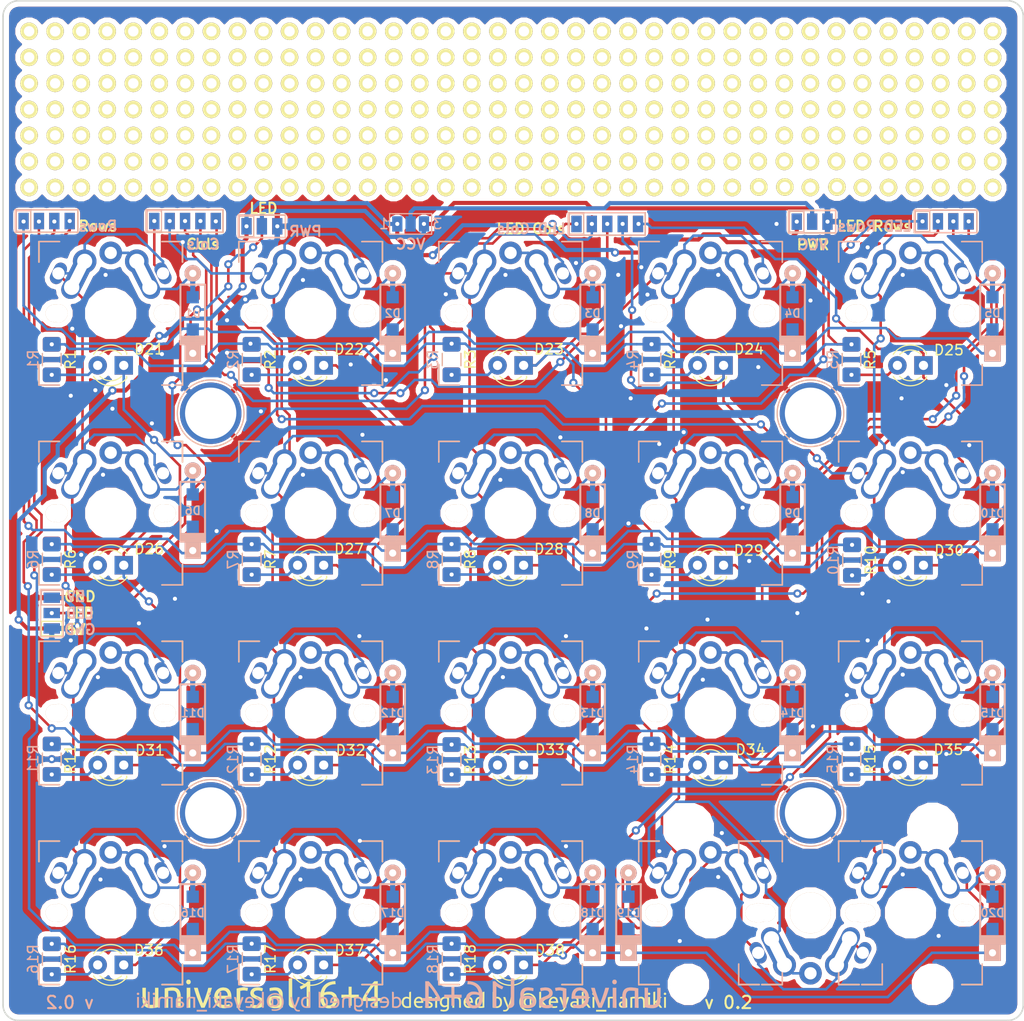
<source format=kicad_pcb>
(kicad_pcb (version 20171130) (host pcbnew 5.0.1)
  (title_block (title universal16+4) (date 2018-10-27) (rev 1))
  (layers (0 F.Cu signal) (31 B.Cu signal) (34 B.Paste user) (35 F.Paste user) (36 B.SilkS user) (37 F.SilkS user) (38 B.Mask user) (39 F.Mask user) (44 Edge.Cuts user))
  (net 0 "")
  (net 1 row0)
  (net 2 "Net-(D1-Pad2)")
  (net 3 "Net-(D2-Pad2)")
  (net 4 "Net-(D3-Pad2)")
  (net 5 "Net-(D4-Pad2)")
  (net 6 row1)
  (net 7 "Net-(D5-Pad2)")
  (net 8 "Net-(D6-Pad2)")
  (net 9 "Net-(D7-Pad2)")
  (net 10 "Net-(D8-Pad2)")
  (net 11 row2)
  (net 12 "Net-(D9-Pad2)")
  (net 13 "Net-(D10-Pad2)")
  (net 14 "Net-(D11-Pad2)")
  (net 15 "Net-(D12-Pad2)")
  (net 16 row3)
  (net 17 "Net-(D13-Pad2)")
  (net 18 "Net-(D14-Pad2)")
  (net 19 "Net-(D15-Pad2)")
  (net 20 "Net-(D16-Pad2)")
  (net 21 LEDcol0)
  (net 22 "Net-(D17-Pad2)")
  (net 23 LEDcol1)
  (net 24 LEDcol2)
  (net 25 "Net-(D18-Pad2)")
  (net 26 LEDcol3)
  (net 27 "Net-(D19-Pad2)")
  (net 28 "Net-(D20-Pad2)")
  (net 29 "Net-(D21-Pad2)")
  (net 30 "Net-(D22-Pad2)")
  (net 31 "Net-(D23-Pad2)")
  (net 32 "Net-(D24-Pad2)")
  (net 33 "Net-(D25-Pad2)")
  (net 34 "Net-(D26-Pad2)")
  (net 35 "Net-(D27-Pad2)")
  (net 36 "Net-(D28-Pad2)")
  (net 37 "Net-(D29-Pad2)")
  (net 38 "Net-(D30-Pad2)")
  (net 39 "Net-(D31-Pad2)")
  (net 40 GND)
  (net 41 5V)
  (net 42 LED)
  (net 43 col0)
  (net 44 col1)
  (net 45 col2)
  (net 46 col3)
  (net 47 LEDrow0)
  (net 48 LEDrow1)
  (net 49 LEDrow2)
  (net 50 LEDrow3)
  (net 51 VCC)
  (net 52 +3V3)
  (net 53 "Net-(D32-Pad2)")
  (net 54 LEDcol4)
  (net 55 "Net-(D33-Pad2)")
  (net 56 "Net-(D34-Pad2)")
  (net 57 "Net-(D35-Pad2)")
  (net 58 "Net-(D36-Pad2)")
  (net 59 "Net-(D37-Pad2)")
  (net 60 "Net-(D38-Pad2)")
  (net 61 col4)
  (module myfootplint:MXonly-1U-flip-kailh_lp (layer F.Cu) (at 118.9 91.02)
    (fp_text reference SW2)
    (fp_text value SW_Push)
    (pad 2 thru_hole circle (at 2.54 -5.08) (size 2.3 2.3) (drill 1.47) (layers *.Cu *.Mask) (net 3 "Net-(D2-Pad2)"))
    (pad "" np_thru_hole circle (at 0 0) (size 3.9878 3.9878) (drill 3.9878) (layers *.Cu *.Mask))
    (pad "" np_thru_hole circle (at -5.08 0 48.1) (size 1.75 1.75) (drill 1.75) (layers *.Cu *.SilkS *.Mask))
    (pad "" np_thru_hole circle (at 5.08 0 48.1) (size 1.75 1.75) (drill 1.75) (layers *.Cu *.SilkS *.Mask))
    (pad 2 thru_hole oval (at 3.81 -2.54 116.6) (size 5 1.8) (drill 1.47 (offset 1.34 0)) (layers *.Cu *.Mask) (net 3 "Net-(D2-Pad2)"))
    (pad 1 thru_hole circle (at -2.54 -5.08) (size 2.3 2.3) (drill 1.47) (layers *.Cu *.Mask) (net 44 col1))
    (pad 1 thru_hole oval (at -3.81 -2.54 63.4) (size 5 1.8) (drill 1.5 (offset 1.34 0)) (layers *.Cu *.Mask) (net 44 col1))
    (pad 2 thru_hole circle (at 0 -5.9) (size 2.2 2.2) (drill 1.2) (layers *.Cu *.Mask) (net 3 "Net-(D2-Pad2)"))
    (pad 1 thru_hole oval (at -5.1 -3.9 63.4) (size 2.2 1.25) (drill 1.2) (layers *.Cu *.Mask) (net 44 col1))
    (pad 1 thru_hole oval (at 5.1 -3.9 116.6) (size 2.2 1.25) (drill 1.2) (layers *.Cu *.Mask) (net 44 col1))
    (pad 1 thru_hole oval (at -3.175 -3.81 63.4) (size 3.5 1.8) (drill oval 3 1) (layers *.Cu *.Mask) (net 44 col1))
    (pad 2 thru_hole oval (at 3.175 -3.81 116.6) (size 3.5 1.8) (drill oval 3 1) (layers *.Cu *.Mask) (net 3 "Net-(D2-Pad2)"))
    (pad "" np_thru_hole circle (at 5.5 0) (size 1.7 1.7) (drill 1.7) (layers *.Cu *.SilkS *.Mask))
    (pad "" np_thru_hole circle (at -5.5 0) (size 1.7 1.7) (drill 1.7) (layers *.Cu *.SilkS *.Mask))
  )
  (module myfootplint:universal16p4_logo (layer B.Cu) (at 127.762 157.48 180)
    (fp_text reference G*** hide)
    (fp_text value LOGO hide)
  )
  (module myfootplint:5pads (layer B.Cu) (at 106.65 82.012 270)
    (fp_text reference J2 hide)
    (fp_text value Conn_01x05)
    (pad 1 smd rect (at 0 3 270) (size 1.6 1) (layers B.Cu B.Mask) (net 43 col0))
    (pad 2 smd rect (at 0 1.5 270) (size 1.6 1) (layers B.Cu B.Mask) (net 44 col1))
    (pad 3 smd rect (at 0 0 270) (size 1.6 1) (layers B.Cu B.Mask) (net 45 col2))
    (pad 4 smd rect (at 0 -1.5 270) (size 1.6 1) (layers B.Cu B.Mask) (net 46 col3))
    (pad 5 smd rect (at 0 -3 270) (size 1.6 1) (layers B.Cu B.Mask) (net 61 col4))
  )
  (module myfootplint:5pads (layer B.Cu) (at 147.828 82.296 270)
    (fp_text reference J4 hide)
    (fp_text value Conn_01x05)
    (pad 5 smd rect (at 0 -3 270) (size 1.6 1) (layers B.Cu B.Mask) (net 54 LEDcol4))
    (pad 4 smd rect (at 0 -1.5 270) (size 1.6 1) (layers B.Cu B.Mask) (net 26 LEDcol3))
    (pad 3 smd rect (at 0 0 270) (size 1.6 1) (layers B.Cu B.Mask) (net 24 LEDcol2))
    (pad 2 smd rect (at 0 1.5 270) (size 1.6 1) (layers B.Cu B.Mask) (net 23 LEDcol1))
    (pad 1 smd rect (at 0 3 270) (size 1.6 1) (layers B.Cu B.Mask) (net 21 LEDcol0))
  )
  (module Resistor_SMD:R_1206_3216Metric_Pad1.42x1.75mm_HandSolder (layer B.Cu) (at 93.65 95.5325 270)
    (fp_text reference R1 (at 0 1.82 270) (layer B.SilkS) (effects (justify mirror)))
    (fp_text value R)
    (pad 1 smd roundrect (at -1.4875 0 270) (size 1.425 1.75) (layers B.Cu B.Paste B.Mask) (roundrect_rratio 0.175439) (net 47 LEDrow0))
    (pad 2 smd roundrect (at 1.4875 0 270) (size 1.425 1.75) (layers B.Cu B.Paste B.Mask) (roundrect_rratio 0.175439) (net 29 "Net-(D21-Pad2)"))
  )
  (module Resistor_SMD:R_1206_3216Metric_Pad1.42x1.75mm_HandSolder (layer F.Cu) (at 113.15 95.5325 270)
    (fp_text reference R2 (at 0 -1.82 270) (layer F.SilkS))
    (fp_text value R)
    (pad 2 smd roundrect (at 1.4875 0 270) (size 1.425 1.75) (layers F.Cu F.Paste F.Mask) (roundrect_rratio 0.175439) (net 30 "Net-(D22-Pad2)"))
    (pad 1 smd roundrect (at -1.4875 0 270) (size 1.425 1.75) (layers F.Cu F.Paste F.Mask) (roundrect_rratio 0.175439) (net 47 LEDrow0))
  )
  (module Resistor_SMD:R_1206_3216Metric_Pad1.42x1.75mm_HandSolder (layer F.Cu) (at 132.65 95.52 270)
    (fp_text reference R3 (at 0 -1.82 270) (layer F.SilkS))
    (fp_text value R)
    (pad 2 smd roundrect (at 1.4875 0 270) (size 1.425 1.75) (layers F.Cu F.Paste F.Mask) (roundrect_rratio 0.175439) (net 31 "Net-(D23-Pad2)"))
    (pad 1 smd roundrect (at -1.4875 0 270) (size 1.425 1.75) (layers F.Cu F.Paste F.Mask) (roundrect_rratio 0.175439) (net 47 LEDrow0))
  )
  (module Resistor_SMD:R_1206_3216Metric_Pad1.42x1.75mm_HandSolder (layer F.Cu) (at 152.15 95.52 270)
    (fp_text reference R4 (at 0 -1.82 270) (layer F.SilkS))
    (fp_text value R)
    (pad 1 smd roundrect (at -1.4875 0 270) (size 1.425 1.75) (layers F.Cu F.Paste F.Mask) (roundrect_rratio 0.175439) (net 47 LEDrow0))
    (pad 2 smd roundrect (at 1.4875 0 270) (size 1.425 1.75) (layers F.Cu F.Paste F.Mask) (roundrect_rratio 0.175439) (net 32 "Net-(D24-Pad2)"))
  )
  (module Resistor_SMD:R_1206_3216Metric_Pad1.42x1.75mm_HandSolder (layer F.Cu) (at 171.65 95.5325 270)
    (fp_text reference R5 (at 0 -1.82 270) (layer F.SilkS))
    (fp_text value R)
    (pad 2 smd roundrect (at 1.4875 0 270) (size 1.425 1.75) (layers F.Cu F.Paste F.Mask) (roundrect_rratio 0.175439) (net 33 "Net-(D25-Pad2)"))
    (pad 1 smd roundrect (at -1.4875 0 270) (size 1.425 1.75) (layers F.Cu F.Paste F.Mask) (roundrect_rratio 0.175439) (net 47 LEDrow0))
  )
  (module Resistor_SMD:R_1206_3216Metric_Pad1.42x1.75mm_HandSolder (layer B.Cu) (at 171.704 115.0985 270)
    (fp_text reference R10 (at 0 1.82 270) (layer B.SilkS) (effects (justify mirror)))
    (fp_text value R)
    (pad 2 smd roundrect (at 1.4875 0 270) (size 1.425 1.75) (layers B.Cu B.Paste B.Mask) (roundrect_rratio 0.175439) (net 38 "Net-(D30-Pad2)"))
    (pad 1 smd roundrect (at -1.4875 0 270) (size 1.425 1.75) (layers B.Cu B.Paste B.Mask) (roundrect_rratio 0.175439) (net 48 LEDrow1))
  )
  (module Resistor_SMD:R_1206_3216Metric_Pad1.42x1.75mm_HandSolder (layer F.Cu) (at 152.15 115.0325 270)
    (fp_text reference R9 (at 0 -1.82 270) (layer F.SilkS))
    (fp_text value R)
    (pad 2 smd roundrect (at 1.4875 0 270) (size 1.425 1.75) (layers F.Cu F.Paste F.Mask) (roundrect_rratio 0.175439) (net 37 "Net-(D29-Pad2)"))
    (pad 1 smd roundrect (at -1.4875 0 270) (size 1.425 1.75) (layers F.Cu F.Paste F.Mask) (roundrect_rratio 0.175439) (net 48 LEDrow1))
  )
  (module Resistor_SMD:R_1206_3216Metric_Pad1.42x1.75mm_HandSolder (layer F.Cu) (at 132.6445 115.02 270)
    (fp_text reference R8 (at 0 -1.82 270) (layer F.SilkS))
    (fp_text value R)
    (pad 1 smd roundrect (at -1.4875 0 270) (size 1.425 1.75) (layers F.Cu F.Paste F.Mask) (roundrect_rratio 0.175439) (net 48 LEDrow1))
    (pad 2 smd roundrect (at 1.4875 0 270) (size 1.425 1.75) (layers F.Cu F.Paste F.Mask) (roundrect_rratio 0.175439) (net 36 "Net-(D28-Pad2)"))
  )
  (module Resistor_SMD:R_1206_3216Metric_Pad1.42x1.75mm_HandSolder (layer F.Cu) (at 113.15 115.02 270)
    (fp_text reference R7 (at 0 -1.82 270) (layer F.SilkS))
    (fp_text value R)
    (pad 2 smd roundrect (at 1.4875 0 270) (size 1.425 1.75) (layers F.Cu F.Paste F.Mask) (roundrect_rratio 0.175439) (net 35 "Net-(D27-Pad2)"))
    (pad 1 smd roundrect (at -1.4875 0 270) (size 1.425 1.75) (layers F.Cu F.Paste F.Mask) (roundrect_rratio 0.175439) (net 48 LEDrow1))
  )
  (module Resistor_SMD:R_1206_3216Metric_Pad1.42x1.75mm_HandSolder (layer F.Cu) (at 93.65 115.0075 270)
    (fp_text reference R6 (at 0 -1.82 270) (layer F.SilkS))
    (fp_text value R)
    (pad 2 smd roundrect (at 1.4875 0 270) (size 1.425 1.75) (layers F.Cu F.Paste F.Mask) (roundrect_rratio 0.175439) (net 34 "Net-(D26-Pad2)"))
    (pad 1 smd roundrect (at -1.4875 0 270) (size 1.425 1.75) (layers F.Cu F.Paste F.Mask) (roundrect_rratio 0.175439) (net 48 LEDrow1))
  )
  (module Resistor_SMD:R_1206_3216Metric_Pad1.42x1.75mm_HandSolder (layer F.Cu) (at 171.65 134.52 270)
    (fp_text reference R15 (at 0 -1.82 270) (layer F.SilkS))
    (fp_text value R)
    (pad 1 smd roundrect (at -1.4875 0 270) (size 1.425 1.75) (layers F.Cu F.Paste F.Mask) (roundrect_rratio 0.175439) (net 49 LEDrow2))
    (pad 2 smd roundrect (at 1.4875 0 270) (size 1.425 1.75) (layers F.Cu F.Paste F.Mask) (roundrect_rratio 0.175439) (net 57 "Net-(D35-Pad2)"))
  )
  (module Resistor_SMD:R_1206_3216Metric_Pad1.42x1.75mm_HandSolder (layer F.Cu) (at 152.15 134.5325 270)
    (fp_text reference R14 (at 0 -1.82 270) (layer F.SilkS))
    (fp_text value R)
    (pad 1 smd roundrect (at -1.4875 0 270) (size 1.425 1.75) (layers F.Cu F.Paste F.Mask) (roundrect_rratio 0.175439) (net 49 LEDrow2))
    (pad 2 smd roundrect (at 1.4875 0 270) (size 1.425 1.75) (layers F.Cu F.Paste F.Mask) (roundrect_rratio 0.175439) (net 56 "Net-(D34-Pad2)"))
  )
  (module Resistor_SMD:R_1206_3216Metric_Pad1.42x1.75mm_HandSolder (layer F.Cu) (at 132.65 134.5835 270)
    (fp_text reference R13 (at 0 -1.82 270) (layer F.SilkS))
    (fp_text value R)
    (pad 2 smd roundrect (at 1.4875 0 270) (size 1.425 1.75) (layers F.Cu F.Paste F.Mask) (roundrect_rratio 0.175439) (net 55 "Net-(D33-Pad2)"))
    (pad 1 smd roundrect (at -1.4875 0 270) (size 1.425 1.75) (layers F.Cu F.Paste F.Mask) (roundrect_rratio 0.175439) (net 49 LEDrow2))
  )
  (module Resistor_SMD:R_1206_3216Metric_Pad1.42x1.75mm_HandSolder (layer F.Cu) (at 113.15 134.5325 270)
    (fp_text reference R12 (at 0 -1.82 270) (layer F.SilkS))
    (fp_text value R)
    (pad 1 smd roundrect (at -1.4875 0 270) (size 1.425 1.75) (layers F.Cu F.Paste F.Mask) (roundrect_rratio 0.175439) (net 49 LEDrow2))
    (pad 2 smd roundrect (at 1.4875 0 270) (size 1.425 1.75) (layers F.Cu F.Paste F.Mask) (roundrect_rratio 0.175439) (net 53 "Net-(D32-Pad2)"))
  )
  (module Resistor_SMD:R_1206_3216Metric_Pad1.42x1.75mm_HandSolder (layer F.Cu) (at 93.65 134.52 270)
    (fp_text reference R11 (at 0 -1.82 270) (layer F.SilkS))
    (fp_text value R)
    (pad 1 smd roundrect (at -1.4875 0 270) (size 1.425 1.75) (layers F.Cu F.Paste F.Mask) (roundrect_rratio 0.175439) (net 49 LEDrow2))
    (pad 2 smd roundrect (at 1.4875 0 270) (size 1.425 1.75) (layers F.Cu F.Paste F.Mask) (roundrect_rratio 0.175439) (net 39 "Net-(D31-Pad2)"))
  )
  (module Resistor_SMD:R_1206_3216Metric_Pad1.42x1.75mm_HandSolder (layer F.Cu) (at 93.65 154.0325 270)
    (fp_text reference R16 (at 0 -1.82 270) (layer F.SilkS))
    (fp_text value R)
    (pad 2 smd roundrect (at 1.4875 0 270) (size 1.425 1.75) (layers F.Cu F.Paste F.Mask) (roundrect_rratio 0.175439) (net 58 "Net-(D36-Pad2)"))
    (pad 1 smd roundrect (at -1.4875 0 270) (size 1.425 1.75) (layers F.Cu F.Paste F.Mask) (roundrect_rratio 0.175439) (net 50 LEDrow3))
  )
  (module Resistor_SMD:R_1206_3216Metric_Pad1.42x1.75mm_HandSolder (layer B.Cu) (at 113.15 154.02 270)
    (fp_text reference R17 (at 0 1.82 270) (layer B.SilkS) (effects (justify mirror)))
    (fp_text value R)
    (pad 2 smd roundrect (at 1.4875 0 270) (size 1.425 1.75) (layers B.Cu B.Paste B.Mask) (roundrect_rratio 0.175439) (net 59 "Net-(D37-Pad2)"))
    (pad 1 smd roundrect (at -1.4875 0 270) (size 1.425 1.75) (layers B.Cu B.Paste B.Mask) (roundrect_rratio 0.175439) (net 50 LEDrow3))
  )
  (module Resistor_SMD:R_1206_3216Metric_Pad1.42x1.75mm_HandSolder (layer F.Cu) (at 132.65 154.02 270)
    (fp_text reference R18 (at 0 -1.82 270) (layer F.SilkS))
    (fp_text value R)
    (pad 1 smd roundrect (at -1.4875 0 270) (size 1.425 1.75) (layers F.Cu F.Paste F.Mask) (roundrect_rratio 0.175439) (net 50 LEDrow3))
    (pad 2 smd roundrect (at 1.4875 0 270) (size 1.425 1.75) (layers F.Cu F.Paste F.Mask) (roundrect_rratio 0.175439) (net 60 "Net-(D38-Pad2)"))
  )
  (module keyboard_parts:PIN_1 (layer F.Cu) (at 106.68 78.74)
    (fp_text reference P? hide)
    (fp_text value CONN_1 hide)
    (pad 1 thru_hole circle (at 0 0) (size 1.7 1.7) (drill 1.016) (layers *.Cu *.Mask F.SilkS))
  )
  (module keyboard_parts:PIN_1 (layer F.Cu) (at 104.14 78.74)
    (fp_text reference P? hide)
    (fp_text value CONN_1 hide)
    (pad 1 thru_hole circle (at 0 0) (size 1.7 1.7) (drill 1.016) (layers *.Cu *.Mask F.SilkS))
  )
  (module keyboard_parts:PIN_1 (layer F.Cu) (at 93.98 76.2)
    (fp_text reference P? hide)
    (fp_text value CONN_1 hide)
    (pad 1 thru_hole circle (at 0 0) (size 1.7 1.7) (drill 1.016) (layers *.Cu *.Mask F.SilkS))
  )
  (module keyboard_parts:PIN_1 (layer F.Cu) (at 91.44 76.2)
    (fp_text reference P? hide)
    (fp_text value CONN_1 hide)
    (pad 1 thru_hole circle (at 0 0) (size 1.7 1.7) (drill 1.016) (layers *.Cu *.Mask F.SilkS))
  )
  (module keyboard_parts:PIN_1 (layer F.Cu) (at 114.3 78.74)
    (fp_text reference P? hide)
    (fp_text value CONN_1 hide)
    (pad 1 thru_hole circle (at 0 0) (size 1.7 1.7) (drill 1.016) (layers *.Cu *.Mask F.SilkS))
  )
  (module keyboard_parts:PIN_1 (layer F.Cu) (at 106.68 76.2)
    (fp_text reference P? hide)
    (fp_text value CONN_1 hide)
    (pad 1 thru_hole circle (at 0 0) (size 1.7 1.7) (drill 1.016) (layers *.Cu *.Mask F.SilkS))
  )
  (module keyboard_parts:PIN_1 (layer F.Cu) (at 104.14 76.2)
    (fp_text reference P? hide)
    (fp_text value CONN_1 hide)
    (pad 1 thru_hole circle (at 0 0) (size 1.7 1.7) (drill 1.016) (layers *.Cu *.Mask F.SilkS))
  )
  (module keyboard_parts:PIN_1 (layer F.Cu) (at 116.84 76.2)
    (fp_text reference P? hide)
    (fp_text value CONN_1 hide)
    (pad 1 thru_hole circle (at 0 0) (size 1.7 1.7) (drill 1.016) (layers *.Cu *.Mask F.SilkS))
  )
  (module keyboard_parts:PIN_1 (layer F.Cu) (at 101.6 78.74)
    (fp_text reference P? hide)
    (fp_text value CONN_1 hide)
    (pad 1 thru_hole circle (at 0 0) (size 1.7 1.7) (drill 1.016) (layers *.Cu *.Mask F.SilkS))
  )
  (module keyboard_parts:PIN_1 (layer F.Cu) (at 111.76 78.74)
    (fp_text reference P? hide)
    (fp_text value CONN_1 hide)
    (pad 1 thru_hole circle (at 0 0) (size 1.7 1.7) (drill 1.016) (layers *.Cu *.Mask F.SilkS))
  )
  (module keyboard_parts:PIN_1 (layer F.Cu) (at 109.22 78.74)
    (fp_text reference P? hide)
    (fp_text value CONN_1 hide)
    (pad 1 thru_hole circle (at 0 0) (size 1.7 1.7) (drill 1.016) (layers *.Cu *.Mask F.SilkS))
  )
  (module keyboard_parts:PIN_1 (layer F.Cu) (at 93.98 78.74)
    (fp_text reference P? hide)
    (fp_text value CONN_1 hide)
    (pad 1 thru_hole circle (at 0 0) (size 1.7 1.7) (drill 1.016) (layers *.Cu *.Mask F.SilkS))
  )
  (module keyboard_parts:PIN_1 (layer F.Cu) (at 96.52 78.74)
    (fp_text reference P? hide)
    (fp_text value CONN_1 hide)
    (pad 1 thru_hole circle (at 0 0) (size 1.7 1.7) (drill 1.016) (layers *.Cu *.Mask F.SilkS))
  )
  (module keyboard_parts:PIN_1 (layer F.Cu) (at 91.44 78.74)
    (fp_text reference P? hide)
    (fp_text value CONN_1 hide)
    (pad 1 thru_hole circle (at 0 0) (size 1.7 1.7) (drill 1.016) (layers *.Cu *.Mask F.SilkS))
  )
  (module keyboard_parts:PIN_1 (layer F.Cu) (at 99.06 78.74)
    (fp_text reference P? hide)
    (fp_text value CONN_1 hide)
    (pad 1 thru_hole circle (at 0 0) (size 1.7 1.7) (drill 1.016) (layers *.Cu *.Mask F.SilkS))
  )
  (module keyboard_parts:PIN_1 (layer F.Cu) (at 116.84 78.74)
    (fp_text reference P? hide)
    (fp_text value CONN_1 hide)
    (pad 1 thru_hole circle (at 0 0) (size 1.7 1.7) (drill 1.016) (layers *.Cu *.Mask F.SilkS))
  )
  (module keyboard_parts:PIN_1 (layer F.Cu) (at 119.38 78.74)
    (fp_text reference P? hide)
    (fp_text value CONN_1 hide)
    (pad 1 thru_hole circle (at 0 0) (size 1.7 1.7) (drill 1.016) (layers *.Cu *.Mask F.SilkS))
  )
  (module keyboard_parts:PIN_1 (layer F.Cu) (at 114.3 76.2)
    (fp_text reference P? hide)
    (fp_text value CONN_1 hide)
    (pad 1 thru_hole circle (at 0 0) (size 1.7 1.7) (drill 1.016) (layers *.Cu *.Mask F.SilkS))
  )
  (module keyboard_parts:PIN_1 (layer F.Cu) (at 119.38 76.2)
    (fp_text reference P? hide)
    (fp_text value CONN_1 hide)
    (pad 1 thru_hole circle (at 0 0) (size 1.7 1.7) (drill 1.016) (layers *.Cu *.Mask F.SilkS))
  )
  (module keyboard_parts:PIN_1 (layer F.Cu) (at 111.76 76.2)
    (fp_text reference P? hide)
    (fp_text value CONN_1 hide)
    (pad 1 thru_hole circle (at 0 0) (size 1.7 1.7) (drill 1.016) (layers *.Cu *.Mask F.SilkS))
  )
  (module keyboard_parts:PIN_1 (layer F.Cu) (at 96.52 76.2)
    (fp_text reference P? hide)
    (fp_text value CONN_1 hide)
    (pad 1 thru_hole circle (at 0 0) (size 1.7 1.7) (drill 1.016) (layers *.Cu *.Mask F.SilkS))
  )
  (module keyboard_parts:PIN_1 (layer F.Cu) (at 99.06 76.2)
    (fp_text reference P? hide)
    (fp_text value CONN_1 hide)
    (pad 1 thru_hole circle (at 0 0) (size 1.7 1.7) (drill 1.016) (layers *.Cu *.Mask F.SilkS))
  )
  (module keyboard_parts:PIN_1 (layer F.Cu) (at 109.22 76.2)
    (fp_text reference P? hide)
    (fp_text value CONN_1 hide)
    (pad 1 thru_hole circle (at 0 0) (size 1.7 1.7) (drill 1.016) (layers *.Cu *.Mask F.SilkS))
  )
  (module keyboard_parts:PIN_1 (layer F.Cu) (at 101.6 76.2)
    (fp_text reference P? hide)
    (fp_text value CONN_1 hide)
    (pad 1 thru_hole circle (at 0 0) (size 1.7 1.7) (drill 1.016) (layers *.Cu *.Mask F.SilkS))
  )
  (module myfootplint:3pads (layer B.Cu) (at 93.65 118.77 180)
    (fp_text reference J8 hide)
    (fp_text value Conn_01x03)
    (pad 1 smd rect (at 0 0 180) (size 1.6 1) (layers B.Cu B.Mask) (net 41 5V))
    (pad 2 smd rect (at 0 -1.5 180) (size 1.6 1) (layers B.Cu B.Mask) (net 42 LED))
    (pad 3 smd rect (at 0 -3 180) (size 1.6 1) (layers B.Cu B.Mask) (net 40 GND))
  )
  (module myfootplint:4pads (layer F.Cu) (at 178.58 82.046 90)
    (fp_text reference J3 hide)
    (fp_text value Conn_01x04)
    (pad 1 smd rect (at 0 0 90) (size 1.6 1) (layers F.Cu F.Mask) (net 47 LEDrow0))
    (pad 2 smd rect (at 0 1.5 90) (size 1.6 1) (layers F.Cu F.Mask) (net 48 LEDrow1))
    (pad 3 smd rect (at 0 3 90) (size 1.6 1) (layers F.Cu F.Mask) (net 49 LEDrow2))
    (pad 4 smd rect (at 0 4.5 90) (size 1.6 1) (layers F.Cu F.Mask) (net 50 LEDrow3))
  )
  (module keyboard_parts:PIN_1 (layer F.Cu) (at 93.98 63.5)
    (fp_text reference P? hide)
    (fp_text value CONN_1 hide)
    (pad 1 thru_hole circle (at 0 0) (size 1.7 1.7) (drill 1.016) (layers *.Cu *.Mask F.SilkS))
  )
  (module keyboard_parts:PIN_1 (layer F.Cu) (at 91.44 63.5)
    (fp_text reference P? hide)
    (fp_text value CONN_1 hide)
    (pad 1 thru_hole circle (at 0 0) (size 1.7 1.7) (drill 1.016) (layers *.Cu *.Mask F.SilkS))
  )
  (module keyboard_parts:PIN_1 (layer F.Cu) (at 104.14 63.5)
    (fp_text reference P? hide)
    (fp_text value CONN_1 hide)
    (pad 1 thru_hole circle (at 0 0) (size 1.7 1.7) (drill 1.016) (layers *.Cu *.Mask F.SilkS))
  )
  (module keyboard_parts:PIN_1 (layer F.Cu) (at 99.06 63.5)
    (fp_text reference P? hide)
    (fp_text value CONN_1 hide)
    (pad 1 thru_hole circle (at 0 0) (size 1.7 1.7) (drill 1.016) (layers *.Cu *.Mask F.SilkS))
  )
  (module keyboard_parts:PIN_1 (layer F.Cu) (at 101.6 63.5)
    (fp_text reference P? hide)
    (fp_text value CONN_1 hide)
    (pad 1 thru_hole circle (at 0 0) (size 1.7 1.7) (drill 1.016) (layers *.Cu *.Mask F.SilkS))
  )
  (module keyboard_parts:PIN_1 (layer F.Cu) (at 96.52 63.5)
    (fp_text reference P? hide)
    (fp_text value CONN_1 hide)
    (pad 1 thru_hole circle (at 0 0) (size 1.7 1.7) (drill 1.016) (layers *.Cu *.Mask F.SilkS))
  )
  (module keyboard_parts:PIN_1 (layer F.Cu) (at 111.76 63.5)
    (fp_text reference P? hide)
    (fp_text value CONN_1 hide)
    (pad 1 thru_hole circle (at 0 0) (size 1.7 1.7) (drill 1.016) (layers *.Cu *.Mask F.SilkS))
  )
  (module keyboard_parts:PIN_1 (layer F.Cu) (at 114.3 63.5)
    (fp_text reference P? hide)
    (fp_text value CONN_1 hide)
    (pad 1 thru_hole circle (at 0 0) (size 1.7 1.7) (drill 1.016) (layers *.Cu *.Mask F.SilkS))
  )
  (module keyboard_parts:PIN_1 (layer F.Cu) (at 109.22 63.5)
    (fp_text reference P? hide)
    (fp_text value CONN_1 hide)
    (pad 1 thru_hole circle (at 0 0) (size 1.7 1.7) (drill 1.016) (layers *.Cu *.Mask F.SilkS))
  )
  (module keyboard_parts:PIN_1 (layer F.Cu) (at 106.68 63.5)
    (fp_text reference P? hide)
    (fp_text value CONN_1 hide)
    (pad 1 thru_hole circle (at 0 0) (size 1.7 1.7) (drill 1.016) (layers *.Cu *.Mask F.SilkS))
  )
  (module keyboard_parts:PIN_1 (layer F.Cu) (at 101.6 66.04)
    (fp_text reference P? hide)
    (fp_text value CONN_1 hide)
    (pad 1 thru_hole circle (at 0 0) (size 1.7 1.7) (drill 1.016) (layers *.Cu *.Mask F.SilkS))
  )
  (module keyboard_parts:PIN_1 (layer F.Cu) (at 96.52 66.04)
    (fp_text reference P? hide)
    (fp_text value CONN_1 hide)
    (pad 1 thru_hole circle (at 0 0) (size 1.7 1.7) (drill 1.016) (layers *.Cu *.Mask F.SilkS))
  )
  (module keyboard_parts:PIN_1 (layer F.Cu) (at 99.06 66.04)
    (fp_text reference P? hide)
    (fp_text value CONN_1 hide)
    (pad 1 thru_hole circle (at 0 0) (size 1.7 1.7) (drill 1.016) (layers *.Cu *.Mask F.SilkS))
  )
  (module keyboard_parts:PIN_1 (layer F.Cu) (at 93.98 66.04)
    (fp_text reference P? hide)
    (fp_text value CONN_1 hide)
    (pad 1 thru_hole circle (at 0 0) (size 1.7 1.7) (drill 1.016) (layers *.Cu *.Mask F.SilkS))
  )
  (module keyboard_parts:PIN_1 (layer F.Cu) (at 91.44 66.04)
    (fp_text reference P? hide)
    (fp_text value CONN_1 hide)
    (pad 1 thru_hole circle (at 0 0) (size 1.7 1.7) (drill 1.016) (layers *.Cu *.Mask F.SilkS))
  )
  (module keyboard_parts:PIN_1 (layer F.Cu) (at 104.14 66.04)
    (fp_text reference P? hide)
    (fp_text value CONN_1 hide)
    (pad 1 thru_hole circle (at 0 0) (size 1.7 1.7) (drill 1.016) (layers *.Cu *.Mask F.SilkS))
  )
  (module myfootplint:3pads (layer F.Cu) (at 93.65 121.77 180)
    (fp_text reference J8 hide)
    (fp_text value Conn_01x03)
    (pad 3 smd rect (at 0 3 180) (size 1.6 1) (layers F.Cu F.Mask) (net 40 GND))
    (pad 2 smd rect (at 0 1.5 180) (size 1.6 1) (layers F.Cu F.Mask) (net 42 LED))
    (pad 1 smd rect (at 0 0 180) (size 1.6 1) (layers F.Cu F.Mask) (net 41 5V))
  )
  (module LED_THT:LED_D3.0mm_Clear (layer F.Cu) (at 139.67 96.1 180)
    (fp_text reference D23 (at -2.48 1.58 180) (layer F.SilkS))
    (fp_text value LED)
    (pad 2 thru_hole circle (at 2.54 0 180) (size 1.8 1.8) (drill 0.9) (layers *.Cu *.Mask) (net 31 "Net-(D23-Pad2)"))
    (pad 1 thru_hole rect (at 0 0 180) (size 1.8 1.8) (drill 0.9) (layers *.Cu *.Mask) (net 24 LEDcol2))
  )
  (module keyboard_parts:PIN_1 (layer F.Cu) (at 119.38 66.04)
    (fp_text reference P? hide)
    (fp_text value CONN_1 hide)
    (pad 1 thru_hole circle (at 0 0) (size 1.7 1.7) (drill 1.016) (layers *.Cu *.Mask F.SilkS))
  )
  (module keyboard_parts:PIN_1 (layer F.Cu) (at 124.46 68.58)
    (fp_text reference P? hide)
    (fp_text value CONN_1 hide)
    (pad 1 thru_hole circle (at 0 0) (size 1.7 1.7) (drill 1.016) (layers *.Cu *.Mask F.SilkS))
  )
  (module keyboard_parts:PIN_1 (layer F.Cu) (at 116.84 66.04)
    (fp_text reference P? hide)
    (fp_text value CONN_1 hide)
    (pad 1 thru_hole circle (at 0 0) (size 1.7 1.7) (drill 1.016) (layers *.Cu *.Mask F.SilkS))
  )
  (module keyboard_parts:PIN_1 (layer F.Cu) (at 132.08 66.04)
    (fp_text reference P? hide)
    (fp_text value CONN_1 hide)
    (pad 1 thru_hole circle (at 0 0) (size 1.7 1.7) (drill 1.016) (layers *.Cu *.Mask F.SilkS))
  )
  (module keyboard_parts:PIN_1 (layer F.Cu) (at 124.46 66.04)
    (fp_text reference P? hide)
    (fp_text value CONN_1 hide)
    (pad 1 thru_hole circle (at 0 0) (size 1.7 1.7) (drill 1.016) (layers *.Cu *.Mask F.SilkS))
  )
  (module keyboard_parts:PIN_1 (layer F.Cu) (at 127 66.04)
    (fp_text reference P? hide)
    (fp_text value CONN_1 hide)
    (pad 1 thru_hole circle (at 0 0) (size 1.7 1.7) (drill 1.016) (layers *.Cu *.Mask F.SilkS))
  )
  (module keyboard_parts:PIN_1 (layer F.Cu) (at 129.54 66.04)
    (fp_text reference P? hide)
    (fp_text value CONN_1 hide)
    (pad 1 thru_hole circle (at 0 0) (size 1.7 1.7) (drill 1.016) (layers *.Cu *.Mask F.SilkS))
  )
  (module keyboard_parts:PIN_1 (layer F.Cu) (at 121.92 68.58)
    (fp_text reference P? hide)
    (fp_text value CONN_1 hide)
    (pad 1 thru_hole circle (at 0 0) (size 1.7 1.7) (drill 1.016) (layers *.Cu *.Mask F.SilkS))
  )
  (module myfootplint:3pads (layer F.Cu) (at 112.646 82.528 90)
    (fp_text reference J5 hide)
    (fp_text value Conn_01x03)
    (pad 3 smd rect (at 0 3 90) (size 1.6 1) (layers F.Cu F.Mask) (net 40 GND))
    (pad 2 smd rect (at 0 1.5 90) (size 1.6 1) (layers F.Cu F.Mask) (net 42 LED))
    (pad 1 smd rect (at 0 0 90) (size 1.6 1) (layers F.Cu F.Mask) (net 41 5V))
  )
  (module myfootplint:4pads (layer F.Cu) (at 90.9 82.012 90)
    (fp_text reference J1 hide)
    (fp_text value Conn_01x04)
    (pad 1 smd rect (at 0 0 90) (size 1.6 1) (layers F.Cu F.Mask) (net 1 row0))
    (pad 2 smd rect (at 0 1.5 90) (size 1.6 1) (layers F.Cu F.Mask) (net 6 row1))
    (pad 3 smd rect (at 0 3 90) (size 1.6 1) (layers F.Cu F.Mask) (net 11 row2))
    (pad 4 smd rect (at 0 4.5 90) (size 1.6 1) (layers F.Cu F.Mask) (net 16 row3))
  )
  (module keyboard_parts:PIN_1 (layer F.Cu) (at 142.24 66.04)
    (fp_text reference P? hide)
    (fp_text value CONN_1 hide)
    (pad 1 thru_hole circle (at 0 0) (size 1.7 1.7) (drill 1.016) (layers *.Cu *.Mask F.SilkS))
  )
  (module keyboard_parts:PIN_1 (layer F.Cu) (at 139.7 66.04)
    (fp_text reference P? hide)
    (fp_text value CONN_1 hide)
    (pad 1 thru_hole circle (at 0 0) (size 1.7 1.7) (drill 1.016) (layers *.Cu *.Mask F.SilkS))
  )
  (module keyboard_parts:PIN_1 (layer F.Cu) (at 144.78 66.04)
    (fp_text reference P? hide)
    (fp_text value CONN_1 hide)
    (pad 1 thru_hole circle (at 0 0) (size 1.7 1.7) (drill 1.016) (layers *.Cu *.Mask F.SilkS))
  )
  (module keyboard_parts:PIN_1 (layer F.Cu) (at 149.86 66.04)
    (fp_text reference P? hide)
    (fp_text value CONN_1 hide)
    (pad 1 thru_hole circle (at 0 0) (size 1.7 1.7) (drill 1.016) (layers *.Cu *.Mask F.SilkS))
  )
  (module keyboard_parts:PIN_1 (layer F.Cu) (at 134.62 66.04)
    (fp_text reference P? hide)
    (fp_text value CONN_1 hide)
    (pad 1 thru_hole circle (at 0 0) (size 1.7 1.7) (drill 1.016) (layers *.Cu *.Mask F.SilkS))
  )
  (module keyboard_parts:PIN_1 (layer F.Cu) (at 157.48 66.04)
    (fp_text reference P? hide)
    (fp_text value CONN_1 hide)
    (pad 1 thru_hole circle (at 0 0) (size 1.7 1.7) (drill 1.016) (layers *.Cu *.Mask F.SilkS))
  )
  (module keyboard_parts:PIN_1 (layer F.Cu) (at 137.16 66.04)
    (fp_text reference P? hide)
    (fp_text value CONN_1 hide)
    (pad 1 thru_hole circle (at 0 0) (size 1.7 1.7) (drill 1.016) (layers *.Cu *.Mask F.SilkS))
  )
  (module keyboard_parts:PIN_1 (layer F.Cu) (at 152.4 66.04)
    (fp_text reference P? hide)
    (fp_text value CONN_1 hide)
    (pad 1 thru_hole circle (at 0 0) (size 1.7 1.7) (drill 1.016) (layers *.Cu *.Mask F.SilkS))
  )
  (module keyboard_parts:PIN_1 (layer F.Cu) (at 147.32 66.04)
    (fp_text reference P? hide)
    (fp_text value CONN_1 hide)
    (pad 1 thru_hole circle (at 0 0) (size 1.7 1.7) (drill 1.016) (layers *.Cu *.Mask F.SilkS))
  )
  (module keyboard_parts:PIN_1 (layer F.Cu) (at 154.94 66.04)
    (fp_text reference P? hide)
    (fp_text value CONN_1 hide)
    (pad 1 thru_hole circle (at 0 0) (size 1.7 1.7) (drill 1.016) (layers *.Cu *.Mask F.SilkS))
  )
  (module keyboard_parts:PIN_1 (layer F.Cu) (at 106.68 66.04)
    (fp_text reference P? hide)
    (fp_text value CONN_1 hide)
    (pad 1 thru_hole circle (at 0 0) (size 1.7 1.7) (drill 1.016) (layers *.Cu *.Mask F.SilkS))
  )
  (module keyboard_parts:PIN_1 (layer F.Cu) (at 109.22 66.04)
    (fp_text reference P? hide)
    (fp_text value CONN_1 hide)
    (pad 1 thru_hole circle (at 0 0) (size 1.7 1.7) (drill 1.016) (layers *.Cu *.Mask F.SilkS))
  )
  (module keyboard_parts:PIN_1 (layer F.Cu) (at 119.38 63.5)
    (fp_text reference P? hide)
    (fp_text value CONN_1 hide)
    (pad 1 thru_hole circle (at 0 0) (size 1.7 1.7) (drill 1.016) (layers *.Cu *.Mask F.SilkS))
  )
  (module keyboard_parts:PIN_1 (layer F.Cu) (at 111.76 66.04)
    (fp_text reference P? hide)
    (fp_text value CONN_1 hide)
    (pad 1 thru_hole circle (at 0 0) (size 1.7 1.7) (drill 1.016) (layers *.Cu *.Mask F.SilkS))
  )
  (module keyboard_parts:PIN_1 (layer F.Cu) (at 127 71.12)
    (fp_text reference P? hide)
    (fp_text value CONN_1 hide)
    (pad 1 thru_hole circle (at 0 0) (size 1.7 1.7) (drill 1.016) (layers *.Cu *.Mask F.SilkS))
  )
  (module keyboard_parts:PIN_1 (layer F.Cu) (at 116.84 63.5)
    (fp_text reference P? hide)
    (fp_text value CONN_1 hide)
    (pad 1 thru_hole circle (at 0 0) (size 1.7 1.7) (drill 1.016) (layers *.Cu *.Mask F.SilkS))
  )
  (module keyboard_parts:PIN_1 (layer F.Cu) (at 114.3 66.04)
    (fp_text reference P? hide)
    (fp_text value CONN_1 hide)
    (pad 1 thru_hole circle (at 0 0) (size 1.7 1.7) (drill 1.016) (layers *.Cu *.Mask F.SilkS))
  )
  (module LED_THT:LED_D3.0mm_Clear (layer F.Cu) (at 100.67 96.1 180)
    (fp_text reference D21 (at -2.48 1.58 180) (layer F.SilkS))
    (fp_text value LED)
    (pad 1 thru_hole rect (at 0 0 180) (size 1.8 1.8) (drill 0.9) (layers *.Cu *.Mask) (net 21 LEDcol0))
    (pad 2 thru_hole circle (at 2.54 0 180) (size 1.8 1.8) (drill 0.9) (layers *.Cu *.Mask) (net 29 "Net-(D21-Pad2)"))
  )
  (module LED_THT:LED_D3.0mm_Clear (layer F.Cu) (at 178.67 96.1 180)
    (fp_text reference D25 (at -2.48 1.496 180) (layer F.SilkS))
    (fp_text value LED)
    (pad 1 thru_hole rect (at 0 0 180) (size 1.8 1.8) (drill 0.9) (layers *.Cu *.Mask) (net 54 LEDcol4))
    (pad 2 thru_hole circle (at 2.54 0 180) (size 1.8 1.8) (drill 0.9) (layers *.Cu *.Mask) (net 33 "Net-(D25-Pad2)"))
  )
  (module LED_THT:LED_D3.0mm_Clear (layer F.Cu) (at 120.17 115.6 180)
    (fp_text reference D27 (at -2.48 1.58 180) (layer F.SilkS))
    (fp_text value LED)
    (pad 1 thru_hole rect (at 0 0 180) (size 1.8 1.8) (drill 0.9) (layers *.Cu *.Mask) (net 23 LEDcol1))
    (pad 2 thru_hole circle (at 2.54 0 180) (size 1.8 1.8) (drill 0.9) (layers *.Cu *.Mask) (net 35 "Net-(D27-Pad2)"))
  )
  (module LED_THT:LED_D3.0mm_Clear (layer F.Cu) (at 139.67 115.6 180)
    (fp_text reference D28 (at -2.48 1.58 180) (layer F.SilkS))
    (fp_text value LED)
    (pad 1 thru_hole rect (at 0 0 180) (size 1.8 1.8) (drill 0.9) (layers *.Cu *.Mask) (net 24 LEDcol2))
    (pad 2 thru_hole circle (at 2.54 0 180) (size 1.8 1.8) (drill 0.9) (layers *.Cu *.Mask) (net 36 "Net-(D28-Pad2)"))
  )
  (module keyboard_parts:PIN_1 (layer F.Cu) (at 121.92 63.5)
    (fp_text reference P? hide)
    (fp_text value CONN_1 hide)
    (pad 1 thru_hole circle (at 0 0) (size 1.7 1.7) (drill 1.016) (layers *.Cu *.Mask F.SilkS))
  )
  (module keyboard_parts:PIN_1 (layer F.Cu) (at 121.92 78.74)
    (fp_text reference P? hide)
    (fp_text value CONN_1 hide)
    (pad 1 thru_hole circle (at 0 0) (size 1.7 1.7) (drill 1.016) (layers *.Cu *.Mask F.SilkS))
  )
  (module keyboard_parts:PIN_1 (layer F.Cu) (at 167.64 63.5)
    (fp_text reference P? hide)
    (fp_text value CONN_1 hide)
    (pad 1 thru_hole circle (at 0 0) (size 1.7 1.7) (drill 1.016) (layers *.Cu *.Mask F.SilkS))
  )
  (module keyboard_parts:PIN_1 (layer F.Cu) (at 167.64 68.58)
    (fp_text reference P? hide)
    (fp_text value CONN_1 hide)
    (pad 1 thru_hole circle (at 0 0) (size 1.7 1.7) (drill 1.016) (layers *.Cu *.Mask F.SilkS))
  )
  (module keyboard_parts:PIN_1 (layer F.Cu) (at 167.64 71.12)
    (fp_text reference P? hide)
    (fp_text value CONN_1 hide)
    (pad 1 thru_hole circle (at 0 0) (size 1.7 1.7) (drill 1.016) (layers *.Cu *.Mask F.SilkS))
  )
  (module keyboard_parts:PIN_1 (layer F.Cu) (at 167.64 73.66)
    (fp_text reference P? hide)
    (fp_text value CONN_1 hide)
    (pad 1 thru_hole circle (at 0 0) (size 1.7 1.7) (drill 1.016) (layers *.Cu *.Mask F.SilkS))
  )
  (module keyboard_parts:PIN_1 (layer F.Cu) (at 167.64 76.2)
    (fp_text reference P? hide)
    (fp_text value CONN_1 hide)
    (pad 1 thru_hole circle (at 0 0) (size 1.7 1.7) (drill 1.016) (layers *.Cu *.Mask F.SilkS))
  )
  (module keyboard_parts:PIN_1 (layer F.Cu) (at 167.64 66.04)
    (fp_text reference P? hide)
    (fp_text value CONN_1 hide)
    (pad 1 thru_hole circle (at 0 0) (size 1.7 1.7) (drill 1.016) (layers *.Cu *.Mask F.SilkS))
  )
  (module keyboard_parts:PIN_1 (layer F.Cu) (at 177.8 63.5 90)
    (fp_text reference P? hide)
    (fp_text value CONN_1 hide)
    (pad 1 thru_hole circle (at 0 0 90) (size 1.7 1.7) (drill 1.016) (layers *.Cu *.Mask F.SilkS))
  )
  (module keyboard_parts:PIN_1 (layer F.Cu) (at 180.34 76.2 90)
    (fp_text reference P? hide)
    (fp_text value CONN_1 hide)
    (pad 1 thru_hole circle (at 0 0 90) (size 1.7 1.7) (drill 1.016) (layers *.Cu *.Mask F.SilkS))
  )
  (module keyboard_parts:PIN_1 (layer F.Cu) (at 177.8 68.58 90)
    (fp_text reference P? hide)
    (fp_text value CONN_1 hide)
    (pad 1 thru_hole circle (at 0 0 90) (size 1.7 1.7) (drill 1.016) (layers *.Cu *.Mask F.SilkS))
  )
  (module keyboard_parts:PIN_1 (layer F.Cu) (at 177.8 76.2 90)
    (fp_text reference P? hide)
    (fp_text value CONN_1 hide)
    (pad 1 thru_hole circle (at 0 0 90) (size 1.7 1.7) (drill 1.016) (layers *.Cu *.Mask F.SilkS))
  )
  (module keyboard_parts:PIN_1 (layer F.Cu) (at 182.88 68.58 90)
    (fp_text reference P? hide)
    (fp_text value CONN_1 hide)
    (pad 1 thru_hole circle (at 0 0 90) (size 1.7 1.7) (drill 1.016) (layers *.Cu *.Mask F.SilkS))
  )
  (module keyboard_parts:PIN_1 (layer F.Cu) (at 182.88 63.5 90)
    (fp_text reference P? hide)
    (fp_text value CONN_1 hide)
    (pad 1 thru_hole circle (at 0 0 90) (size 1.7 1.7) (drill 1.016) (layers *.Cu *.Mask F.SilkS))
  )
  (module keyboard_parts:PIN_1 (layer F.Cu) (at 182.88 71.12 90)
    (fp_text reference P? hide)
    (fp_text value CONN_1 hide)
    (pad 1 thru_hole circle (at 0 0 90) (size 1.7 1.7) (drill 1.016) (layers *.Cu *.Mask F.SilkS))
  )
  (module keyboard_parts:PIN_1 (layer F.Cu) (at 180.34 66.04 90)
    (fp_text reference P? hide)
    (fp_text value CONN_1 hide)
    (pad 1 thru_hole circle (at 0 0 90) (size 1.7 1.7) (drill 1.016) (layers *.Cu *.Mask F.SilkS))
  )
  (module keyboard_parts:PIN_1 (layer F.Cu) (at 180.34 71.12 90)
    (fp_text reference P? hide)
    (fp_text value CONN_1 hide)
    (pad 1 thru_hole circle (at 0 0 90) (size 1.7 1.7) (drill 1.016) (layers *.Cu *.Mask F.SilkS))
  )
  (module keyboard_parts:PIN_1 (layer F.Cu) (at 180.34 63.5 90)
    (fp_text reference P? hide)
    (fp_text value CONN_1 hide)
    (pad 1 thru_hole circle (at 0 0 90) (size 1.7 1.7) (drill 1.016) (layers *.Cu *.Mask F.SilkS))
  )
  (module keyboard_parts:PIN_1 (layer F.Cu) (at 177.8 66.04 90)
    (fp_text reference P? hide)
    (fp_text value CONN_1 hide)
    (pad 1 thru_hole circle (at 0 0 90) (size 1.7 1.7) (drill 1.016) (layers *.Cu *.Mask F.SilkS))
  )
  (module keyboard_parts:PIN_1 (layer F.Cu) (at 182.88 78.74 90)
    (fp_text reference P? hide)
    (fp_text value CONN_1 hide)
    (pad 1 thru_hole circle (at 0 0 90) (size 1.7 1.7) (drill 1.016) (layers *.Cu *.Mask F.SilkS))
  )
  (module keyboard_parts:PIN_1 (layer F.Cu) (at 182.88 66.04 90)
    (fp_text reference P? hide)
    (fp_text value CONN_1 hide)
    (pad 1 thru_hole circle (at 0 0 90) (size 1.7 1.7) (drill 1.016) (layers *.Cu *.Mask F.SilkS))
  )
  (module keyboard_parts:PIN_1 (layer F.Cu) (at 180.34 78.74 180)
    (fp_text reference P? hide)
    (fp_text value CONN_1 hide)
    (pad 1 thru_hole circle (at 0 0 180) (size 1.7 1.7) (drill 1.016) (layers *.Cu *.Mask F.SilkS))
  )
  (module keyboard_parts:PIN_1 (layer F.Cu) (at 177.8 73.66 90)
    (fp_text reference P? hide)
    (fp_text value CONN_1 hide)
    (pad 1 thru_hole circle (at 0 0 90) (size 1.7 1.7) (drill 1.016) (layers *.Cu *.Mask F.SilkS))
  )
  (module keyboard_parts:PIN_1 (layer F.Cu) (at 180.34 68.58 90)
    (fp_text reference P? hide)
    (fp_text value CONN_1 hide)
    (pad 1 thru_hole circle (at 0 0 90) (size 1.7 1.7) (drill 1.016) (layers *.Cu *.Mask F.SilkS))
  )
  (module keyboard_parts:PIN_1 (layer F.Cu) (at 180.34 73.66 90)
    (fp_text reference P? hide)
    (fp_text value CONN_1 hide)
    (pad 1 thru_hole circle (at 0 0 90) (size 1.7 1.7) (drill 1.016) (layers *.Cu *.Mask F.SilkS))
  )
  (module keyboard_parts:PIN_1 (layer F.Cu) (at 177.8 78.74 180)
    (fp_text reference P? hide)
    (fp_text value CONN_1 hide)
    (pad 1 thru_hole circle (at 0 0 180) (size 1.7 1.7) (drill 1.016) (layers *.Cu *.Mask F.SilkS))
  )
  (module keyboard_parts:PIN_1 (layer F.Cu) (at 177.8 71.12 90)
    (fp_text reference P? hide)
    (fp_text value CONN_1 hide)
    (pad 1 thru_hole circle (at 0 0 90) (size 1.7 1.7) (drill 1.016) (layers *.Cu *.Mask F.SilkS))
  )
  (module keyboard_parts:PIN_1 (layer F.Cu) (at 182.88 73.66 90)
    (fp_text reference P? hide)
    (fp_text value CONN_1 hide)
    (pad 1 thru_hole circle (at 0 0 90) (size 1.7 1.7) (drill 1.016) (layers *.Cu *.Mask F.SilkS))
  )
  (module keyboard_parts:PIN_1 (layer F.Cu) (at 182.88 76.2 90)
    (fp_text reference P? hide)
    (fp_text value CONN_1 hide)
    (pad 1 thru_hole circle (at 0 0 90) (size 1.7 1.7) (drill 1.016) (layers *.Cu *.Mask F.SilkS))
  )
  (module keyboard_parts:PIN_1 (layer F.Cu) (at 175.26 76.2 90)
    (fp_text reference P? hide)
    (fp_text value CONN_1 hide)
    (pad 1 thru_hole circle (at 0 0 90) (size 1.7 1.7) (drill 1.016) (layers *.Cu *.Mask F.SilkS))
  )
  (module keyboard_parts:PIN_1 (layer F.Cu) (at 175.26 78.74 90)
    (fp_text reference P? hide)
    (fp_text value CONN_1 hide)
    (pad 1 thru_hole circle (at 0 0 90) (size 1.7 1.7) (drill 1.016) (layers *.Cu *.Mask F.SilkS))
  )
  (module keyboard_parts:PIN_1 (layer F.Cu) (at 175.26 71.12 90)
    (fp_text reference P? hide)
    (fp_text value CONN_1 hide)
    (pad 1 thru_hole circle (at 0 0 90) (size 1.7 1.7) (drill 1.016) (layers *.Cu *.Mask F.SilkS))
  )
  (module keyboard_parts:PIN_1 (layer F.Cu) (at 175.26 66.04 90)
    (fp_text reference P? hide)
    (fp_text value CONN_1 hide)
    (pad 1 thru_hole circle (at 0 0 90) (size 1.7 1.7) (drill 1.016) (layers *.Cu *.Mask F.SilkS))
  )
  (module keyboard_parts:PIN_1 (layer F.Cu) (at 175.26 68.58 90)
    (fp_text reference P? hide)
    (fp_text value CONN_1 hide)
    (pad 1 thru_hole circle (at 0 0 90) (size 1.7 1.7) (drill 1.016) (layers *.Cu *.Mask F.SilkS))
  )
  (module keyboard_parts:PIN_1 (layer F.Cu) (at 175.26 63.5 90)
    (fp_text reference P? hide)
    (fp_text value CONN_1 hide)
    (pad 1 thru_hole circle (at 0 0 90) (size 1.7 1.7) (drill 1.016) (layers *.Cu *.Mask F.SilkS))
  )
  (module keyboard_parts:PIN_1 (layer F.Cu) (at 175.26 73.66 90)
    (fp_text reference P? hide)
    (fp_text value CONN_1 hide)
    (pad 1 thru_hole circle (at 0 0 90) (size 1.7 1.7) (drill 1.016) (layers *.Cu *.Mask F.SilkS))
  )
  (module keyboard_parts:PIN_1 (layer F.Cu) (at 185.42 73.66 90)
    (fp_text reference P? hide)
    (fp_text value CONN_1 hide)
    (pad 1 thru_hole circle (at 0 0 90) (size 1.7 1.7) (drill 1.016) (layers *.Cu *.Mask F.SilkS))
  )
  (module keyboard_parts:PIN_1 (layer F.Cu) (at 185.42 78.74 90)
    (fp_text reference P? hide)
    (fp_text value CONN_1 hide)
    (pad 1 thru_hole circle (at 0 0 90) (size 1.7 1.7) (drill 1.016) (layers *.Cu *.Mask F.SilkS))
  )
  (module keyboard_parts:PIN_1 (layer F.Cu) (at 185.42 63.5 90)
    (fp_text reference P? hide)
    (fp_text value CONN_1 hide)
    (pad 1 thru_hole circle (at 0 0 90) (size 1.7 1.7) (drill 1.016) (layers *.Cu *.Mask F.SilkS))
  )
  (module keyboard_parts:PIN_1 (layer F.Cu) (at 185.42 71.12 90)
    (fp_text reference P? hide)
    (fp_text value CONN_1 hide)
    (pad 1 thru_hole circle (at 0 0 90) (size 1.7 1.7) (drill 1.016) (layers *.Cu *.Mask F.SilkS))
  )
  (module keyboard_parts:PIN_1 (layer F.Cu) (at 185.42 76.2 90)
    (fp_text reference P? hide)
    (fp_text value CONN_1 hide)
    (pad 1 thru_hole circle (at 0 0 90) (size 1.7 1.7) (drill 1.016) (layers *.Cu *.Mask F.SilkS))
  )
  (module keyboard_parts:PIN_1 (layer F.Cu) (at 185.42 66.04 90)
    (fp_text reference P? hide)
    (fp_text value CONN_1 hide)
    (pad 1 thru_hole circle (at 0 0 90) (size 1.7 1.7) (drill 1.016) (layers *.Cu *.Mask F.SilkS))
  )
  (module keyboard_parts:PIN_1 (layer F.Cu) (at 185.42 68.58 90)
    (fp_text reference P? hide)
    (fp_text value CONN_1 hide)
    (pad 1 thru_hole circle (at 0 0 90) (size 1.7 1.7) (drill 1.016) (layers *.Cu *.Mask F.SilkS))
  )
  (module keyboard_parts:PIN_1 (layer F.Cu) (at 157.48 78.74)
    (fp_text reference P? hide)
    (fp_text value CONN_1 hide)
    (pad 1 thru_hole circle (at 0 0) (size 1.7 1.7) (drill 1.016) (layers *.Cu *.Mask F.SilkS))
  )
  (module keyboard_parts:PIN_1 (layer F.Cu) (at 149.86 78.74)
    (fp_text reference P? hide)
    (fp_text value CONN_1 hide)
    (pad 1 thru_hole circle (at 0 0) (size 1.7 1.7) (drill 1.016) (layers *.Cu *.Mask F.SilkS))
  )
  (module keyboard_parts:PIN_1 (layer F.Cu) (at 132.08 78.74)
    (fp_text reference P? hide)
    (fp_text value CONN_1 hide)
    (pad 1 thru_hole circle (at 0 0) (size 1.7 1.7) (drill 1.016) (layers *.Cu *.Mask F.SilkS))
  )
  (module keyboard_parts:PIN_1 (layer F.Cu) (at 139.7 78.74)
    (fp_text reference P? hide)
    (fp_text value CONN_1 hide)
    (pad 1 thru_hole circle (at 0 0) (size 1.7 1.7) (drill 1.016) (layers *.Cu *.Mask F.SilkS))
  )
  (module keyboard_parts:PIN_1 (layer F.Cu) (at 154.94 78.74)
    (fp_text reference P? hide)
    (fp_text value CONN_1 hide)
    (pad 1 thru_hole circle (at 0 0) (size 1.7 1.7) (drill 1.016) (layers *.Cu *.Mask F.SilkS))
  )
  (module keyboard_parts:PIN_1 (layer F.Cu) (at 152.4 78.74)
    (fp_text reference P? hide)
    (fp_text value CONN_1 hide)
    (pad 1 thru_hole circle (at 0 0) (size 1.7 1.7) (drill 1.016) (layers *.Cu *.Mask F.SilkS))
  )
  (module keyboard_parts:PIN_1 (layer F.Cu) (at 134.62 78.74)
    (fp_text reference P? hide)
    (fp_text value CONN_1 hide)
    (pad 1 thru_hole circle (at 0 0) (size 1.7 1.7) (drill 1.016) (layers *.Cu *.Mask F.SilkS))
  )
  (module keyboard_parts:PIN_1 (layer F.Cu) (at 160.02 78.74)
    (fp_text reference P? hide)
    (fp_text value CONN_1 hide)
    (pad 1 thru_hole circle (at 0 0) (size 1.7 1.7) (drill 1.016) (layers *.Cu *.Mask F.SilkS))
  )
  (module keyboard_parts:PIN_1 (layer F.Cu) (at 142.24 78.74)
    (fp_text reference P? hide)
    (fp_text value CONN_1 hide)
    (pad 1 thru_hole circle (at 0 0) (size 1.7 1.7) (drill 1.016) (layers *.Cu *.Mask F.SilkS))
  )
  (module keyboard_parts:PIN_1 (layer F.Cu) (at 144.78 78.74)
    (fp_text reference P? hide)
    (fp_text value CONN_1 hide)
    (pad 1 thru_hole circle (at 0 0) (size 1.7 1.7) (drill 1.016) (layers *.Cu *.Mask F.SilkS))
  )
  (module keyboard_parts:PIN_1 (layer F.Cu) (at 147.32 78.74)
    (fp_text reference P? hide)
    (fp_text value CONN_1 hide)
    (pad 1 thru_hole circle (at 0 0) (size 1.7 1.7) (drill 1.016) (layers *.Cu *.Mask F.SilkS))
  )
  (module keyboard_parts:PIN_1 (layer F.Cu) (at 137.16 78.74)
    (fp_text reference P? hide)
    (fp_text value CONN_1 hide)
    (pad 1 thru_hole circle (at 0 0) (size 1.7 1.7) (drill 1.016) (layers *.Cu *.Mask F.SilkS))
  )
  (module keyboard_parts:PIN_1 (layer F.Cu) (at 157.48 63.5)
    (fp_text reference P? hide)
    (fp_text value CONN_1 hide)
    (pad 1 thru_hole circle (at 0 0) (size 1.7 1.7) (drill 1.016) (layers *.Cu *.Mask F.SilkS))
  )
  (module keyboard_parts:PIN_1 (layer F.Cu) (at 165.1 63.5)
    (fp_text reference P? hide)
    (fp_text value CONN_1 hide)
    (pad 1 thru_hole circle (at 0 0) (size 1.7 1.7) (drill 1.016) (layers *.Cu *.Mask F.SilkS))
  )
  (module keyboard_parts:PIN_1 (layer F.Cu) (at 165.1 66.04)
    (fp_text reference P? hide)
    (fp_text value CONN_1 hide)
    (pad 1 thru_hole circle (at 0 0) (size 1.7 1.7) (drill 1.016) (layers *.Cu *.Mask F.SilkS))
  )
  (module keyboard_parts:PIN_1 (layer F.Cu) (at 165.1 68.58)
    (fp_text reference P? hide)
    (fp_text value CONN_1 hide)
    (pad 1 thru_hole circle (at 0 0) (size 1.7 1.7) (drill 1.016) (layers *.Cu *.Mask F.SilkS))
  )
  (module keyboard_parts:PIN_1 (layer F.Cu) (at 162.56 66.04)
    (fp_text reference P? hide)
    (fp_text value CONN_1 hide)
    (pad 1 thru_hole circle (at 0 0) (size 1.7 1.7) (drill 1.016) (layers *.Cu *.Mask F.SilkS))
  )
  (module keyboard_parts:PIN_1 (layer F.Cu) (at 162.56 68.58)
    (fp_text reference P? hide)
    (fp_text value CONN_1 hide)
    (pad 1 thru_hole circle (at 0 0) (size 1.7 1.7) (drill 1.016) (layers *.Cu *.Mask F.SilkS))
  )
  (module keyboard_parts:PIN_1 (layer F.Cu) (at 160.02 68.58)
    (fp_text reference P? hide)
    (fp_text value CONN_1 hide)
    (pad 1 thru_hole circle (at 0 0) (size 1.7 1.7) (drill 1.016) (layers *.Cu *.Mask F.SilkS))
  )
  (module keyboard_parts:PIN_1 (layer F.Cu) (at 160.02 66.04)
    (fp_text reference P? hide)
    (fp_text value CONN_1 hide)
    (pad 1 thru_hole circle (at 0 0) (size 1.7 1.7) (drill 1.016) (layers *.Cu *.Mask F.SilkS))
  )
  (module keyboard_parts:PIN_1 (layer F.Cu) (at 162.56 63.5)
    (fp_text reference P? hide)
    (fp_text value CONN_1 hide)
    (pad 1 thru_hole circle (at 0 0) (size 1.7 1.7) (drill 1.016) (layers *.Cu *.Mask F.SilkS))
  )
  (module keyboard_parts:PIN_1 (layer F.Cu) (at 160.02 63.5)
    (fp_text reference P? hide)
    (fp_text value CONN_1 hide)
    (pad 1 thru_hole circle (at 0 0) (size 1.7 1.7) (drill 1.016) (layers *.Cu *.Mask F.SilkS))
  )
  (module keyboard_parts:PIN_1 (layer F.Cu) (at 154.94 63.5)
    (fp_text reference P? hide)
    (fp_text value CONN_1 hide)
    (pad 1 thru_hole circle (at 0 0) (size 1.7 1.7) (drill 1.016) (layers *.Cu *.Mask F.SilkS))
  )
  (module keyboard_parts:PIN_1 (layer F.Cu) (at 152.4 63.5)
    (fp_text reference P? hide)
    (fp_text value CONN_1 hide)
    (pad 1 thru_hole circle (at 0 0) (size 1.7 1.7) (drill 1.016) (layers *.Cu *.Mask F.SilkS))
  )
  (module keyboard_parts:PIN_1 (layer F.Cu) (at 144.78 63.5)
    (fp_text reference P? hide)
    (fp_text value CONN_1 hide)
    (pad 1 thru_hole circle (at 0 0) (size 1.7 1.7) (drill 1.016) (layers *.Cu *.Mask F.SilkS))
  )
  (module keyboard_parts:PIN_1 (layer F.Cu) (at 129.54 63.5)
    (fp_text reference P? hide)
    (fp_text value CONN_1 hide)
    (pad 1 thru_hole circle (at 0 0) (size 1.7 1.7) (drill 1.016) (layers *.Cu *.Mask F.SilkS))
  )
  (module keyboard_parts:PIN_1 (layer F.Cu) (at 147.32 63.5)
    (fp_text reference P? hide)
    (fp_text value CONN_1 hide)
    (pad 1 thru_hole circle (at 0 0) (size 1.7 1.7) (drill 1.016) (layers *.Cu *.Mask F.SilkS))
  )
  (module keyboard_parts:PIN_1 (layer F.Cu) (at 149.86 63.5)
    (fp_text reference P? hide)
    (fp_text value CONN_1 hide)
    (pad 1 thru_hole circle (at 0 0) (size 1.7 1.7) (drill 1.016) (layers *.Cu *.Mask F.SilkS))
  )
  (module keyboard_parts:PIN_1 (layer F.Cu) (at 127 63.5)
    (fp_text reference P? hide)
    (fp_text value CONN_1 hide)
    (pad 1 thru_hole circle (at 0 0) (size 1.7 1.7) (drill 1.016) (layers *.Cu *.Mask F.SilkS))
  )
  (module keyboard_parts:PIN_1 (layer F.Cu) (at 139.7 63.5)
    (fp_text reference P? hide)
    (fp_text value CONN_1 hide)
    (pad 1 thru_hole circle (at 0 0) (size 1.7 1.7) (drill 1.016) (layers *.Cu *.Mask F.SilkS))
  )
  (module keyboard_parts:PIN_1 (layer F.Cu) (at 142.24 63.5)
    (fp_text reference P? hide)
    (fp_text value CONN_1 hide)
    (pad 1 thru_hole circle (at 0 0) (size 1.7 1.7) (drill 1.016) (layers *.Cu *.Mask F.SilkS))
  )
  (module keyboard_parts:PIN_1 (layer F.Cu) (at 124.46 63.5)
    (fp_text reference P? hide)
    (fp_text value CONN_1 hide)
    (pad 1 thru_hole circle (at 0 0) (size 1.7 1.7) (drill 1.016) (layers *.Cu *.Mask F.SilkS))
  )
  (module keyboard_parts:PIN_1 (layer F.Cu) (at 132.08 63.5)
    (fp_text reference P? hide)
    (fp_text value CONN_1 hide)
    (pad 1 thru_hole circle (at 0 0) (size 1.7 1.7) (drill 1.016) (layers *.Cu *.Mask F.SilkS))
  )
  (module keyboard_parts:PIN_1 (layer F.Cu) (at 137.16 63.5)
    (fp_text reference P? hide)
    (fp_text value CONN_1 hide)
    (pad 1 thru_hole circle (at 0 0) (size 1.7 1.7) (drill 1.016) (layers *.Cu *.Mask F.SilkS))
  )
  (module keyboard_parts:PIN_1 (layer F.Cu) (at 134.62 63.5)
    (fp_text reference P? hide)
    (fp_text value CONN_1 hide)
    (pad 1 thru_hole circle (at 0 0) (size 1.7 1.7) (drill 1.016) (layers *.Cu *.Mask F.SilkS))
  )
  (module keyboard_parts:PIN_1 (layer F.Cu) (at 137.16 71.12)
    (fp_text reference P? hide)
    (fp_text value CONN_1 hide)
    (pad 1 thru_hole circle (at 0 0) (size 1.7 1.7) (drill 1.016) (layers *.Cu *.Mask F.SilkS))
  )
  (module keyboard_parts:PIN_1 (layer F.Cu) (at 165.1 71.12)
    (fp_text reference P? hide)
    (fp_text value CONN_1 hide)
    (pad 1 thru_hole circle (at 0 0) (size 1.7 1.7) (drill 1.016) (layers *.Cu *.Mask F.SilkS))
  )
  (module keyboard_parts:PIN_1 (layer F.Cu) (at 152.4 71.12)
    (fp_text reference P? hide)
    (fp_text value CONN_1 hide)
    (pad 1 thru_hole circle (at 0 0) (size 1.7 1.7) (drill 1.016) (layers *.Cu *.Mask F.SilkS))
  )
  (module keyboard_parts:PIN_1 (layer F.Cu) (at 154.94 71.12)
    (fp_text reference P? hide)
    (fp_text value CONN_1 hide)
    (pad 1 thru_hole circle (at 0 0) (size 1.7 1.7) (drill 1.016) (layers *.Cu *.Mask F.SilkS))
  )
  (module keyboard_parts:PIN_1 (layer F.Cu) (at 162.56 71.12)
    (fp_text reference P? hide)
    (fp_text value CONN_1 hide)
    (pad 1 thru_hole circle (at 0 0) (size 1.7 1.7) (drill 1.016) (layers *.Cu *.Mask F.SilkS))
  )
  (module keyboard_parts:PIN_1 (layer F.Cu) (at 144.78 71.12)
    (fp_text reference P? hide)
    (fp_text value CONN_1 hide)
    (pad 1 thru_hole circle (at 0 0) (size 1.7 1.7) (drill 1.016) (layers *.Cu *.Mask F.SilkS))
  )
  (module keyboard_parts:PIN_1 (layer F.Cu) (at 139.7 71.12)
    (fp_text reference P? hide)
    (fp_text value CONN_1 hide)
    (pad 1 thru_hole circle (at 0 0) (size 1.7 1.7) (drill 1.016) (layers *.Cu *.Mask F.SilkS))
  )
  (module keyboard_parts:PIN_1 (layer F.Cu) (at 160.02 71.12)
    (fp_text reference P? hide)
    (fp_text value CONN_1 hide)
    (pad 1 thru_hole circle (at 0 0) (size 1.7 1.7) (drill 1.016) (layers *.Cu *.Mask F.SilkS))
  )
  (module keyboard_parts:PIN_1 (layer F.Cu) (at 142.24 71.12)
    (fp_text reference P? hide)
    (fp_text value CONN_1 hide)
    (pad 1 thru_hole circle (at 0 0) (size 1.7 1.7) (drill 1.016) (layers *.Cu *.Mask F.SilkS))
  )
  (module keyboard_parts:PIN_1 (layer F.Cu) (at 149.86 71.12)
    (fp_text reference P? hide)
    (fp_text value CONN_1 hide)
    (pad 1 thru_hole circle (at 0 0) (size 1.7 1.7) (drill 1.016) (layers *.Cu *.Mask F.SilkS))
  )
  (module keyboard_parts:PIN_1 (layer F.Cu) (at 147.32 71.12)
    (fp_text reference P? hide)
    (fp_text value CONN_1 hide)
    (pad 1 thru_hole circle (at 0 0) (size 1.7 1.7) (drill 1.016) (layers *.Cu *.Mask F.SilkS))
  )
  (module keyboard_parts:PIN_1 (layer F.Cu) (at 157.48 71.12)
    (fp_text reference P? hide)
    (fp_text value CONN_1 hide)
    (pad 1 thru_hole circle (at 0 0) (size 1.7 1.7) (drill 1.016) (layers *.Cu *.Mask F.SilkS))
  )
  (module keyboard_parts:PIN_1 (layer F.Cu) (at 172.72 71.12 90)
    (fp_text reference P? hide)
    (fp_text value CONN_1 hide)
    (pad 1 thru_hole circle (at 0 0 90) (size 1.7 1.7) (drill 1.016) (layers *.Cu *.Mask F.SilkS))
  )
  (module keyboard_parts:PIN_1 (layer F.Cu) (at 172.72 78.74 90)
    (fp_text reference P? hide)
    (fp_text value CONN_1 hide)
    (pad 1 thru_hole circle (at 0 0 90) (size 1.7 1.7) (drill 1.016) (layers *.Cu *.Mask F.SilkS))
  )
  (module keyboard_parts:PIN_1 (layer F.Cu) (at 170.18 63.5 90)
    (fp_text reference P? hide)
    (fp_text value CONN_1 hide)
    (pad 1 thru_hole circle (at 0 0 90) (size 1.7 1.7) (drill 1.016) (layers *.Cu *.Mask F.SilkS))
  )
  (module keyboard_parts:PIN_1 (layer F.Cu) (at 172.72 63.5 90)
    (fp_text reference P? hide)
    (fp_text value CONN_1 hide)
    (pad 1 thru_hole circle (at 0 0 90) (size 1.7 1.7) (drill 1.016) (layers *.Cu *.Mask F.SilkS))
  )
  (module keyboard_parts:PIN_1 (layer F.Cu) (at 170.18 76.2 90)
    (fp_text reference P? hide)
    (fp_text value CONN_1 hide)
    (pad 1 thru_hole circle (at 0 0 90) (size 1.7 1.7) (drill 1.016) (layers *.Cu *.Mask F.SilkS))
  )
  (module keyboard_parts:PIN_1 (layer F.Cu) (at 172.72 73.66 90)
    (fp_text reference P? hide)
    (fp_text value CONN_1 hide)
    (pad 1 thru_hole circle (at 0 0 90) (size 1.7 1.7) (drill 1.016) (layers *.Cu *.Mask F.SilkS))
  )
  (module keyboard_parts:PIN_1 (layer F.Cu) (at 170.18 73.66 90)
    (fp_text reference P? hide)
    (fp_text value CONN_1 hide)
    (pad 1 thru_hole circle (at 0 0 90) (size 1.7 1.7) (drill 1.016) (layers *.Cu *.Mask F.SilkS))
  )
  (module keyboard_parts:PIN_1 (layer F.Cu) (at 170.18 66.04 90)
    (fp_text reference P? hide)
    (fp_text value CONN_1 hide)
    (pad 1 thru_hole circle (at 0 0 90) (size 1.7 1.7) (drill 1.016) (layers *.Cu *.Mask F.SilkS))
  )
  (module keyboard_parts:PIN_1 (layer F.Cu) (at 172.72 76.2 90)
    (fp_text reference P? hide)
    (fp_text value CONN_1 hide)
    (pad 1 thru_hole circle (at 0 0 90) (size 1.7 1.7) (drill 1.016) (layers *.Cu *.Mask F.SilkS))
  )
  (module keyboard_parts:PIN_1 (layer F.Cu) (at 172.72 66.04 90)
    (fp_text reference P? hide)
    (fp_text value CONN_1 hide)
    (pad 1 thru_hole circle (at 0 0 90) (size 1.7 1.7) (drill 1.016) (layers *.Cu *.Mask F.SilkS))
  )
  (module keyboard_parts:PIN_1 (layer F.Cu) (at 172.72 68.58 90)
    (fp_text reference P? hide)
    (fp_text value CONN_1 hide)
    (pad 1 thru_hole circle (at 0 0 90) (size 1.7 1.7) (drill 1.016) (layers *.Cu *.Mask F.SilkS))
  )
  (module keyboard_parts:PIN_1 (layer F.Cu) (at 170.18 68.58 90)
    (fp_text reference P? hide)
    (fp_text value CONN_1 hide)
    (pad 1 thru_hole circle (at 0 0 90) (size 1.7 1.7) (drill 1.016) (layers *.Cu *.Mask F.SilkS))
  )
  (module keyboard_parts:PIN_1 (layer F.Cu) (at 170.230992 78.695136 180)
    (fp_text reference P? hide)
    (fp_text value CONN_1 hide)
    (pad 1 thru_hole circle (at 0 0 180) (size 1.7 1.7) (drill 1.016) (layers *.Cu *.Mask F.SilkS))
  )
  (module keyboard_parts:PIN_1 (layer F.Cu) (at 162.610992 78.695136 180)
    (fp_text reference P? hide)
    (fp_text value CONN_1 hide)
    (pad 1 thru_hole circle (at 0 0 180) (size 1.7 1.7) (drill 1.016) (layers *.Cu *.Mask F.SilkS))
  )
  (module keyboard_parts:PIN_1 (layer F.Cu) (at 165.150992 78.695136 180)
    (fp_text reference P? hide)
    (fp_text value CONN_1 hide)
    (pad 1 thru_hole circle (at 0 0 180) (size 1.7 1.7) (drill 1.016) (layers *.Cu *.Mask F.SilkS))
  )
  (module keyboard_parts:PIN_1 (layer F.Cu) (at 170.18 71.12 90)
    (fp_text reference P? hide)
    (fp_text value CONN_1 hide)
    (pad 1 thru_hole circle (at 0 0 90) (size 1.7 1.7) (drill 1.016) (layers *.Cu *.Mask F.SilkS))
  )
  (module keyboard_parts:PIN_1 (layer F.Cu) (at 162.56 73.66)
    (fp_text reference P? hide)
    (fp_text value CONN_1 hide)
    (pad 1 thru_hole circle (at 0 0) (size 1.7 1.7) (drill 1.016) (layers *.Cu *.Mask F.SilkS))
  )
  (module keyboard_parts:PIN_1 (layer F.Cu) (at 160.02 73.66)
    (fp_text reference P? hide)
    (fp_text value CONN_1 hide)
    (pad 1 thru_hole circle (at 0 0) (size 1.7 1.7) (drill 1.016) (layers *.Cu *.Mask F.SilkS))
  )
  (module keyboard_parts:PIN_1 (layer F.Cu) (at 152.4 73.66)
    (fp_text reference P? hide)
    (fp_text value CONN_1 hide)
    (pad 1 thru_hole circle (at 0 0) (size 1.7 1.7) (drill 1.016) (layers *.Cu *.Mask F.SilkS))
  )
  (module keyboard_parts:PIN_1 (layer F.Cu) (at 137.16 73.66)
    (fp_text reference P? hide)
    (fp_text value CONN_1 hide)
    (pad 1 thru_hole circle (at 0 0) (size 1.7 1.7) (drill 1.016) (layers *.Cu *.Mask F.SilkS))
  )
  (module keyboard_parts:PIN_1 (layer F.Cu) (at 162.56 76.2)
    (fp_text reference P? hide)
    (fp_text value CONN_1 hide)
    (pad 1 thru_hole circle (at 0 0) (size 1.7 1.7) (drill 1.016) (layers *.Cu *.Mask F.SilkS))
  )
  (module keyboard_parts:PIN_1 (layer F.Cu) (at 157.48 76.2)
    (fp_text reference P? hide)
    (fp_text value CONN_1 hide)
    (pad 1 thru_hole circle (at 0 0) (size 1.7 1.7) (drill 1.016) (layers *.Cu *.Mask F.SilkS))
  )
  (module keyboard_parts:PIN_1 (layer F.Cu) (at 154.94 73.66)
    (fp_text reference P? hide)
    (fp_text value CONN_1 hide)
    (pad 1 thru_hole circle (at 0 0) (size 1.7 1.7) (drill 1.016) (layers *.Cu *.Mask F.SilkS))
  )
  (module keyboard_parts:PIN_1 (layer F.Cu) (at 142.24 76.2)
    (fp_text reference P? hide)
    (fp_text value CONN_1 hide)
    (pad 1 thru_hole circle (at 0 0) (size 1.7 1.7) (drill 1.016) (layers *.Cu *.Mask F.SilkS))
  )
  (module keyboard_parts:PIN_1 (layer F.Cu) (at 152.4 76.2)
    (fp_text reference P? hide)
    (fp_text value CONN_1 hide)
    (pad 1 thru_hole circle (at 0 0) (size 1.7 1.7) (drill 1.016) (layers *.Cu *.Mask F.SilkS))
  )
  (module keyboard_parts:PIN_1 (layer F.Cu) (at 132.08 76.2)
    (fp_text reference P? hide)
    (fp_text value CONN_1 hide)
    (pad 1 thru_hole circle (at 0 0) (size 1.7 1.7) (drill 1.016) (layers *.Cu *.Mask F.SilkS))
  )
  (module keyboard_parts:PIN_1 (layer F.Cu) (at 137.16 76.2)
    (fp_text reference P? hide)
    (fp_text value CONN_1 hide)
    (pad 1 thru_hole circle (at 0 0) (size 1.7 1.7) (drill 1.016) (layers *.Cu *.Mask F.SilkS))
  )
  (module keyboard_parts:PIN_1 (layer F.Cu) (at 154.94 76.2)
    (fp_text reference P? hide)
    (fp_text value CONN_1 hide)
    (pad 1 thru_hole circle (at 0 0) (size 1.7 1.7) (drill 1.016) (layers *.Cu *.Mask F.SilkS))
  )
  (module keyboard_parts:PIN_1 (layer F.Cu) (at 157.48 73.66)
    (fp_text reference P? hide)
    (fp_text value CONN_1 hide)
    (pad 1 thru_hole circle (at 0 0) (size 1.7 1.7) (drill 1.016) (layers *.Cu *.Mask F.SilkS))
  )
  (module keyboard_parts:PIN_1 (layer F.Cu) (at 160.02 76.2)
    (fp_text reference P? hide)
    (fp_text value CONN_1 hide)
    (pad 1 thru_hole circle (at 0 0) (size 1.7 1.7) (drill 1.016) (layers *.Cu *.Mask F.SilkS))
  )
  (module keyboard_parts:PIN_1 (layer F.Cu) (at 147.32 76.2)
    (fp_text reference P? hide)
    (fp_text value CONN_1 hide)
    (pad 1 thru_hole circle (at 0 0) (size 1.7 1.7) (drill 1.016) (layers *.Cu *.Mask F.SilkS))
  )
  (module keyboard_parts:PIN_1 (layer F.Cu) (at 139.7 76.2)
    (fp_text reference P? hide)
    (fp_text value CONN_1 hide)
    (pad 1 thru_hole circle (at 0 0) (size 1.7 1.7) (drill 1.016) (layers *.Cu *.Mask F.SilkS))
  )
  (module keyboard_parts:PIN_1 (layer F.Cu) (at 165.1 76.2)
    (fp_text reference P? hide)
    (fp_text value CONN_1 hide)
    (pad 1 thru_hole circle (at 0 0) (size 1.7 1.7) (drill 1.016) (layers *.Cu *.Mask F.SilkS))
  )
  (module keyboard_parts:PIN_1 (layer F.Cu) (at 134.62 73.66)
    (fp_text reference P? hide)
    (fp_text value CONN_1 hide)
    (pad 1 thru_hole circle (at 0 0) (size 1.7 1.7) (drill 1.016) (layers *.Cu *.Mask F.SilkS))
  )
  (module keyboard_parts:PIN_1 (layer F.Cu) (at 147.32 73.66)
    (fp_text reference P? hide)
    (fp_text value CONN_1 hide)
    (pad 1 thru_hole circle (at 0 0) (size 1.7 1.7) (drill 1.016) (layers *.Cu *.Mask F.SilkS))
  )
  (module keyboard_parts:PIN_1 (layer F.Cu) (at 134.62 76.2)
    (fp_text reference P? hide)
    (fp_text value CONN_1 hide)
    (pad 1 thru_hole circle (at 0 0) (size 1.7 1.7) (drill 1.016) (layers *.Cu *.Mask F.SilkS))
  )
  (module keyboard_parts:PIN_1 (layer F.Cu) (at 149.86 76.2)
    (fp_text reference P? hide)
    (fp_text value CONN_1 hide)
    (pad 1 thru_hole circle (at 0 0) (size 1.7 1.7) (drill 1.016) (layers *.Cu *.Mask F.SilkS))
  )
  (module keyboard_parts:PIN_1 (layer F.Cu) (at 149.86 73.66)
    (fp_text reference P? hide)
    (fp_text value CONN_1 hide)
    (pad 1 thru_hole circle (at 0 0) (size 1.7 1.7) (drill 1.016) (layers *.Cu *.Mask F.SilkS))
  )
  (module keyboard_parts:PIN_1 (layer F.Cu) (at 132.08 73.66)
    (fp_text reference P? hide)
    (fp_text value CONN_1 hide)
    (pad 1 thru_hole circle (at 0 0) (size 1.7 1.7) (drill 1.016) (layers *.Cu *.Mask F.SilkS))
  )
  (module keyboard_parts:PIN_1 (layer F.Cu) (at 139.7 73.66)
    (fp_text reference P? hide)
    (fp_text value CONN_1 hide)
    (pad 1 thru_hole circle (at 0 0) (size 1.7 1.7) (drill 1.016) (layers *.Cu *.Mask F.SilkS))
  )
  (module keyboard_parts:PIN_1 (layer F.Cu) (at 144.78 73.66)
    (fp_text reference P? hide)
    (fp_text value CONN_1 hide)
    (pad 1 thru_hole circle (at 0 0) (size 1.7 1.7) (drill 1.016) (layers *.Cu *.Mask F.SilkS))
  )
  (module keyboard_parts:PIN_1 (layer F.Cu) (at 165.1 73.66)
    (fp_text reference P? hide)
    (fp_text value CONN_1 hide)
    (pad 1 thru_hole circle (at 0 0) (size 1.7 1.7) (drill 1.016) (layers *.Cu *.Mask F.SilkS))
  )
  (module keyboard_parts:PIN_1 (layer F.Cu) (at 144.78 76.2)
    (fp_text reference P? hide)
    (fp_text value CONN_1 hide)
    (pad 1 thru_hole circle (at 0 0) (size 1.7 1.7) (drill 1.016) (layers *.Cu *.Mask F.SilkS))
  )
  (module keyboard_parts:PIN_1 (layer F.Cu) (at 142.24 73.66)
    (fp_text reference P? hide)
    (fp_text value CONN_1 hide)
    (pad 1 thru_hole circle (at 0 0) (size 1.7 1.7) (drill 1.016) (layers *.Cu *.Mask F.SilkS))
  )
  (module keyboard_parts:PIN_1 (layer F.Cu) (at 154.94 68.58)
    (fp_text reference P? hide)
    (fp_text value CONN_1 hide)
    (pad 1 thru_hole circle (at 0 0) (size 1.7 1.7) (drill 1.016) (layers *.Cu *.Mask F.SilkS))
  )
  (module keyboard_parts:PIN_1 (layer F.Cu) (at 147.32 68.58)
    (fp_text reference P? hide)
    (fp_text value CONN_1 hide)
    (pad 1 thru_hole circle (at 0 0) (size 1.7 1.7) (drill 1.016) (layers *.Cu *.Mask F.SilkS))
  )
  (module keyboard_parts:PIN_1 (layer F.Cu) (at 134.62 71.12)
    (fp_text reference P? hide)
    (fp_text value CONN_1 hide)
    (pad 1 thru_hole circle (at 0 0) (size 1.7 1.7) (drill 1.016) (layers *.Cu *.Mask F.SilkS))
  )
  (module keyboard_parts:PIN_1 (layer F.Cu) (at 137.16 68.58)
    (fp_text reference P? hide)
    (fp_text value CONN_1 hide)
    (pad 1 thru_hole circle (at 0 0) (size 1.7 1.7) (drill 1.016) (layers *.Cu *.Mask F.SilkS))
  )
  (module keyboard_parts:PIN_1 (layer F.Cu) (at 157.48 68.58)
    (fp_text reference P? hide)
    (fp_text value CONN_1 hide)
    (pad 1 thru_hole circle (at 0 0) (size 1.7 1.7) (drill 1.016) (layers *.Cu *.Mask F.SilkS))
  )
  (module keyboard_parts:PIN_1 (layer F.Cu) (at 134.62 68.58)
    (fp_text reference P? hide)
    (fp_text value CONN_1 hide)
    (pad 1 thru_hole circle (at 0 0) (size 1.7 1.7) (drill 1.016) (layers *.Cu *.Mask F.SilkS))
  )
  (module keyboard_parts:PIN_1 (layer F.Cu) (at 149.86 68.58)
    (fp_text reference P? hide)
    (fp_text value CONN_1 hide)
    (pad 1 thru_hole circle (at 0 0) (size 1.7 1.7) (drill 1.016) (layers *.Cu *.Mask F.SilkS))
  )
  (module keyboard_parts:PIN_1 (layer F.Cu) (at 139.7 68.58)
    (fp_text reference P? hide)
    (fp_text value CONN_1 hide)
    (pad 1 thru_hole circle (at 0 0) (size 1.7 1.7) (drill 1.016) (layers *.Cu *.Mask F.SilkS))
  )
  (module keyboard_parts:PIN_1 (layer F.Cu) (at 142.24 68.58)
    (fp_text reference P? hide)
    (fp_text value CONN_1 hide)
    (pad 1 thru_hole circle (at 0 0) (size 1.7 1.7) (drill 1.016) (layers *.Cu *.Mask F.SilkS))
  )
  (module keyboard_parts:PIN_1 (layer F.Cu) (at 152.4 68.58)
    (fp_text reference P? hide)
    (fp_text value CONN_1 hide)
    (pad 1 thru_hole circle (at 0 0) (size 1.7 1.7) (drill 1.016) (layers *.Cu *.Mask F.SilkS))
  )
  (module keyboard_parts:PIN_1 (layer F.Cu) (at 132.08 71.12)
    (fp_text reference P? hide)
    (fp_text value CONN_1 hide)
    (pad 1 thru_hole circle (at 0 0) (size 1.7 1.7) (drill 1.016) (layers *.Cu *.Mask F.SilkS))
  )
  (module keyboard_parts:PIN_1 (layer F.Cu) (at 167.64 78.74)
    (fp_text reference P? hide)
    (fp_text value CONN_1 hide)
    (pad 1 thru_hole circle (at 0 0) (size 1.7 1.7) (drill 1.016) (layers *.Cu *.Mask F.SilkS))
  )
  (module keyboard_parts:PIN_1 (layer F.Cu) (at 144.78 68.58)
    (fp_text reference P? hide)
    (fp_text value CONN_1 hide)
    (pad 1 thru_hole circle (at 0 0) (size 1.7 1.7) (drill 1.016) (layers *.Cu *.Mask F.SilkS))
  )
  (module keyboard_parts:PIN_1 (layer F.Cu) (at 132.08 68.58)
    (fp_text reference P? hide)
    (fp_text value CONN_1 hide)
    (pad 1 thru_hole circle (at 0 0) (size 1.7 1.7) (drill 1.016) (layers *.Cu *.Mask F.SilkS))
  )
  (module keyboard_parts:PIN_1 (layer F.Cu) (at 127 68.58)
    (fp_text reference P? hide)
    (fp_text value CONN_1 hide)
    (pad 1 thru_hole circle (at 0 0) (size 1.7 1.7) (drill 1.016) (layers *.Cu *.Mask F.SilkS))
  )
  (module keyboard_parts:PIN_1 (layer F.Cu) (at 119.38 68.58)
    (fp_text reference P? hide)
    (fp_text value CONN_1 hide)
    (pad 1 thru_hole circle (at 0 0) (size 1.7 1.7) (drill 1.016) (layers *.Cu *.Mask F.SilkS))
  )
  (module keyboard_parts:PIN_1 (layer F.Cu) (at 114.3 68.58)
    (fp_text reference P? hide)
    (fp_text value CONN_1 hide)
    (pad 1 thru_hole circle (at 0 0) (size 1.7 1.7) (drill 1.016) (layers *.Cu *.Mask F.SilkS))
  )
  (module keyboard_parts:PIN_1 (layer F.Cu) (at 129.54 68.58)
    (fp_text reference P? hide)
    (fp_text value CONN_1 hide)
    (pad 1 thru_hole circle (at 0 0) (size 1.7 1.7) (drill 1.016) (layers *.Cu *.Mask F.SilkS))
  )
  (module keyboard_parts:PIN_1 (layer F.Cu) (at 129.54 71.12)
    (fp_text reference P? hide)
    (fp_text value CONN_1 hide)
    (pad 1 thru_hole circle (at 0 0) (size 1.7 1.7) (drill 1.016) (layers *.Cu *.Mask F.SilkS))
  )
  (module keyboard_parts:PIN_1 (layer F.Cu) (at 121.92 71.12)
    (fp_text reference P? hide)
    (fp_text value CONN_1 hide)
    (pad 1 thru_hole circle (at 0 0) (size 1.7 1.7) (drill 1.016) (layers *.Cu *.Mask F.SilkS))
  )
  (module keyboard_parts:PIN_1 (layer F.Cu) (at 121.92 66.04)
    (fp_text reference P? hide)
    (fp_text value CONN_1 hide)
    (pad 1 thru_hole circle (at 0 0) (size 1.7 1.7) (drill 1.016) (layers *.Cu *.Mask F.SilkS))
  )
  (module keyboard_parts:PIN_1 (layer F.Cu) (at 116.84 68.58)
    (fp_text reference P? hide)
    (fp_text value CONN_1 hide)
    (pad 1 thru_hole circle (at 0 0) (size 1.7 1.7) (drill 1.016) (layers *.Cu *.Mask F.SilkS))
  )
  (module keyboard_parts:PIN_1 (layer F.Cu) (at 124.46 71.12)
    (fp_text reference P? hide)
    (fp_text value CONN_1 hide)
    (pad 1 thru_hole circle (at 0 0) (size 1.7 1.7) (drill 1.016) (layers *.Cu *.Mask F.SilkS))
  )
  (module keyboard_parts:PIN_1 (layer F.Cu) (at 111.76 68.58)
    (fp_text reference P? hide)
    (fp_text value CONN_1 hide)
    (pad 1 thru_hole circle (at 0 0) (size 1.7 1.7) (drill 1.016) (layers *.Cu *.Mask F.SilkS))
  )
  (module keyboard_parts:PIN_1 (layer F.Cu) (at 109.22 68.58)
    (fp_text reference P? hide)
    (fp_text value CONN_1 hide)
    (pad 1 thru_hole circle (at 0 0) (size 1.7 1.7) (drill 1.016) (layers *.Cu *.Mask F.SilkS))
  )
  (module keyboard_parts:PIN_1 (layer F.Cu) (at 104.14 68.58)
    (fp_text reference P? hide)
    (fp_text value CONN_1 hide)
    (pad 1 thru_hole circle (at 0 0) (size 1.7 1.7) (drill 1.016) (layers *.Cu *.Mask F.SilkS))
  )
  (module keyboard_parts:PIN_1 (layer F.Cu) (at 101.6 73.66)
    (fp_text reference P? hide)
    (fp_text value CONN_1 hide)
    (pad 1 thru_hole circle (at 0 0) (size 1.7 1.7) (drill 1.016) (layers *.Cu *.Mask F.SilkS))
  )
  (module keyboard_parts:PIN_1 (layer F.Cu) (at 106.68 68.58)
    (fp_text reference P? hide)
    (fp_text value CONN_1 hide)
    (pad 1 thru_hole circle (at 0 0) (size 1.7 1.7) (drill 1.016) (layers *.Cu *.Mask F.SilkS))
  )
  (module keyboard_parts:PIN_1 (layer F.Cu) (at 101.6 68.58)
    (fp_text reference P? hide)
    (fp_text value CONN_1 hide)
    (pad 1 thru_hole circle (at 0 0) (size 1.7 1.7) (drill 1.016) (layers *.Cu *.Mask F.SilkS))
  )
  (module keyboard_parts:PIN_1 (layer F.Cu) (at 93.98 68.58)
    (fp_text reference P? hide)
    (fp_text value CONN_1 hide)
    (pad 1 thru_hole circle (at 0 0) (size 1.7 1.7) (drill 1.016) (layers *.Cu *.Mask F.SilkS))
  )
  (module keyboard_parts:PIN_1 (layer F.Cu) (at 96.52 68.58)
    (fp_text reference P? hide)
    (fp_text value CONN_1 hide)
    (pad 1 thru_hole circle (at 0 0) (size 1.7 1.7) (drill 1.016) (layers *.Cu *.Mask F.SilkS))
  )
  (module keyboard_parts:PIN_1 (layer F.Cu) (at 99.06 68.58)
    (fp_text reference P? hide)
    (fp_text value CONN_1 hide)
    (pad 1 thru_hole circle (at 0 0) (size 1.7 1.7) (drill 1.016) (layers *.Cu *.Mask F.SilkS))
  )
  (module keyboard_parts:PIN_1 (layer F.Cu) (at 91.44 68.58)
    (fp_text reference P? hide)
    (fp_text value CONN_1 hide)
    (pad 1 thru_hole circle (at 0 0) (size 1.7 1.7) (drill 1.016) (layers *.Cu *.Mask F.SilkS))
  )
  (module keyboard_parts:PIN_1 (layer F.Cu) (at 96.52 73.66)
    (fp_text reference P? hide)
    (fp_text value CONN_1 hide)
    (pad 1 thru_hole circle (at 0 0) (size 1.7 1.7) (drill 1.016) (layers *.Cu *.Mask F.SilkS))
  )
  (module keyboard_parts:PIN_1 (layer F.Cu) (at 93.98 73.66)
    (fp_text reference P? hide)
    (fp_text value CONN_1 hide)
    (pad 1 thru_hole circle (at 0 0) (size 1.7 1.7) (drill 1.016) (layers *.Cu *.Mask F.SilkS))
  )
  (module keyboard_parts:PIN_1 (layer F.Cu) (at 91.44 73.66)
    (fp_text reference P? hide)
    (fp_text value CONN_1 hide)
    (pad 1 thru_hole circle (at 0 0) (size 1.7 1.7) (drill 1.016) (layers *.Cu *.Mask F.SilkS))
  )
  (module keyboard_parts:PIN_1 (layer F.Cu) (at 99.06 73.66)
    (fp_text reference P? hide)
    (fp_text value CONN_1 hide)
    (pad 1 thru_hole circle (at 0 0) (size 1.7 1.7) (drill 1.016) (layers *.Cu *.Mask F.SilkS))
  )
  (module keyboard_parts:PIN_1 (layer F.Cu) (at 121.92 73.66)
    (fp_text reference P? hide)
    (fp_text value CONN_1 hide)
    (pad 1 thru_hole circle (at 0 0) (size 1.7 1.7) (drill 1.016) (layers *.Cu *.Mask F.SilkS))
  )
  (module keyboard_parts:PIN_1 (layer F.Cu) (at 124.46 73.66)
    (fp_text reference P? hide)
    (fp_text value CONN_1 hide)
    (pad 1 thru_hole circle (at 0 0) (size 1.7 1.7) (drill 1.016) (layers *.Cu *.Mask F.SilkS))
  )
  (module keyboard_parts:PIN_1 (layer F.Cu) (at 129.54 73.66)
    (fp_text reference P? hide)
    (fp_text value CONN_1 hide)
    (pad 1 thru_hole circle (at 0 0) (size 1.7 1.7) (drill 1.016) (layers *.Cu *.Mask F.SilkS))
  )
  (module keyboard_parts:PIN_1 (layer F.Cu) (at 127 73.66)
    (fp_text reference P? hide)
    (fp_text value CONN_1 hide)
    (pad 1 thru_hole circle (at 0 0) (size 1.7 1.7) (drill 1.016) (layers *.Cu *.Mask F.SilkS))
  )
  (module keyboard_parts:PIN_1 (layer F.Cu) (at 111.76 71.12)
    (fp_text reference P? hide)
    (fp_text value CONN_1 hide)
    (pad 1 thru_hole circle (at 0 0) (size 1.7 1.7) (drill 1.016) (layers *.Cu *.Mask F.SilkS))
  )
  (module keyboard_parts:PIN_1 (layer F.Cu) (at 119.38 71.12)
    (fp_text reference P? hide)
    (fp_text value CONN_1 hide)
    (pad 1 thru_hole circle (at 0 0) (size 1.7 1.7) (drill 1.016) (layers *.Cu *.Mask F.SilkS))
  )
  (module keyboard_parts:PIN_1 (layer F.Cu) (at 114.3 71.12)
    (fp_text reference P? hide)
    (fp_text value CONN_1 hide)
    (pad 1 thru_hole circle (at 0 0) (size 1.7 1.7) (drill 1.016) (layers *.Cu *.Mask F.SilkS))
  )
  (module keyboard_parts:PIN_1 (layer F.Cu) (at 116.84 71.12)
    (fp_text reference P? hide)
    (fp_text value CONN_1 hide)
    (pad 1 thru_hole circle (at 0 0) (size 1.7 1.7) (drill 1.016) (layers *.Cu *.Mask F.SilkS))
  )
  (module keyboard_parts:PIN_1 (layer F.Cu) (at 104.14 71.12)
    (fp_text reference P? hide)
    (fp_text value CONN_1 hide)
    (pad 1 thru_hole circle (at 0 0) (size 1.7 1.7) (drill 1.016) (layers *.Cu *.Mask F.SilkS))
  )
  (module keyboard_parts:PIN_1 (layer F.Cu) (at 106.68 71.12)
    (fp_text reference P? hide)
    (fp_text value CONN_1 hide)
    (pad 1 thru_hole circle (at 0 0) (size 1.7 1.7) (drill 1.016) (layers *.Cu *.Mask F.SilkS))
  )
  (module keyboard_parts:PIN_1 (layer F.Cu) (at 101.6 71.12)
    (fp_text reference P? hide)
    (fp_text value CONN_1 hide)
    (pad 1 thru_hole circle (at 0 0) (size 1.7 1.7) (drill 1.016) (layers *.Cu *.Mask F.SilkS))
  )
  (module keyboard_parts:PIN_1 (layer F.Cu) (at 109.22 71.12)
    (fp_text reference P? hide)
    (fp_text value CONN_1 hide)
    (pad 1 thru_hole circle (at 0 0) (size 1.7 1.7) (drill 1.016) (layers *.Cu *.Mask F.SilkS))
  )
  (module keyboard_parts:PIN_1 (layer F.Cu) (at 99.06 71.12)
    (fp_text reference P? hide)
    (fp_text value CONN_1 hide)
    (pad 1 thru_hole circle (at 0 0) (size 1.7 1.7) (drill 1.016) (layers *.Cu *.Mask F.SilkS))
  )
  (module keyboard_parts:PIN_1 (layer F.Cu) (at 96.52 71.12)
    (fp_text reference P? hide)
    (fp_text value CONN_1 hide)
    (pad 1 thru_hole circle (at 0 0) (size 1.7 1.7) (drill 1.016) (layers *.Cu *.Mask F.SilkS))
  )
  (module keyboard_parts:PIN_1 (layer F.Cu) (at 91.44 71.12)
    (fp_text reference P? hide)
    (fp_text value CONN_1 hide)
    (pad 1 thru_hole circle (at 0 0) (size 1.7 1.7) (drill 1.016) (layers *.Cu *.Mask F.SilkS))
  )
  (module keyboard_parts:PIN_1 (layer F.Cu) (at 93.98 71.12)
    (fp_text reference P? hide)
    (fp_text value CONN_1 hide)
    (pad 1 thru_hole circle (at 0 0) (size 1.7 1.7) (drill 1.016) (layers *.Cu *.Mask F.SilkS))
  )
  (module keyboard_parts:PIN_1 (layer F.Cu) (at 104.14 73.66)
    (fp_text reference P? hide)
    (fp_text value CONN_1 hide)
    (pad 1 thru_hole circle (at 0 0) (size 1.7 1.7) (drill 1.016) (layers *.Cu *.Mask F.SilkS))
  )
  (module keyboard_parts:PIN_1 (layer F.Cu) (at 106.68 73.66)
    (fp_text reference P? hide)
    (fp_text value CONN_1 hide)
    (pad 1 thru_hole circle (at 0 0) (size 1.7 1.7) (drill 1.016) (layers *.Cu *.Mask F.SilkS))
  )
  (module keyboard_parts:PIN_1 (layer F.Cu) (at 109.22 73.66)
    (fp_text reference P? hide)
    (fp_text value CONN_1 hide)
    (pad 1 thru_hole circle (at 0 0) (size 1.7 1.7) (drill 1.016) (layers *.Cu *.Mask F.SilkS))
  )
  (module keyboard_parts:PIN_1 (layer F.Cu) (at 111.76 73.66)
    (fp_text reference P? hide)
    (fp_text value CONN_1 hide)
    (pad 1 thru_hole circle (at 0 0) (size 1.7 1.7) (drill 1.016) (layers *.Cu *.Mask F.SilkS))
  )
  (module keyboard_parts:PIN_1 (layer F.Cu) (at 119.38 73.66)
    (fp_text reference P? hide)
    (fp_text value CONN_1 hide)
    (pad 1 thru_hole circle (at 0 0) (size 1.7 1.7) (drill 1.016) (layers *.Cu *.Mask F.SilkS))
  )
  (module keyboard_parts:PIN_1 (layer F.Cu) (at 116.84 73.66)
    (fp_text reference P? hide)
    (fp_text value CONN_1 hide)
    (pad 1 thru_hole circle (at 0 0) (size 1.7 1.7) (drill 1.016) (layers *.Cu *.Mask F.SilkS))
  )
  (module keyboard_parts:PIN_1 (layer F.Cu) (at 114.3 73.66)
    (fp_text reference P? hide)
    (fp_text value CONN_1 hide)
    (pad 1 thru_hole circle (at 0 0) (size 1.7 1.7) (drill 1.016) (layers *.Cu *.Mask F.SilkS))
  )
  (module keyboard_parts:PIN_1 (layer F.Cu) (at 121.92 76.2)
    (fp_text reference P? hide)
    (fp_text value CONN_1 hide)
    (pad 1 thru_hole circle (at 0 0) (size 1.7 1.7) (drill 1.016) (layers *.Cu *.Mask F.SilkS))
  )
  (module keyboard_parts:PIN_1 (layer F.Cu) (at 129.54 76.2)
    (fp_text reference P? hide)
    (fp_text value CONN_1 hide)
    (pad 1 thru_hole circle (at 0 0) (size 1.7 1.7) (drill 1.016) (layers *.Cu *.Mask F.SilkS))
  )
  (module keyboard_parts:PIN_1 (layer F.Cu) (at 127 76.2)
    (fp_text reference P? hide)
    (fp_text value CONN_1 hide)
    (pad 1 thru_hole circle (at 0 0) (size 1.7 1.7) (drill 1.016) (layers *.Cu *.Mask F.SilkS))
  )
  (module keyboard_parts:PIN_1 (layer F.Cu) (at 124.46 76.2)
    (fp_text reference P? hide)
    (fp_text value CONN_1 hide)
    (pad 1 thru_hole circle (at 0 0) (size 1.7 1.7) (drill 1.016) (layers *.Cu *.Mask F.SilkS))
  )
  (module keyboard_parts:PIN_1 (layer F.Cu) (at 127 78.74)
    (fp_text reference P? hide)
    (fp_text value CONN_1 hide)
    (pad 1 thru_hole circle (at 0 0) (size 1.7 1.7) (drill 1.016) (layers *.Cu *.Mask F.SilkS))
  )
  (module keyboard_parts:PIN_1 (layer F.Cu) (at 129.54 78.74)
    (fp_text reference P? hide)
    (fp_text value CONN_1 hide)
    (pad 1 thru_hole circle (at 0 0) (size 1.7 1.7) (drill 1.016) (layers *.Cu *.Mask F.SilkS))
  )
  (module LED_THT:LED_D3.0mm_Clear (layer F.Cu) (at 120.17 96.1 180)
    (fp_text reference D22 (at -2.48 1.58 180) (layer F.SilkS))
    (fp_text value LED)
    (pad 1 thru_hole rect (at 0 0 180) (size 1.8 1.8) (drill 0.9) (layers *.Cu *.Mask) (net 23 LEDcol1))
    (pad 2 thru_hole circle (at 2.54 0 180) (size 1.8 1.8) (drill 0.9) (layers *.Cu *.Mask) (net 30 "Net-(D22-Pad2)"))
  )
  (module LED_THT:LED_D3.0mm_Clear (layer F.Cu) (at 159.17 96.1 180)
    (fp_text reference D24 (at -2.48 1.58 180) (layer F.SilkS))
    (fp_text value LED)
    (pad 2 thru_hole circle (at 2.54 0 180) (size 1.8 1.8) (drill 0.9) (layers *.Cu *.Mask) (net 32 "Net-(D24-Pad2)"))
    (pad 1 thru_hole rect (at 0 0 180) (size 1.8 1.8) (drill 0.9) (layers *.Cu *.Mask) (net 26 LEDcol3))
  )
  (module LED_THT:LED_D3.0mm_Clear (layer F.Cu) (at 100.67 115.6 180)
    (fp_text reference D26 (at -2.48 1.58 180) (layer F.SilkS))
    (fp_text value LED)
    (pad 2 thru_hole circle (at 2.54 0 180) (size 1.8 1.8) (drill 0.9) (layers *.Cu *.Mask) (net 34 "Net-(D26-Pad2)"))
    (pad 1 thru_hole rect (at 0 0 180) (size 1.8 1.8) (drill 0.9) (layers *.Cu *.Mask) (net 21 LEDcol0))
  )
  (module LED_THT:LED_D3.0mm_Clear (layer F.Cu) (at 159.17 115.6 180)
    (fp_text reference D29 (at -2.454 1.438 180) (layer F.SilkS))
    (fp_text value LED)
    (pad 2 thru_hole circle (at 2.54 0 180) (size 1.8 1.8) (drill 0.9) (layers *.Cu *.Mask) (net 37 "Net-(D29-Pad2)"))
    (pad 1 thru_hole rect (at 0 0 180) (size 1.8 1.8) (drill 0.9) (layers *.Cu *.Mask) (net 26 LEDcol3))
  )
  (module LED_THT:LED_D3.0mm_Clear (layer F.Cu) (at 178.67 115.6 180)
    (fp_text reference D30 (at -2.512 1.438 180) (layer F.SilkS))
    (fp_text value LED)
    (pad 1 thru_hole rect (at 0 0 180) (size 1.8 1.8) (drill 0.9) (layers *.Cu *.Mask) (net 54 LEDcol4))
    (pad 2 thru_hole circle (at 2.54 0 180) (size 1.8 1.8) (drill 0.9) (layers *.Cu *.Mask) (net 38 "Net-(D30-Pad2)"))
  )
  (module LED_THT:LED_D3.0mm_Clear (layer F.Cu) (at 100.67 135.1 180)
    (fp_text reference D31 (at -2.57 1.438 180) (layer F.SilkS))
    (fp_text value LED)
    (pad 2 thru_hole circle (at 2.54 0 180) (size 1.8 1.8) (drill 0.9) (layers *.Cu *.Mask) (net 39 "Net-(D31-Pad2)"))
    (pad 1 thru_hole rect (at 0 0 180) (size 1.8 1.8) (drill 0.9) (layers *.Cu *.Mask) (net 21 LEDcol0))
  )
  (module LED_THT:LED_D3.0mm_Clear (layer F.Cu) (at 120.17 135.1 180)
    (fp_text reference D32 (at -2.628 1.438 180) (layer F.SilkS))
    (fp_text value LED)
    (pad 2 thru_hole circle (at 2.54 0 180) (size 1.8 1.8) (drill 0.9) (layers *.Cu *.Mask) (net 53 "Net-(D32-Pad2)"))
    (pad 1 thru_hole rect (at 0 0 180) (size 1.8 1.8) (drill 0.9) (layers *.Cu *.Mask) (net 23 LEDcol1))
  )
  (module keyboard_parts:PIN_1 (layer F.Cu) (at 124.46 78.74)
    (fp_text reference P? hide)
    (fp_text value CONN_1 hide)
    (pad 1 thru_hole circle (at 0 0) (size 1.7 1.7) (drill 1.016) (layers *.Cu *.Mask F.SilkS))
  )
  (module keyboard_parts:D_SOD123_axial (layer B.Cu) (at 126.9 110.52 90)
    (fp_text reference D7 (at 0 0 180) (layer B.SilkS) (effects (font (size 0.8 0.8)) (justify mirror)))
    (fp_text value D hide)
    (pad 2 smd rect (at 1.575 0 90) (size 1.2 1.2) (layers B.Cu B.Paste B.Mask) (net 9 "Net-(D7-Pad2)"))
    (pad 1 smd rect (at -1.575 0 90) (size 1.2 1.2) (layers B.Cu B.Paste B.Mask) (net 6 row1))
    (pad 1 thru_hole rect (at -3.9 0 90) (size 1.6 1.6) (drill 0.7) (layers *.Cu *.Mask B.SilkS) (net 6 row1))
    (pad 2 thru_hole circle (at 3.9 0 90) (size 1.6 1.6) (drill 0.7) (layers *.Cu *.Mask B.SilkS) (net 9 "Net-(D7-Pad2)"))
    (pad 1 smd rect (at -2.7 0 90) (size 2.5 0.5) (layers B.Cu) (net 6 row1))
    (pad 2 smd rect (at 2.7 0 90) (size 2.5 0.5) (layers B.Cu) (net 9 "Net-(D7-Pad2)"))
  )
  (module keyboard_parts:D_SOD123_axial (layer B.Cu) (at 146.4 110.52 90)
    (fp_text reference D8 (at 0 0 180) (layer B.SilkS) (effects (font (size 0.8 0.8)) (justify mirror)))
    (fp_text value D hide)
    (pad 2 smd rect (at 2.7 0 90) (size 2.5 0.5) (layers B.Cu) (net 10 "Net-(D8-Pad2)"))
    (pad 1 smd rect (at -2.7 0 90) (size 2.5 0.5) (layers B.Cu) (net 6 row1))
    (pad 2 thru_hole circle (at 3.9 0 90) (size 1.6 1.6) (drill 0.7) (layers *.Cu *.Mask B.SilkS) (net 10 "Net-(D8-Pad2)"))
    (pad 1 thru_hole rect (at -3.9 0 90) (size 1.6 1.6) (drill 0.7) (layers *.Cu *.Mask B.SilkS) (net 6 row1))
    (pad 1 smd rect (at -1.575 0 90) (size 1.2 1.2) (layers B.Cu B.Paste B.Mask) (net 6 row1))
    (pad 2 smd rect (at 1.575 0 90) (size 1.2 1.2) (layers B.Cu B.Paste B.Mask) (net 10 "Net-(D8-Pad2)"))
  )
  (module keyboard_parts:D_SOD123_axial (layer B.Cu) (at 126.9 130.02 90)
    (fp_text reference D12 (at 0 0 180) (layer B.SilkS) (effects (font (size 0.8 0.8)) (justify mirror)))
    (fp_text value D hide)
    (pad 2 smd rect (at 2.7 0 90) (size 2.5 0.5) (layers B.Cu) (net 15 "Net-(D12-Pad2)"))
    (pad 1 smd rect (at -2.7 0 90) (size 2.5 0.5) (layers B.Cu) (net 11 row2))
    (pad 2 thru_hole circle (at 3.9 0 90) (size 1.6 1.6) (drill 0.7) (layers *.Cu *.Mask B.SilkS) (net 15 "Net-(D12-Pad2)"))
    (pad 1 thru_hole rect (at -3.9 0 90) (size 1.6 1.6) (drill 0.7) (layers *.Cu *.Mask B.SilkS) (net 11 row2))
    (pad 1 smd rect (at -1.575 0 90) (size 1.2 1.2) (layers B.Cu B.Paste B.Mask) (net 11 row2))
    (pad 2 smd rect (at 1.575 0 90) (size 1.2 1.2) (layers B.Cu B.Paste B.Mask) (net 15 "Net-(D12-Pad2)"))
  )
  (module keyboard_parts:D_SOD123_axial (layer B.Cu) (at 107.4 149.52 90)
    (fp_text reference D16 (at 0 0 180) (layer B.SilkS) (effects (font (size 0.8 0.8)) (justify mirror)))
    (fp_text value D hide)
    (pad 2 smd rect (at 2.7 0 90) (size 2.5 0.5) (layers B.Cu) (net 20 "Net-(D16-Pad2)"))
    (pad 1 smd rect (at -2.7 0 90) (size 2.5 0.5) (layers B.Cu) (net 16 row3))
    (pad 2 thru_hole circle (at 3.9 0 90) (size 1.6 1.6) (drill 0.7) (layers *.Cu *.Mask B.SilkS) (net 20 "Net-(D16-Pad2)"))
    (pad 1 thru_hole rect (at -3.9 0 90) (size 1.6 1.6) (drill 0.7) (layers *.Cu *.Mask B.SilkS) (net 16 row3))
    (pad 1 smd rect (at -1.575 0 90) (size 1.2 1.2) (layers B.Cu B.Paste B.Mask) (net 16 row3))
    (pad 2 smd rect (at 1.575 0 90) (size 1.2 1.2) (layers B.Cu B.Paste B.Mask) (net 20 "Net-(D16-Pad2)"))
  )
  (module myfootplint:TestPoint_Plated_Hole_D5.0mm (layer F.Cu) (at 167.65 100.77)
    (fp_text reference J12 hide)
    (fp_text value Conn_01x01)
    (pad 1 thru_hole circle (at 0 0) (size 6 6) (drill 5) (layers *.Cu *.Mask) (net 40 GND))
  )
  (module keyboard_parts:D_SOD123_axial (layer B.Cu) (at 107.4 91.02 90)
    (fp_text reference D1 (at 0 0 180) (layer B.SilkS) (effects (font (size 0.8 0.8)) (justify mirror)))
    (fp_text value D hide)
    (pad 2 smd rect (at 1.575 0 90) (size 1.2 1.2) (layers B.Cu B.Paste B.Mask) (net 2 "Net-(D1-Pad2)"))
    (pad 1 smd rect (at -1.575 0 90) (size 1.2 1.2) (layers B.Cu B.Paste B.Mask) (net 1 row0))
    (pad 1 thru_hole rect (at -3.9 0 90) (size 1.6 1.6) (drill 0.7) (layers *.Cu *.Mask B.SilkS) (net 1 row0))
    (pad 2 thru_hole circle (at 3.9 0 90) (size 1.6 1.6) (drill 0.7) (layers *.Cu *.Mask B.SilkS) (net 2 "Net-(D1-Pad2)"))
    (pad 1 smd rect (at -2.7 0 90) (size 2.5 0.5) (layers B.Cu) (net 1 row0))
    (pad 2 smd rect (at 2.7 0 90) (size 2.5 0.5) (layers B.Cu) (net 2 "Net-(D1-Pad2)"))
  )
  (module keyboard_parts:D_SOD123_axial (layer B.Cu) (at 126.9 91.02 90)
    (fp_text reference D2 (at 0 0 180) (layer B.SilkS) (effects (font (size 0.8 0.8)) (justify mirror)))
    (fp_text value D hide)
    (pad 2 smd rect (at 2.7 0 90) (size 2.5 0.5) (layers B.Cu) (net 3 "Net-(D2-Pad2)"))
    (pad 1 smd rect (at -2.7 0 90) (size 2.5 0.5) (layers B.Cu) (net 1 row0))
    (pad 2 thru_hole circle (at 3.9 0 90) (size 1.6 1.6) (drill 0.7) (layers *.Cu *.Mask B.SilkS) (net 3 "Net-(D2-Pad2)"))
    (pad 1 thru_hole rect (at -3.9 0 90) (size 1.6 1.6) (drill 0.7) (layers *.Cu *.Mask B.SilkS) (net 1 row0))
    (pad 1 smd rect (at -1.575 0 90) (size 1.2 1.2) (layers B.Cu B.Paste B.Mask) (net 1 row0))
    (pad 2 smd rect (at 1.575 0 90) (size 1.2 1.2) (layers B.Cu B.Paste B.Mask) (net 3 "Net-(D2-Pad2)"))
  )
  (module keyboard_parts:D_SOD123_axial (layer B.Cu) (at 146.4 91.02 90)
    (fp_text reference D3 (at 0 0 180) (layer B.SilkS) (effects (font (size 0.8 0.8)) (justify mirror)))
    (fp_text value D hide)
    (pad 2 smd rect (at 1.575 0 90) (size 1.2 1.2) (layers B.Cu B.Paste B.Mask) (net 4 "Net-(D3-Pad2)"))
    (pad 1 smd rect (at -1.575 0 90) (size 1.2 1.2) (layers B.Cu B.Paste B.Mask) (net 1 row0))
    (pad 1 thru_hole rect (at -3.9 0 90) (size 1.6 1.6) (drill 0.7) (layers *.Cu *.Mask B.SilkS) (net 1 row0))
    (pad 2 thru_hole circle (at 3.9 0 90) (size 1.6 1.6) (drill 0.7) (layers *.Cu *.Mask B.SilkS) (net 4 "Net-(D3-Pad2)"))
    (pad 1 smd rect (at -2.7 0 90) (size 2.5 0.5) (layers B.Cu) (net 1 row0))
    (pad 2 smd rect (at 2.7 0 90) (size 2.5 0.5) (layers B.Cu) (net 4 "Net-(D3-Pad2)"))
  )
  (module keyboard_parts:D_SOD123_axial (layer B.Cu) (at 165.9 91.02 90)
    (fp_text reference D4 (at 0 0 180) (layer B.SilkS) (effects (font (size 0.8 0.8)) (justify mirror)))
    (fp_text value D hide)
    (pad 2 smd rect (at 2.7 0 90) (size 2.5 0.5) (layers B.Cu) (net 5 "Net-(D4-Pad2)"))
    (pad 1 smd rect (at -2.7 0 90) (size 2.5 0.5) (layers B.Cu) (net 1 row0))
    (pad 2 thru_hole circle (at 3.9 0 90) (size 1.6 1.6) (drill 0.7) (layers *.Cu *.Mask B.SilkS) (net 5 "Net-(D4-Pad2)"))
    (pad 1 thru_hole rect (at -3.9 0 90) (size 1.6 1.6) (drill 0.7) (layers *.Cu *.Mask B.SilkS) (net 1 row0))
    (pad 1 smd rect (at -1.575 0 90) (size 1.2 1.2) (layers B.Cu B.Paste B.Mask) (net 1 row0))
    (pad 2 smd rect (at 1.575 0 90) (size 1.2 1.2) (layers B.Cu B.Paste B.Mask) (net 5 "Net-(D4-Pad2)"))
  )
  (module keyboard_parts:D_SOD123_axial (layer B.Cu) (at 185.4 91.02 90)
    (fp_text reference D5 (at 0.03 0 180) (layer B.SilkS) (effects (font (size 0.8 0.8)) (justify mirror)))
    (fp_text value D hide)
    (pad 2 smd rect (at 1.575 0 90) (size 1.2 1.2) (layers B.Cu B.Paste B.Mask) (net 7 "Net-(D5-Pad2)"))
    (pad 1 smd rect (at -1.575 0 90) (size 1.2 1.2) (layers B.Cu B.Paste B.Mask) (net 1 row0))
    (pad 1 thru_hole rect (at -3.9 0 90) (size 1.6 1.6) (drill 0.7) (layers *.Cu *.Mask B.SilkS) (net 1 row0))
    (pad 2 thru_hole circle (at 3.9 0 90) (size 1.6 1.6) (drill 0.7) (layers *.Cu *.Mask B.SilkS) (net 7 "Net-(D5-Pad2)"))
    (pad 1 smd rect (at -2.7 0 90) (size 2.5 0.5) (layers B.Cu) (net 1 row0))
    (pad 2 smd rect (at 2.7 0 90) (size 2.5 0.5) (layers B.Cu) (net 7 "Net-(D5-Pad2)"))
  )
  (module keyboard_parts:D_SOD123_axial (layer B.Cu) (at 107.4 110.27 90)
    (fp_text reference D6 (at 0 0 180) (layer B.SilkS) (effects (font (size 0.8 0.8)) (justify mirror)))
    (fp_text value D hide)
    (pad 2 smd rect (at 2.7 0 90) (size 2.5 0.5) (layers B.Cu) (net 8 "Net-(D6-Pad2)"))
    (pad 1 smd rect (at -2.7 0 90) (size 2.5 0.5) (layers B.Cu) (net 6 row1))
    (pad 2 thru_hole circle (at 3.9 0 90) (size 1.6 1.6) (drill 0.7) (layers *.Cu *.Mask B.SilkS) (net 8 "Net-(D6-Pad2)"))
    (pad 1 thru_hole rect (at -3.9 0 90) (size 1.6 1.6) (drill 0.7) (layers *.Cu *.Mask B.SilkS) (net 6 row1))
    (pad 1 smd rect (at -1.575 0 90) (size 1.2 1.2) (layers B.Cu B.Paste B.Mask) (net 6 row1))
    (pad 2 smd rect (at 1.575 0 90) (size 1.2 1.2) (layers B.Cu B.Paste B.Mask) (net 8 "Net-(D6-Pad2)"))
  )
  (module keyboard_parts:D_SOD123_axial (layer B.Cu) (at 165.9 110.52 90)
    (fp_text reference D9 (at 0 0 180) (layer B.SilkS) (effects (font (size 0.8 0.8)) (justify mirror)))
    (fp_text value D hide)
    (pad 2 smd rect (at 2.7 0 90) (size 2.5 0.5) (layers B.Cu) (net 12 "Net-(D9-Pad2)"))
    (pad 1 smd rect (at -2.7 0 90) (size 2.5 0.5) (layers B.Cu) (net 6 row1))
    (pad 2 thru_hole circle (at 3.9 0 90) (size 1.6 1.6) (drill 0.7) (layers *.Cu *.Mask B.SilkS) (net 12 "Net-(D9-Pad2)"))
    (pad 1 thru_hole rect (at -3.9 0 90) (size 1.6 1.6) (drill 0.7) (layers *.Cu *.Mask B.SilkS) (net 6 row1))
    (pad 1 smd rect (at -1.575 0 90) (size 1.2 1.2) (layers B.Cu B.Paste B.Mask) (net 6 row1))
    (pad 2 smd rect (at 1.575 0 90) (size 1.2 1.2) (layers B.Cu B.Paste B.Mask) (net 12 "Net-(D9-Pad2)"))
  )
  (module keyboard_parts:D_SOD123_axial (layer B.Cu) (at 185.4 110.52 90)
    (fp_text reference D10 (at 0 0 180) (layer B.SilkS) (effects (font (size 0.8 0.8)) (justify mirror)))
    (fp_text value D hide)
    (pad 2 smd rect (at 2.7 0 90) (size 2.5 0.5) (layers B.Cu) (net 13 "Net-(D10-Pad2)"))
    (pad 1 smd rect (at -2.7 0 90) (size 2.5 0.5) (layers B.Cu) (net 6 row1))
    (pad 2 thru_hole circle (at 3.9 0 90) (size 1.6 1.6) (drill 0.7) (layers *.Cu *.Mask B.SilkS) (net 13 "Net-(D10-Pad2)"))
    (pad 1 thru_hole rect (at -3.9 0 90) (size 1.6 1.6) (drill 0.7) (layers *.Cu *.Mask B.SilkS) (net 6 row1))
    (pad 1 smd rect (at -1.575 0 90) (size 1.2 1.2) (layers B.Cu B.Paste B.Mask) (net 6 row1))
    (pad 2 smd rect (at 1.575 0 90) (size 1.2 1.2) (layers B.Cu B.Paste B.Mask) (net 13 "Net-(D10-Pad2)"))
  )
  (module keyboard_parts:D_SOD123_axial (layer B.Cu) (at 107.4 130.02 90)
    (fp_text reference D11 (at 0 0 180) (layer B.SilkS) (effects (font (size 0.8 0.8)) (justify mirror)))
    (fp_text value D hide)
    (pad 2 smd rect (at 1.575 0 90) (size 1.2 1.2) (layers B.Cu B.Paste B.Mask) (net 14 "Net-(D11-Pad2)"))
    (pad 1 smd rect (at -1.575 0 90) (size 1.2 1.2) (layers B.Cu B.Paste B.Mask) (net 11 row2))
    (pad 1 thru_hole rect (at -3.9 0 90) (size 1.6 1.6) (drill 0.7) (layers *.Cu *.Mask B.SilkS) (net 11 row2))
    (pad 2 thru_hole circle (at 3.9 0 90) (size 1.6 1.6) (drill 0.7) (layers *.Cu *.Mask B.SilkS) (net 14 "Net-(D11-Pad2)"))
    (pad 1 smd rect (at -2.7 0 90) (size 2.5 0.5) (layers B.Cu) (net 11 row2))
    (pad 2 smd rect (at 2.7 0 90) (size 2.5 0.5) (layers B.Cu) (net 14 "Net-(D11-Pad2)"))
  )
  (module keyboard_parts:D_SOD123_axial (layer B.Cu) (at 146.4 130.02 90)
    (fp_text reference D13 (at 0 0 180) (layer B.SilkS) (effects (font (size 0.8 0.8)) (justify mirror)))
    (fp_text value D hide)
    (pad 2 smd rect (at 2.7 0 90) (size 2.5 0.5) (layers B.Cu) (net 17 "Net-(D13-Pad2)"))
    (pad 1 smd rect (at -2.7 0 90) (size 2.5 0.5) (layers B.Cu) (net 11 row2))
    (pad 2 thru_hole circle (at 3.9 0 90) (size 1.6 1.6) (drill 0.7) (layers *.Cu *.Mask B.SilkS) (net 17 "Net-(D13-Pad2)"))
    (pad 1 thru_hole rect (at -3.9 0 90) (size 1.6 1.6) (drill 0.7) (layers *.Cu *.Mask B.SilkS) (net 11 row2))
    (pad 1 smd rect (at -1.575 0 90) (size 1.2 1.2) (layers B.Cu B.Paste B.Mask) (net 11 row2))
    (pad 2 smd rect (at 1.575 0 90) (size 1.2 1.2) (layers B.Cu B.Paste B.Mask) (net 17 "Net-(D13-Pad2)"))
  )
  (module keyboard_parts:D_SOD123_axial (layer B.Cu) (at 165.9 130.02 90)
    (fp_text reference D14 (at 0 0 180) (layer B.SilkS) (effects (font (size 0.8 0.8)) (justify mirror)))
    (fp_text value D hide)
    (pad 2 smd rect (at 1.575 0 90) (size 1.2 1.2) (layers B.Cu B.Paste B.Mask) (net 18 "Net-(D14-Pad2)"))
    (pad 1 smd rect (at -1.575 0 90) (size 1.2 1.2) (layers B.Cu B.Paste B.Mask) (net 11 row2))
    (pad 1 thru_hole rect (at -3.9 0 90) (size 1.6 1.6) (drill 0.7) (layers *.Cu *.Mask B.SilkS) (net 11 row2))
    (pad 2 thru_hole circle (at 3.9 0 90) (size 1.6 1.6) (drill 0.7) (layers *.Cu *.Mask B.SilkS) (net 18 "Net-(D14-Pad2)"))
    (pad 1 smd rect (at -2.7 0 90) (size 2.5 0.5) (layers B.Cu) (net 11 row2))
    (pad 2 smd rect (at 2.7 0 90) (size 2.5 0.5) (layers B.Cu) (net 18 "Net-(D14-Pad2)"))
  )
  (module keyboard_parts:D_SOD123_axial (layer B.Cu) (at 185.4 130.02 90)
    (fp_text reference D15 (at 0 0 180) (layer B.SilkS) (effects (font (size 0.8 0.8)) (justify mirror)))
    (fp_text value D hide)
    (pad 2 smd rect (at 1.575 0 90) (size 1.2 1.2) (layers B.Cu B.Paste B.Mask) (net 19 "Net-(D15-Pad2)"))
    (pad 1 smd rect (at -1.575 0 90) (size 1.2 1.2) (layers B.Cu B.Paste B.Mask) (net 11 row2))
    (pad 1 thru_hole rect (at -3.9 0 90) (size 1.6 1.6) (drill 0.7) (layers *.Cu *.Mask B.SilkS) (net 11 row2))
    (pad 2 thru_hole circle (at 3.9 0 90) (size 1.6 1.6) (drill 0.7) (layers *.Cu *.Mask B.SilkS) (net 19 "Net-(D15-Pad2)"))
    (pad 1 smd rect (at -2.7 0 90) (size 2.5 0.5) (layers B.Cu) (net 11 row2))
    (pad 2 smd rect (at 2.7 0 90) (size 2.5 0.5) (layers B.Cu) (net 19 "Net-(D15-Pad2)"))
  )
  (module myfootplint:TestPoint_Plated_Hole_D5.0mm (layer F.Cu) (at 109.15 100.77)
    (fp_text reference J11 hide)
    (fp_text value Conn_01x01)
    (pad 1 thru_hole circle (at 0 0) (size 6 6) (drill 5) (layers *.Cu *.Mask) (net 40 GND))
  )
  (module myfootplint:TestPoint_Plated_Hole_D5.0mm (layer F.Cu) (at 109.15 139.77)
    (fp_text reference J13 hide)
    (fp_text value Conn_01x01)
    (pad 1 thru_hole circle (at 0 0) (size 6 6) (drill 5) (layers *.Cu *.Mask) (net 40 GND))
  )
  (module myfootplint:TestPoint_Plated_Hole_D5.0mm (layer F.Cu) (at 167.65 139.77)
    (fp_text reference J14 hide)
    (fp_text value Conn_01x01)
    (pad 1 thru_hole circle (at 0 0) (size 6 6) (drill 5) (layers *.Cu *.Mask) (net 40 GND))
  )
  (module Jumper:SolderJumper-3_P1.3mm_Open_Pad1.0x1.5mm_NumberLabels (layer B.Cu) (at 128.65 82.296)
    (fp_text reference JP1 hide)
    (fp_text value SolderJumper_3_Open)
    (fp_text user 3 (at 2.6 0) (layer B.SilkS) (effects (justify mirror)))
    (fp_text user 1 (at -2.6 0) (layer B.SilkS) (effects (justify mirror)))
    (pad 3 smd rect (at 1.3 0) (size 1 1.5) (layers B.Cu B.Mask) (net 52 +3V3))
    (pad 2 smd rect (at 0 0) (size 1 1.5) (layers B.Cu B.Mask) (net 51 VCC))
    (pad 1 smd rect (at -1.3 0) (size 1 1.5) (layers B.Cu B.Mask) (net 41 5V))
  )
  (module myfootplint:4pads (layer B.Cu) (at 90.9 82.012 270)
    (fp_text reference J1 hide)
    (fp_text value Conn_01x04)
    (pad 4 smd rect (at 0 -4.5 270) (size 1.6 1) (layers B.Cu B.Mask) (net 16 row3))
    (pad 3 smd rect (at 0 -3 270) (size 1.6 1) (layers B.Cu B.Mask) (net 11 row2))
    (pad 2 smd rect (at 0 -1.5 270) (size 1.6 1) (layers B.Cu B.Mask) (net 6 row1))
    (pad 1 smd rect (at 0 0 270) (size 1.6 1) (layers B.Cu B.Mask) (net 1 row0))
  )
  (module myfootplint:3pads (layer B.Cu) (at 112.646 82.528 270)
    (fp_text reference J5 hide)
    (fp_text value Conn_01x03)
    (pad 1 smd rect (at 0 0 270) (size 1.6 1) (layers B.Cu B.Mask) (net 41 5V))
    (pad 2 smd rect (at 0 -1.5 270) (size 1.6 1) (layers B.Cu B.Mask) (net 52 +3V3))
    (pad 3 smd rect (at 0 -3 270) (size 1.6 1) (layers B.Cu B.Mask) (net 40 GND))
  )
  (module myfootplint:4pads (layer B.Cu) (at 178.58 82.046 270)
    (fp_text reference J3 hide)
    (fp_text value Conn_01x04)
    (pad 4 smd rect (at 0 -4.5 270) (size 1.6 1) (layers B.Cu B.Mask) (net 50 LEDrow3))
    (pad 3 smd rect (at 0 -3 270) (size 1.6 1) (layers B.Cu B.Mask) (net 49 LEDrow2))
    (pad 2 smd rect (at 0 -1.5 270) (size 1.6 1) (layers B.Cu B.Mask) (net 48 LEDrow1))
    (pad 1 smd rect (at 0 0 270) (size 1.6 1) (layers B.Cu B.Mask) (net 47 LEDrow0))
  )
  (module LED_THT:LED_D3.0mm_Clear (layer F.Cu) (at 139.67 135.1 180)
    (fp_text reference D33 (at -2.57 1.496 180) (layer F.SilkS))
    (fp_text value LED)
    (pad 1 thru_hole rect (at 0 0 180) (size 1.8 1.8) (drill 0.9) (layers *.Cu *.Mask) (net 24 LEDcol2))
    (pad 2 thru_hole circle (at 2.54 0 180) (size 1.8 1.8) (drill 0.9) (layers *.Cu *.Mask) (net 55 "Net-(D33-Pad2)"))
  )
  (module LED_THT:LED_D3.0mm_Clear (layer F.Cu) (at 159.17 135.1 180)
    (fp_text reference D34 (at -2.628 1.496 180) (layer F.SilkS))
    (fp_text value LED)
    (pad 2 thru_hole circle (at 2.54 0 180) (size 1.8 1.8) (drill 0.9) (layers *.Cu *.Mask) (net 56 "Net-(D34-Pad2)"))
    (pad 1 thru_hole rect (at 0 0 180) (size 1.8 1.8) (drill 0.9) (layers *.Cu *.Mask) (net 26 LEDcol3))
  )
  (module LED_THT:LED_D3.0mm_Clear (layer F.Cu) (at 178.67 135.1 180)
    (fp_text reference D35 (at -2.432 1.496 180) (layer F.SilkS))
    (fp_text value LED)
    (pad 2 thru_hole circle (at 2.54 0 180) (size 1.8 1.8) (drill 0.9) (layers *.Cu *.Mask) (net 57 "Net-(D35-Pad2)"))
    (pad 1 thru_hole rect (at 0 0 180) (size 1.8 1.8) (drill 0.9) (layers *.Cu *.Mask) (net 54 LEDcol4))
  )
  (module LED_THT:LED_D3.0mm_Clear (layer F.Cu) (at 100.67 154.6 180)
    (fp_text reference D36 (at -2.454 1.438 180) (layer F.SilkS))
    (fp_text value LED)
    (pad 2 thru_hole circle (at 2.54 0 180) (size 1.8 1.8) (drill 0.9) (layers *.Cu *.Mask) (net 58 "Net-(D36-Pad2)"))
    (pad 1 thru_hole rect (at 0 0 180) (size 1.8 1.8) (drill 0.9) (layers *.Cu *.Mask) (net 21 LEDcol0))
  )
  (module LED_THT:LED_D3.0mm_Clear (layer F.Cu) (at 120.17 154.6 180)
    (fp_text reference D37 (at -2.512 1.438 180) (layer F.SilkS))
    (fp_text value LED)
    (pad 1 thru_hole rect (at 0 0 180) (size 1.8 1.8) (drill 0.9) (layers *.Cu *.Mask) (net 23 LEDcol1))
    (pad 2 thru_hole circle (at 2.54 0 180) (size 1.8 1.8) (drill 0.9) (layers *.Cu *.Mask) (net 59 "Net-(D37-Pad2)"))
  )
  (module LED_THT:LED_D3.0mm_Clear (layer F.Cu) (at 139.67 154.6 180)
    (fp_text reference D38 (at -2.57 1.438 180) (layer F.SilkS))
    (fp_text value LED)
    (pad 2 thru_hole circle (at 2.54 0 180) (size 1.8 1.8) (drill 0.9) (layers *.Cu *.Mask) (net 60 "Net-(D38-Pad2)"))
    (pad 1 thru_hole rect (at 0 0 180) (size 1.8 1.8) (drill 0.9) (layers *.Cu *.Mask) (net 24 LEDcol2))
  )
  (module Resistor_SMD:R_1206_3216Metric_Pad1.42x1.75mm_HandSolder (layer F.Cu) (at 113.15 154.02 270)
    (fp_text reference R17 (at 0 -1.82 270) (layer F.SilkS))
    (fp_text value R)
    (pad 1 smd roundrect (at -1.4875 0 270) (size 1.425 1.75) (layers F.Cu F.Paste F.Mask) (roundrect_rratio 0.175439) (net 50 LEDrow3))
    (pad 2 smd roundrect (at 1.4875 0 270) (size 1.425 1.75) (layers F.Cu F.Paste F.Mask) (roundrect_rratio 0.175439) (net 59 "Net-(D37-Pad2)"))
  )
  (module keyboard_parts:D_SOD123_axial (layer B.Cu) (at 126.9 149.52 90)
    (fp_text reference D17 (at 0 0 180) (layer B.SilkS) (effects (font (size 0.8 0.8)) (justify mirror)))
    (fp_text value D hide)
    (pad 2 smd rect (at 2.7 0 90) (size 2.5 0.5) (layers B.Cu) (net 22 "Net-(D17-Pad2)"))
    (pad 1 smd rect (at -2.7 0 90) (size 2.5 0.5) (layers B.Cu) (net 16 row3))
    (pad 2 thru_hole circle (at 3.9 0 90) (size 1.6 1.6) (drill 0.7) (layers *.Cu *.Mask B.SilkS) (net 22 "Net-(D17-Pad2)"))
    (pad 1 thru_hole rect (at -3.9 0 90) (size 1.6 1.6) (drill 0.7) (layers *.Cu *.Mask B.SilkS) (net 16 row3))
    (pad 1 smd rect (at -1.575 0 90) (size 1.2 1.2) (layers B.Cu B.Paste B.Mask) (net 16 row3))
    (pad 2 smd rect (at 1.575 0 90) (size 1.2 1.2) (layers B.Cu B.Paste B.Mask) (net 22 "Net-(D17-Pad2)"))
  )
  (module keyboard_parts:D_SOD123_axial (layer B.Cu) (at 146.4 149.52 90)
    (fp_text reference D18 (at 0 0 180) (layer B.SilkS) (effects (font (size 0.8 0.8)) (justify mirror)))
    (fp_text value D hide)
    (pad 2 smd rect (at 2.7 0 90) (size 2.5 0.5) (layers B.Cu) (net 25 "Net-(D18-Pad2)"))
    (pad 1 smd rect (at -2.7 0 90) (size 2.5 0.5) (layers B.Cu) (net 16 row3))
    (pad 2 thru_hole circle (at 3.9 0 90) (size 1.6 1.6) (drill 0.7) (layers *.Cu *.Mask B.SilkS) (net 25 "Net-(D18-Pad2)"))
    (pad 1 thru_hole rect (at -3.9 0 90) (size 1.6 1.6) (drill 0.7) (layers *.Cu *.Mask B.SilkS) (net 16 row3))
    (pad 1 smd rect (at -1.575 0 90) (size 1.2 1.2) (layers B.Cu B.Paste B.Mask) (net 16 row3))
    (pad 2 smd rect (at 1.575 0 90) (size 1.2 1.2) (layers B.Cu B.Paste B.Mask) (net 25 "Net-(D18-Pad2)"))
  )
  (module keyboard_parts:D_SOD123_axial (layer B.Cu) (at 149.9 149.52 90)
    (fp_text reference D19 (at 0 0 180) (layer B.SilkS) (effects (font (size 0.8 0.8)) (justify mirror)))
    (fp_text value D hide)
    (pad 2 smd rect (at 1.575 0 90) (size 1.2 1.2) (layers B.Cu B.Paste B.Mask) (net 27 "Net-(D19-Pad2)"))
    (pad 1 smd rect (at -1.575 0 90) (size 1.2 1.2) (layers B.Cu B.Paste B.Mask) (net 16 row3))
    (pad 1 thru_hole rect (at -3.9 0 90) (size 1.6 1.6) (drill 0.7) (layers *.Cu *.Mask B.SilkS) (net 16 row3))
    (pad 2 thru_hole circle (at 3.9 0 90) (size 1.6 1.6) (drill 0.7) (layers *.Cu *.Mask B.SilkS) (net 27 "Net-(D19-Pad2)"))
    (pad 1 smd rect (at -2.7 0 90) (size 2.5 0.5) (layers B.Cu) (net 16 row3))
    (pad 2 smd rect (at 2.7 0 90) (size 2.5 0.5) (layers B.Cu) (net 27 "Net-(D19-Pad2)"))
  )
  (module keyboard_parts:D_SOD123_axial (layer B.Cu) (at 185.4 149.52 90)
    (fp_text reference D20 (at 0 0 180) (layer B.SilkS) (effects (font (size 0.8 0.8)) (justify mirror)))
    (fp_text value D hide)
    (pad 2 smd rect (at 1.575 0 90) (size 1.2 1.2) (layers B.Cu B.Paste B.Mask) (net 28 "Net-(D20-Pad2)"))
    (pad 1 smd rect (at -1.575 0 90) (size 1.2 1.2) (layers B.Cu B.Paste B.Mask) (net 16 row3))
    (pad 1 thru_hole rect (at -3.9 0 90) (size 1.6 1.6) (drill 0.7) (layers *.Cu *.Mask B.SilkS) (net 16 row3))
    (pad 2 thru_hole circle (at 3.9 0 90) (size 1.6 1.6) (drill 0.7) (layers *.Cu *.Mask B.SilkS) (net 28 "Net-(D20-Pad2)"))
    (pad 1 smd rect (at -2.7 0 90) (size 2.5 0.5) (layers B.Cu) (net 16 row3))
    (pad 2 smd rect (at 2.7 0 90) (size 2.5 0.5) (layers B.Cu) (net 28 "Net-(D20-Pad2)"))
  )
  (module Resistor_SMD:R_1206_3216Metric_Pad1.42x1.75mm_HandSolder (layer F.Cu) (at 93.65 95.5325 270)
    (fp_text reference R1 (at 0 -1.82 270) (layer F.SilkS))
    (fp_text value R)
    (pad 2 smd roundrect (at 1.4875 0 270) (size 1.425 1.75) (layers F.Cu F.Paste F.Mask) (roundrect_rratio 0.175439) (net 29 "Net-(D21-Pad2)"))
    (pad 1 smd roundrect (at -1.4875 0 270) (size 1.425 1.75) (layers F.Cu F.Paste F.Mask) (roundrect_rratio 0.175439) (net 47 LEDrow0))
  )
  (module Resistor_SMD:R_1206_3216Metric_Pad1.42x1.75mm_HandSolder (layer B.Cu) (at 113.15 95.5325 270)
    (fp_text reference R2 (at 0 1.82 270) (layer B.SilkS) (effects (justify mirror)))
    (fp_text value R)
    (pad 1 smd roundrect (at -1.4875 0 270) (size 1.425 1.75) (layers B.Cu B.Paste B.Mask) (roundrect_rratio 0.175439) (net 47 LEDrow0))
    (pad 2 smd roundrect (at 1.4875 0 270) (size 1.425 1.75) (layers B.Cu B.Paste B.Mask) (roundrect_rratio 0.175439) (net 30 "Net-(D22-Pad2)"))
  )
  (module Resistor_SMD:R_1206_3216Metric_Pad1.42x1.75mm_HandSolder (layer B.Cu) (at 132.65 95.5325 270)
    (fp_text reference R3 (at 0 1.82 270) (layer B.SilkS) (effects (justify mirror)))
    (fp_text value R)
    (pad 1 smd roundrect (at -1.4875 0 270) (size 1.425 1.75) (layers B.Cu B.Paste B.Mask) (roundrect_rratio 0.175439) (net 47 LEDrow0))
    (pad 2 smd roundrect (at 1.4875 0 270) (size 1.425 1.75) (layers B.Cu B.Paste B.Mask) (roundrect_rratio 0.175439) (net 31 "Net-(D23-Pad2)"))
  )
  (module Resistor_SMD:R_1206_3216Metric_Pad1.42x1.75mm_HandSolder (layer B.Cu) (at 152.15 95.52 270)
    (fp_text reference R4 (at 0 1.82 270) (layer B.SilkS) (effects (justify mirror)))
    (fp_text value R)
    (pad 2 smd roundrect (at 1.4875 0 270) (size 1.425 1.75) (layers B.Cu B.Paste B.Mask) (roundrect_rratio 0.175439) (net 32 "Net-(D24-Pad2)"))
    (pad 1 smd roundrect (at -1.4875 0 270) (size 1.425 1.75) (layers B.Cu B.Paste B.Mask) (roundrect_rratio 0.175439) (net 47 LEDrow0))
  )
  (module Resistor_SMD:R_1206_3216Metric_Pad1.42x1.75mm_HandSolder (layer B.Cu) (at 171.65 95.5325 270)
    (fp_text reference R5 (at 0 1.82 270) (layer B.SilkS) (effects (justify mirror)))
    (fp_text value R)
    (pad 1 smd roundrect (at -1.4875 0 270) (size 1.425 1.75) (layers B.Cu B.Paste B.Mask) (roundrect_rratio 0.175439) (net 47 LEDrow0))
    (pad 2 smd roundrect (at 1.4875 0 270) (size 1.425 1.75) (layers B.Cu B.Paste B.Mask) (roundrect_rratio 0.175439) (net 33 "Net-(D25-Pad2)"))
  )
  (module Resistor_SMD:R_1206_3216Metric_Pad1.42x1.75mm_HandSolder (layer B.Cu) (at 93.65 115.0325 270)
    (fp_text reference R6 (at 0 1.82 270) (layer B.SilkS) (effects (justify mirror)))
    (fp_text value R)
    (pad 1 smd roundrect (at -1.4875 0 270) (size 1.425 1.75) (layers B.Cu B.Paste B.Mask) (roundrect_rratio 0.175439) (net 48 LEDrow1))
    (pad 2 smd roundrect (at 1.4875 0 270) (size 1.425 1.75) (layers B.Cu B.Paste B.Mask) (roundrect_rratio 0.175439) (net 34 "Net-(D26-Pad2)"))
  )
  (module Resistor_SMD:R_1206_3216Metric_Pad1.42x1.75mm_HandSolder (layer B.Cu) (at 113.15 115.0325 270)
    (fp_text reference R7 (at 0 1.82 270) (layer B.SilkS) (effects (justify mirror)))
    (fp_text value R)
    (pad 1 smd roundrect (at -1.4875 0 270) (size 1.425 1.75) (layers B.Cu B.Paste B.Mask) (roundrect_rratio 0.175439) (net 48 LEDrow1))
    (pad 2 smd roundrect (at 1.4875 0 270) (size 1.425 1.75) (layers B.Cu B.Paste B.Mask) (roundrect_rratio 0.175439) (net 35 "Net-(D27-Pad2)"))
  )
  (module Resistor_SMD:R_1206_3216Metric_Pad1.42x1.75mm_HandSolder (layer B.Cu) (at 132.6445 115.0255 270)
    (fp_text reference R8 (at 0 1.82 270) (layer B.SilkS) (effects (justify mirror)))
    (fp_text value R)
    (pad 2 smd roundrect (at 1.4875 0 270) (size 1.425 1.75) (layers B.Cu B.Paste B.Mask) (roundrect_rratio 0.175439) (net 36 "Net-(D28-Pad2)"))
    (pad 1 smd roundrect (at -1.4875 0 270) (size 1.425 1.75) (layers B.Cu B.Paste B.Mask) (roundrect_rratio 0.175439) (net 48 LEDrow1))
  )
  (module Resistor_SMD:R_1206_3216Metric_Pad1.42x1.75mm_HandSolder (layer B.Cu) (at 152.15 115.0325 270)
    (fp_text reference R9 (at 0 1.82 270) (layer B.SilkS) (effects (justify mirror)))
    (fp_text value R)
    (pad 1 smd roundrect (at -1.4875 0 270) (size 1.425 1.75) (layers B.Cu B.Paste B.Mask) (roundrect_rratio 0.175439) (net 48 LEDrow1))
    (pad 2 smd roundrect (at 1.4875 0 270) (size 1.425 1.75) (layers B.Cu B.Paste B.Mask) (roundrect_rratio 0.175439) (net 37 "Net-(D29-Pad2)"))
  )
  (module Resistor_SMD:R_1206_3216Metric_Pad1.42x1.75mm_HandSolder (layer B.Cu) (at 93.65 134.5325 270)
    (fp_text reference R11 (at 0 1.82 270) (layer B.SilkS) (effects (justify mirror)))
    (fp_text value R)
    (pad 2 smd roundrect (at 1.4875 0 270) (size 1.425 1.75) (layers B.Cu B.Paste B.Mask) (roundrect_rratio 0.175439) (net 39 "Net-(D31-Pad2)"))
    (pad 1 smd roundrect (at -1.4875 0 270) (size 1.425 1.75) (layers B.Cu B.Paste B.Mask) (roundrect_rratio 0.175439) (net 49 LEDrow2))
  )
  (module Resistor_SMD:R_1206_3216Metric_Pad1.42x1.75mm_HandSolder (layer B.Cu) (at 113.15 134.5325 270)
    (fp_text reference R12 (at 0 1.82 270) (layer B.SilkS) (effects (justify mirror)))
    (fp_text value R)
    (pad 2 smd roundrect (at 1.4875 0 270) (size 1.425 1.75) (layers B.Cu B.Paste B.Mask) (roundrect_rratio 0.175439) (net 53 "Net-(D32-Pad2)"))
    (pad 1 smd roundrect (at -1.4875 0 270) (size 1.425 1.75) (layers B.Cu B.Paste B.Mask) (roundrect_rratio 0.175439) (net 49 LEDrow2))
  )
  (module Resistor_SMD:R_1206_3216Metric_Pad1.42x1.75mm_HandSolder (layer B.Cu) (at 132.65 134.5835 270)
    (fp_text reference R13 (at 0 1.82 270) (layer B.SilkS) (effects (justify mirror)))
    (fp_text value R)
    (pad 1 smd roundrect (at -1.4875 0 270) (size 1.425 1.75) (layers B.Cu B.Paste B.Mask) (roundrect_rratio 0.175439) (net 49 LEDrow2))
    (pad 2 smd roundrect (at 1.4875 0 270) (size 1.425 1.75) (layers B.Cu B.Paste B.Mask) (roundrect_rratio 0.175439) (net 55 "Net-(D33-Pad2)"))
  )
  (module Resistor_SMD:R_1206_3216Metric_Pad1.42x1.75mm_HandSolder (layer B.Cu) (at 152.15 134.5325 270)
    (fp_text reference R14 (at 0 1.82 270) (layer B.SilkS) (effects (justify mirror)))
    (fp_text value R)
    (pad 2 smd roundrect (at 1.4875 0 270) (size 1.425 1.75) (layers B.Cu B.Paste B.Mask) (roundrect_rratio 0.175439) (net 56 "Net-(D34-Pad2)"))
    (pad 1 smd roundrect (at -1.4875 0 270) (size 1.425 1.75) (layers B.Cu B.Paste B.Mask) (roundrect_rratio 0.175439) (net 49 LEDrow2))
  )
  (module Resistor_SMD:R_1206_3216Metric_Pad1.42x1.75mm_HandSolder (layer B.Cu) (at 171.65 134.52 270)
    (fp_text reference R15 (at 0 1.82 270) (layer B.SilkS) (effects (justify mirror)))
    (fp_text value R)
    (pad 2 smd roundrect (at 1.4875 0 270) (size 1.425 1.75) (layers B.Cu B.Paste B.Mask) (roundrect_rratio 0.175439) (net 57 "Net-(D35-Pad2)"))
    (pad 1 smd roundrect (at -1.4875 0 270) (size 1.425 1.75) (layers B.Cu B.Paste B.Mask) (roundrect_rratio 0.175439) (net 49 LEDrow2))
  )
  (module Resistor_SMD:R_1206_3216Metric_Pad1.42x1.75mm_HandSolder (layer B.Cu) (at 93.65 154.0325 270)
    (fp_text reference R16 (at 0 1.82 270) (layer B.SilkS) (effects (justify mirror)))
    (fp_text value R)
    (pad 1 smd roundrect (at -1.4875 0 270) (size 1.425 1.75) (layers B.Cu B.Paste B.Mask) (roundrect_rratio 0.175439) (net 50 LEDrow3))
    (pad 2 smd roundrect (at 1.4875 0 270) (size 1.425 1.75) (layers B.Cu B.Paste B.Mask) (roundrect_rratio 0.175439) (net 58 "Net-(D36-Pad2)"))
  )
  (module Resistor_SMD:R_1206_3216Metric_Pad1.42x1.75mm_HandSolder (layer B.Cu) (at 132.65 154.02 270)
    (fp_text reference R18 (at 0 1.82 270) (layer B.SilkS) (effects (justify mirror)))
    (fp_text value R)
    (pad 2 smd roundrect (at 1.4875 0 270) (size 1.425 1.75) (layers B.Cu B.Paste B.Mask) (roundrect_rratio 0.175439) (net 60 "Net-(D38-Pad2)"))
    (pad 1 smd roundrect (at -1.4875 0 270) (size 1.425 1.75) (layers B.Cu B.Paste B.Mask) (roundrect_rratio 0.175439) (net 50 LEDrow3))
  )
  (module Resistor_SMD:R_1206_3216Metric_Pad1.42x1.75mm_HandSolder (layer F.Cu) (at 171.704 115.0985 270)
    (fp_text reference R10 (at 0 -1.82 270) (layer F.SilkS))
    (fp_text value R)
    (pad 1 smd roundrect (at -1.4875 0 270) (size 1.425 1.75) (layers F.Cu F.Paste F.Mask) (roundrect_rratio 0.175439) (net 48 LEDrow1))
    (pad 2 smd roundrect (at 1.4875 0 270) (size 1.425 1.75) (layers F.Cu F.Paste F.Mask) (roundrect_rratio 0.175439) (net 38 "Net-(D30-Pad2)"))
  )
  (module myfootplint:5pads (layer F.Cu) (at 106.65 82.012 90)
    (fp_text reference J2 hide)
    (fp_text value Conn_01x05)
    (pad 5 smd rect (at 0 3 90) (size 1.6 1) (layers F.Cu F.Mask) (net 61 col4))
    (pad 4 smd rect (at 0 1.5 90) (size 1.6 1) (layers F.Cu F.Mask) (net 46 col3))
    (pad 3 smd rect (at 0 0 90) (size 1.6 1) (layers F.Cu F.Mask) (net 45 col2))
    (pad 2 smd rect (at 0 -1.5 90) (size 1.6 1) (layers F.Cu F.Mask) (net 44 col1))
    (pad 1 smd rect (at 0 -3 90) (size 1.6 1) (layers F.Cu F.Mask) (net 43 col0))
  )
  (module myfootplint:5pads (layer F.Cu) (at 147.828 82.296 90)
    (fp_text reference J4 hide)
    (fp_text value Conn_01x05)
    (pad 1 smd rect (at 0 -3 90) (size 1.6 1) (layers F.Cu F.Mask) (net 21 LEDcol0))
    (pad 2 smd rect (at 0 -1.5 90) (size 1.6 1) (layers F.Cu F.Mask) (net 23 LEDcol1))
    (pad 3 smd rect (at 0 0 90) (size 1.6 1) (layers F.Cu F.Mask) (net 24 LEDcol2))
    (pad 4 smd rect (at 0 1.5 90) (size 1.6 1) (layers F.Cu F.Mask) (net 26 LEDcol3))
    (pad 5 smd rect (at 0 3 90) (size 1.6 1) (layers F.Cu F.Mask) (net 54 LEDcol4))
  )
  (module myfootplint:3pads (layer B.Cu) (at 166.31 82.074 270)
    (fp_text reference J6 hide)
    (fp_text value Conn_01x03)
    (pad 1 smd rect (at 0 0 270) (size 1.6 1) (layers B.Cu B.Mask) (net 41 5V))
    (pad 2 smd rect (at 0 -1.5 270) (size 1.6 1) (layers B.Cu B.Mask) (net 51 VCC))
    (pad 3 smd rect (at 0 -3 270) (size 1.6 1) (layers B.Cu B.Mask) (net 40 GND))
  )
  (module myfootplint:3pads (layer F.Cu) (at 166.31 82.074 90)
    (fp_text reference J7 hide)
    (fp_text value Conn_01x03)
    (pad 3 smd rect (at 0 3 90) (size 1.6 1) (layers F.Cu F.Mask) (net 40 GND))
    (pad 2 smd rect (at 0 1.5 90) (size 1.6 1) (layers F.Cu F.Mask) (net 52 +3V3))
    (pad 1 smd rect (at 0 0 90) (size 1.6 1) (layers F.Cu F.Mask) (net 41 5V))
  )
  (module myfootplint:universal16p4_logo (layer F.Cu) (at 127.762 157.48)
    (fp_text reference G*** hide)
    (fp_text value LOGO hide)
  )
  (module myfootplint:MXonly-1U-flip-kailh_lp (layer F.Cu) (at 99.4 91.02)
    (fp_text reference SW1)
    (fp_text value SW_Push)
    (pad 2 thru_hole circle (at 2.54 -5.08) (size 2.3 2.3) (drill 1.47) (layers *.Cu *.Mask) (net 2 "Net-(D1-Pad2)"))
    (pad "" np_thru_hole circle (at 0 0) (size 3.9878 3.9878) (drill 3.9878) (layers *.Cu *.Mask))
    (pad "" np_thru_hole circle (at -5.08 0 48.1) (size 1.75 1.75) (drill 1.75) (layers *.Cu *.SilkS *.Mask))
    (pad "" np_thru_hole circle (at 5.08 0 48.1) (size 1.75 1.75) (drill 1.75) (layers *.Cu *.SilkS *.Mask))
    (pad 2 thru_hole oval (at 3.81 -2.54 116.6) (size 5 1.8) (drill 1.47 (offset 1.34 0)) (layers *.Cu *.Mask) (net 2 "Net-(D1-Pad2)"))
    (pad 1 thru_hole circle (at -2.54 -5.08) (size 2.3 2.3) (drill 1.47) (layers *.Cu *.Mask) (net 43 col0))
    (pad 1 thru_hole oval (at -3.81 -2.54 63.4) (size 5 1.8) (drill 1.5 (offset 1.34 0)) (layers *.Cu *.Mask) (net 43 col0))
    (pad 2 thru_hole circle (at 0 -5.9) (size 2.2 2.2) (drill 1.2) (layers *.Cu *.Mask) (net 2 "Net-(D1-Pad2)"))
    (pad 1 thru_hole oval (at -5.1 -3.9 63.4) (size 2.2 1.25) (drill 1.2) (layers *.Cu *.Mask) (net 43 col0))
    (pad 1 thru_hole oval (at 5.1 -3.9 116.6) (size 2.2 1.25) (drill 1.2) (layers *.Cu *.Mask) (net 43 col0))
    (pad 1 thru_hole oval (at -3.175 -3.81 63.4) (size 3.5 1.8) (drill oval 3 1) (layers *.Cu *.Mask) (net 43 col0))
    (pad 2 thru_hole oval (at 3.175 -3.81 116.6) (size 3.5 1.8) (drill oval 3 1) (layers *.Cu *.Mask) (net 2 "Net-(D1-Pad2)"))
    (pad "" np_thru_hole circle (at 5.5 0) (size 1.7 1.7) (drill 1.7) (layers *.Cu *.SilkS *.Mask))
    (pad "" np_thru_hole circle (at -5.5 0) (size 1.7 1.7) (drill 1.7) (layers *.Cu *.SilkS *.Mask))
  )
  (module myfootplint:MXonly-1U-flip-kailh_lp (layer F.Cu) (at 138.4 91.02)
    (fp_text reference SW3)
    (fp_text value SW_Push)
    (pad 2 thru_hole circle (at 2.54 -5.08) (size 2.3 2.3) (drill 1.47) (layers *.Cu *.Mask) (net 4 "Net-(D3-Pad2)"))
    (pad "" np_thru_hole circle (at 0 0) (size 3.9878 3.9878) (drill 3.9878) (layers *.Cu *.Mask))
    (pad "" np_thru_hole circle (at -5.08 0 48.1) (size 1.75 1.75) (drill 1.75) (layers *.Cu *.SilkS *.Mask))
    (pad "" np_thru_hole circle (at 5.08 0 48.1) (size 1.75 1.75) (drill 1.75) (layers *.Cu *.SilkS *.Mask))
    (pad 2 thru_hole oval (at 3.81 -2.54 116.6) (size 5 1.8) (drill 1.47 (offset 1.34 0)) (layers *.Cu *.Mask) (net 4 "Net-(D3-Pad2)"))
    (pad 1 thru_hole circle (at -2.54 -5.08) (size 2.3 2.3) (drill 1.47) (layers *.Cu *.Mask) (net 45 col2))
    (pad 1 thru_hole oval (at -3.81 -2.54 63.4) (size 5 1.8) (drill 1.5 (offset 1.34 0)) (layers *.Cu *.Mask) (net 45 col2))
    (pad 2 thru_hole circle (at 0 -5.9) (size 2.2 2.2) (drill 1.2) (layers *.Cu *.Mask) (net 4 "Net-(D3-Pad2)"))
    (pad 1 thru_hole oval (at -5.1 -3.9 63.4) (size 2.2 1.25) (drill 1.2) (layers *.Cu *.Mask) (net 45 col2))
    (pad 1 thru_hole oval (at 5.1 -3.9 116.6) (size 2.2 1.25) (drill 1.2) (layers *.Cu *.Mask) (net 45 col2))
    (pad 1 thru_hole oval (at -3.175 -3.81 63.4) (size 3.5 1.8) (drill oval 3 1) (layers *.Cu *.Mask) (net 45 col2))
    (pad 2 thru_hole oval (at 3.175 -3.81 116.6) (size 3.5 1.8) (drill oval 3 1) (layers *.Cu *.Mask) (net 4 "Net-(D3-Pad2)"))
    (pad "" np_thru_hole circle (at 5.5 0) (size 1.7 1.7) (drill 1.7) (layers *.Cu *.SilkS *.Mask))
    (pad "" np_thru_hole circle (at -5.5 0) (size 1.7 1.7) (drill 1.7) (layers *.Cu *.SilkS *.Mask))
  )
  (module myfootplint:MXonly-1U-flip-kailh_lp (layer F.Cu) (at 157.9 91.02)
    (fp_text reference SW4)
    (fp_text value SW_Push)
    (pad "" np_thru_hole circle (at -5.5 0) (size 1.7 1.7) (drill 1.7) (layers *.Cu *.SilkS *.Mask))
    (pad "" np_thru_hole circle (at 5.5 0) (size 1.7 1.7) (drill 1.7) (layers *.Cu *.SilkS *.Mask))
    (pad 2 thru_hole oval (at 3.175 -3.81 116.6) (size 3.5 1.8) (drill oval 3 1) (layers *.Cu *.Mask) (net 5 "Net-(D4-Pad2)"))
    (pad 1 thru_hole oval (at -3.175 -3.81 63.4) (size 3.5 1.8) (drill oval 3 1) (layers *.Cu *.Mask) (net 46 col3))
    (pad 1 thru_hole oval (at 5.1 -3.9 116.6) (size 2.2 1.25) (drill 1.2) (layers *.Cu *.Mask) (net 46 col3))
    (pad 1 thru_hole oval (at -5.1 -3.9 63.4) (size 2.2 1.25) (drill 1.2) (layers *.Cu *.Mask) (net 46 col3))
    (pad 2 thru_hole circle (at 0 -5.9) (size 2.2 2.2) (drill 1.2) (layers *.Cu *.Mask) (net 5 "Net-(D4-Pad2)"))
    (pad 1 thru_hole oval (at -3.81 -2.54 63.4) (size 5 1.8) (drill 1.5 (offset 1.34 0)) (layers *.Cu *.Mask) (net 46 col3))
    (pad 1 thru_hole circle (at -2.54 -5.08) (size 2.3 2.3) (drill 1.47) (layers *.Cu *.Mask) (net 46 col3))
    (pad 2 thru_hole oval (at 3.81 -2.54 116.6) (size 5 1.8) (drill 1.47 (offset 1.34 0)) (layers *.Cu *.Mask) (net 5 "Net-(D4-Pad2)"))
    (pad "" np_thru_hole circle (at 5.08 0 48.1) (size 1.75 1.75) (drill 1.75) (layers *.Cu *.SilkS *.Mask))
    (pad "" np_thru_hole circle (at -5.08 0 48.1) (size 1.75 1.75) (drill 1.75) (layers *.Cu *.SilkS *.Mask))
    (pad "" np_thru_hole circle (at 0 0) (size 3.9878 3.9878) (drill 3.9878) (layers *.Cu *.Mask))
    (pad 2 thru_hole circle (at 2.54 -5.08) (size 2.3 2.3) (drill 1.47) (layers *.Cu *.Mask) (net 5 "Net-(D4-Pad2)"))
  )
  (module myfootplint:MXonly-1U-flip-kailh_lp (layer F.Cu) (at 177.4 91.02)
    (fp_text reference SW5)
    (fp_text value SW_Push)
    (pad 2 thru_hole circle (at 2.54 -5.08) (size 2.3 2.3) (drill 1.47) (layers *.Cu *.Mask) (net 7 "Net-(D5-Pad2)"))
    (pad "" np_thru_hole circle (at 0 0) (size 3.9878 3.9878) (drill 3.9878) (layers *.Cu *.Mask))
    (pad "" np_thru_hole circle (at -5.08 0 48.1) (size 1.75 1.75) (drill 1.75) (layers *.Cu *.SilkS *.Mask))
    (pad "" np_thru_hole circle (at 5.08 0 48.1) (size 1.75 1.75) (drill 1.75) (layers *.Cu *.SilkS *.Mask))
    (pad 2 thru_hole oval (at 3.81 -2.54 116.6) (size 5 1.8) (drill 1.47 (offset 1.34 0)) (layers *.Cu *.Mask) (net 7 "Net-(D5-Pad2)"))
    (pad 1 thru_hole circle (at -2.54 -5.08) (size 2.3 2.3) (drill 1.47) (layers *.Cu *.Mask) (net 61 col4))
    (pad 1 thru_hole oval (at -3.81 -2.54 63.4) (size 5 1.8) (drill 1.5 (offset 1.34 0)) (layers *.Cu *.Mask) (net 61 col4))
    (pad 2 thru_hole circle (at 0 -5.9) (size 2.2 2.2) (drill 1.2) (layers *.Cu *.Mask) (net 7 "Net-(D5-Pad2)"))
    (pad 1 thru_hole oval (at -5.1 -3.9 63.4) (size 2.2 1.25) (drill 1.2) (layers *.Cu *.Mask) (net 61 col4))
    (pad 1 thru_hole oval (at 5.1 -3.9 116.6) (size 2.2 1.25) (drill 1.2) (layers *.Cu *.Mask) (net 61 col4))
    (pad 1 thru_hole oval (at -3.175 -3.81 63.4) (size 3.5 1.8) (drill oval 3 1) (layers *.Cu *.Mask) (net 61 col4))
    (pad 2 thru_hole oval (at 3.175 -3.81 116.6) (size 3.5 1.8) (drill oval 3 1) (layers *.Cu *.Mask) (net 7 "Net-(D5-Pad2)"))
    (pad "" np_thru_hole circle (at 5.5 0) (size 1.7 1.7) (drill 1.7) (layers *.Cu *.SilkS *.Mask))
    (pad "" np_thru_hole circle (at -5.5 0) (size 1.7 1.7) (drill 1.7) (layers *.Cu *.SilkS *.Mask))
  )
  (module myfootplint:MXonly-1U-flip-kailh_lp (layer F.Cu) (at 99.4 110.52)
    (fp_text reference SW6)
    (fp_text value SW_Push)
    (pad "" np_thru_hole circle (at -5.5 0) (size 1.7 1.7) (drill 1.7) (layers *.Cu *.SilkS *.Mask))
    (pad "" np_thru_hole circle (at 5.5 0) (size 1.7 1.7) (drill 1.7) (layers *.Cu *.SilkS *.Mask))
    (pad 2 thru_hole oval (at 3.175 -3.81 116.6) (size 3.5 1.8) (drill oval 3 1) (layers *.Cu *.Mask) (net 8 "Net-(D6-Pad2)"))
    (pad 1 thru_hole oval (at -3.175 -3.81 63.4) (size 3.5 1.8) (drill oval 3 1) (layers *.Cu *.Mask) (net 43 col0))
    (pad 1 thru_hole oval (at 5.1 -3.9 116.6) (size 2.2 1.25) (drill 1.2) (layers *.Cu *.Mask) (net 43 col0))
    (pad 1 thru_hole oval (at -5.1 -3.9 63.4) (size 2.2 1.25) (drill 1.2) (layers *.Cu *.Mask) (net 43 col0))
    (pad 2 thru_hole circle (at 0 -5.9) (size 2.2 2.2) (drill 1.2) (layers *.Cu *.Mask) (net 8 "Net-(D6-Pad2)"))
    (pad 1 thru_hole oval (at -3.81 -2.54 63.4) (size 5 1.8) (drill 1.5 (offset 1.34 0)) (layers *.Cu *.Mask) (net 43 col0))
    (pad 1 thru_hole circle (at -2.54 -5.08) (size 2.3 2.3) (drill 1.47) (layers *.Cu *.Mask) (net 43 col0))
    (pad 2 thru_hole oval (at 3.81 -2.54 116.6) (size 5 1.8) (drill 1.47 (offset 1.34 0)) (layers *.Cu *.Mask) (net 8 "Net-(D6-Pad2)"))
    (pad "" np_thru_hole circle (at 5.08 0 48.1) (size 1.75 1.75) (drill 1.75) (layers *.Cu *.SilkS *.Mask))
    (pad "" np_thru_hole circle (at -5.08 0 48.1) (size 1.75 1.75) (drill 1.75) (layers *.Cu *.SilkS *.Mask))
    (pad "" np_thru_hole circle (at 0 0) (size 3.9878 3.9878) (drill 3.9878) (layers *.Cu *.Mask))
    (pad 2 thru_hole circle (at 2.54 -5.08) (size 2.3 2.3) (drill 1.47) (layers *.Cu *.Mask) (net 8 "Net-(D6-Pad2)"))
  )
  (module myfootplint:MXonly-1U-flip-kailh_lp (layer F.Cu) (at 118.9 110.52)
    (fp_text reference SW7)
    (fp_text value SW_Push)
    (pad "" np_thru_hole circle (at -5.5 0) (size 1.7 1.7) (drill 1.7) (layers *.Cu *.SilkS *.Mask))
    (pad "" np_thru_hole circle (at 5.5 0) (size 1.7 1.7) (drill 1.7) (layers *.Cu *.SilkS *.Mask))
    (pad 2 thru_hole oval (at 3.175 -3.81 116.6) (size 3.5 1.8) (drill oval 3 1) (layers *.Cu *.Mask) (net 9 "Net-(D7-Pad2)"))
    (pad 1 thru_hole oval (at -3.175 -3.81 63.4) (size 3.5 1.8) (drill oval 3 1) (layers *.Cu *.Mask) (net 44 col1))
    (pad 1 thru_hole oval (at 5.1 -3.9 116.6) (size 2.2 1.25) (drill 1.2) (layers *.Cu *.Mask) (net 44 col1))
    (pad 1 thru_hole oval (at -5.1 -3.9 63.4) (size 2.2 1.25) (drill 1.2) (layers *.Cu *.Mask) (net 44 col1))
    (pad 2 thru_hole circle (at 0 -5.9) (size 2.2 2.2) (drill 1.2) (layers *.Cu *.Mask) (net 9 "Net-(D7-Pad2)"))
    (pad 1 thru_hole oval (at -3.81 -2.54 63.4) (size 5 1.8) (drill 1.5 (offset 1.34 0)) (layers *.Cu *.Mask) (net 44 col1))
    (pad 1 thru_hole circle (at -2.54 -5.08) (size 2.3 2.3) (drill 1.47) (layers *.Cu *.Mask) (net 44 col1))
    (pad 2 thru_hole oval (at 3.81 -2.54 116.6) (size 5 1.8) (drill 1.47 (offset 1.34 0)) (layers *.Cu *.Mask) (net 9 "Net-(D7-Pad2)"))
    (pad "" np_thru_hole circle (at 5.08 0 48.1) (size 1.75 1.75) (drill 1.75) (layers *.Cu *.SilkS *.Mask))
    (pad "" np_thru_hole circle (at -5.08 0 48.1) (size 1.75 1.75) (drill 1.75) (layers *.Cu *.SilkS *.Mask))
    (pad "" np_thru_hole circle (at 0 0) (size 3.9878 3.9878) (drill 3.9878) (layers *.Cu *.Mask))
    (pad 2 thru_hole circle (at 2.54 -5.08) (size 2.3 2.3) (drill 1.47) (layers *.Cu *.Mask) (net 9 "Net-(D7-Pad2)"))
  )
  (module myfootplint:MXonly-1U-flip-kailh_lp (layer F.Cu) (at 138.4 110.52)
    (fp_text reference SW8)
    (fp_text value SW_Push)
    (pad 2 thru_hole circle (at 2.54 -5.08) (size 2.3 2.3) (drill 1.47) (layers *.Cu *.Mask) (net 10 "Net-(D8-Pad2)"))
    (pad "" np_thru_hole circle (at 0 0) (size 3.9878 3.9878) (drill 3.9878) (layers *.Cu *.Mask))
    (pad "" np_thru_hole circle (at -5.08 0 48.1) (size 1.75 1.75) (drill 1.75) (layers *.Cu *.SilkS *.Mask))
    (pad "" np_thru_hole circle (at 5.08 0 48.1) (size 1.75 1.75) (drill 1.75) (layers *.Cu *.SilkS *.Mask))
    (pad 2 thru_hole oval (at 3.81 -2.54 116.6) (size 5 1.8) (drill 1.47 (offset 1.34 0)) (layers *.Cu *.Mask) (net 10 "Net-(D8-Pad2)"))
    (pad 1 thru_hole circle (at -2.54 -5.08) (size 2.3 2.3) (drill 1.47) (layers *.Cu *.Mask) (net 45 col2))
    (pad 1 thru_hole oval (at -3.81 -2.54 63.4) (size 5 1.8) (drill 1.5 (offset 1.34 0)) (layers *.Cu *.Mask) (net 45 col2))
    (pad 2 thru_hole circle (at 0 -5.9) (size 2.2 2.2) (drill 1.2) (layers *.Cu *.Mask) (net 10 "Net-(D8-Pad2)"))
    (pad 1 thru_hole oval (at -5.1 -3.9 63.4) (size 2.2 1.25) (drill 1.2) (layers *.Cu *.Mask) (net 45 col2))
    (pad 1 thru_hole oval (at 5.1 -3.9 116.6) (size 2.2 1.25) (drill 1.2) (layers *.Cu *.Mask) (net 45 col2))
    (pad 1 thru_hole oval (at -3.175 -3.81 63.4) (size 3.5 1.8) (drill oval 3 1) (layers *.Cu *.Mask) (net 45 col2))
    (pad 2 thru_hole oval (at 3.175 -3.81 116.6) (size 3.5 1.8) (drill oval 3 1) (layers *.Cu *.Mask) (net 10 "Net-(D8-Pad2)"))
    (pad "" np_thru_hole circle (at 5.5 0) (size 1.7 1.7) (drill 1.7) (layers *.Cu *.SilkS *.Mask))
    (pad "" np_thru_hole circle (at -5.5 0) (size 1.7 1.7) (drill 1.7) (layers *.Cu *.SilkS *.Mask))
  )
  (module myfootplint:MXonly-1U-flip-kailh_lp (layer F.Cu) (at 157.9 110.52)
    (fp_text reference SW9)
    (fp_text value SW_Push)
    (pad 2 thru_hole circle (at 2.54 -5.08) (size 2.3 2.3) (drill 1.47) (layers *.Cu *.Mask) (net 12 "Net-(D9-Pad2)"))
    (pad "" np_thru_hole circle (at 0 0) (size 3.9878 3.9878) (drill 3.9878) (layers *.Cu *.Mask))
    (pad "" np_thru_hole circle (at -5.08 0 48.1) (size 1.75 1.75) (drill 1.75) (layers *.Cu *.SilkS *.Mask))
    (pad "" np_thru_hole circle (at 5.08 0 48.1) (size 1.75 1.75) (drill 1.75) (layers *.Cu *.SilkS *.Mask))
    (pad 2 thru_hole oval (at 3.81 -2.54 116.6) (size 5 1.8) (drill 1.47 (offset 1.34 0)) (layers *.Cu *.Mask) (net 12 "Net-(D9-Pad2)"))
    (pad 1 thru_hole circle (at -2.54 -5.08) (size 2.3 2.3) (drill 1.47) (layers *.Cu *.Mask) (net 46 col3))
    (pad 1 thru_hole oval (at -3.81 -2.54 63.4) (size 5 1.8) (drill 1.5 (offset 1.34 0)) (layers *.Cu *.Mask) (net 46 col3))
    (pad 2 thru_hole circle (at 0 -5.9) (size 2.2 2.2) (drill 1.2) (layers *.Cu *.Mask) (net 12 "Net-(D9-Pad2)"))
    (pad 1 thru_hole oval (at -5.1 -3.9 63.4) (size 2.2 1.25) (drill 1.2) (layers *.Cu *.Mask) (net 46 col3))
    (pad 1 thru_hole oval (at 5.1 -3.9 116.6) (size 2.2 1.25) (drill 1.2) (layers *.Cu *.Mask) (net 46 col3))
    (pad 1 thru_hole oval (at -3.175 -3.81 63.4) (size 3.5 1.8) (drill oval 3 1) (layers *.Cu *.Mask) (net 46 col3))
    (pad 2 thru_hole oval (at 3.175 -3.81 116.6) (size 3.5 1.8) (drill oval 3 1) (layers *.Cu *.Mask) (net 12 "Net-(D9-Pad2)"))
    (pad "" np_thru_hole circle (at 5.5 0) (size 1.7 1.7) (drill 1.7) (layers *.Cu *.SilkS *.Mask))
    (pad "" np_thru_hole circle (at -5.5 0) (size 1.7 1.7) (drill 1.7) (layers *.Cu *.SilkS *.Mask))
  )
  (module myfootplint:MXonly-1U-flip-kailh_lp (layer F.Cu) (at 177.4 110.52)
    (fp_text reference SW10)
    (fp_text value SW_Push)
    (pad "" np_thru_hole circle (at -5.5 0) (size 1.7 1.7) (drill 1.7) (layers *.Cu *.SilkS *.Mask))
    (pad "" np_thru_hole circle (at 5.5 0) (size 1.7 1.7) (drill 1.7) (layers *.Cu *.SilkS *.Mask))
    (pad 2 thru_hole oval (at 3.175 -3.81 116.6) (size 3.5 1.8) (drill oval 3 1) (layers *.Cu *.Mask) (net 13 "Net-(D10-Pad2)"))
    (pad 1 thru_hole oval (at -3.175 -3.81 63.4) (size 3.5 1.8) (drill oval 3 1) (layers *.Cu *.Mask) (net 61 col4))
    (pad 1 thru_hole oval (at 5.1 -3.9 116.6) (size 2.2 1.25) (drill 1.2) (layers *.Cu *.Mask) (net 61 col4))
    (pad 1 thru_hole oval (at -5.1 -3.9 63.4) (size 2.2 1.25) (drill 1.2) (layers *.Cu *.Mask) (net 61 col4))
    (pad 2 thru_hole circle (at 0 -5.9) (size 2.2 2.2) (drill 1.2) (layers *.Cu *.Mask) (net 13 "Net-(D10-Pad2)"))
    (pad 1 thru_hole oval (at -3.81 -2.54 63.4) (size 5 1.8) (drill 1.5 (offset 1.34 0)) (layers *.Cu *.Mask) (net 61 col4))
    (pad 1 thru_hole circle (at -2.54 -5.08) (size 2.3 2.3) (drill 1.47) (layers *.Cu *.Mask) (net 61 col4))
    (pad 2 thru_hole oval (at 3.81 -2.54 116.6) (size 5 1.8) (drill 1.47 (offset 1.34 0)) (layers *.Cu *.Mask) (net 13 "Net-(D10-Pad2)"))
    (pad "" np_thru_hole circle (at 5.08 0 48.1) (size 1.75 1.75) (drill 1.75) (layers *.Cu *.SilkS *.Mask))
    (pad "" np_thru_hole circle (at -5.08 0 48.1) (size 1.75 1.75) (drill 1.75) (layers *.Cu *.SilkS *.Mask))
    (pad "" np_thru_hole circle (at 0 0) (size 3.9878 3.9878) (drill 3.9878) (layers *.Cu *.Mask))
    (pad 2 thru_hole circle (at 2.54 -5.08) (size 2.3 2.3) (drill 1.47) (layers *.Cu *.Mask) (net 13 "Net-(D10-Pad2)"))
  )
  (module myfootplint:MXonly-1U-flip-kailh_lp (layer F.Cu) (at 99.4 130.02)
    (fp_text reference SW11)
    (fp_text value SW_Push)
    (pad "" np_thru_hole circle (at -5.5 0) (size 1.7 1.7) (drill 1.7) (layers *.Cu *.SilkS *.Mask))
    (pad "" np_thru_hole circle (at 5.5 0) (size 1.7 1.7) (drill 1.7) (layers *.Cu *.SilkS *.Mask))
    (pad 2 thru_hole oval (at 3.175 -3.81 116.6) (size 3.5 1.8) (drill oval 3 1) (layers *.Cu *.Mask) (net 14 "Net-(D11-Pad2)"))
    (pad 1 thru_hole oval (at -3.175 -3.81 63.4) (size 3.5 1.8) (drill oval 3 1) (layers *.Cu *.Mask) (net 43 col0))
    (pad 1 thru_hole oval (at 5.1 -3.9 116.6) (size 2.2 1.25) (drill 1.2) (layers *.Cu *.Mask) (net 43 col0))
    (pad 1 thru_hole oval (at -5.1 -3.9 63.4) (size 2.2 1.25) (drill 1.2) (layers *.Cu *.Mask) (net 43 col0))
    (pad 2 thru_hole circle (at 0 -5.9) (size 2.2 2.2) (drill 1.2) (layers *.Cu *.Mask) (net 14 "Net-(D11-Pad2)"))
    (pad 1 thru_hole oval (at -3.81 -2.54 63.4) (size 5 1.8) (drill 1.5 (offset 1.34 0)) (layers *.Cu *.Mask) (net 43 col0))
    (pad 1 thru_hole circle (at -2.54 -5.08) (size 2.3 2.3) (drill 1.47) (layers *.Cu *.Mask) (net 43 col0))
    (pad 2 thru_hole oval (at 3.81 -2.54 116.6) (size 5 1.8) (drill 1.47 (offset 1.34 0)) (layers *.Cu *.Mask) (net 14 "Net-(D11-Pad2)"))
    (pad "" np_thru_hole circle (at 5.08 0 48.1) (size 1.75 1.75) (drill 1.75) (layers *.Cu *.SilkS *.Mask))
    (pad "" np_thru_hole circle (at -5.08 0 48.1) (size 1.75 1.75) (drill 1.75) (layers *.Cu *.SilkS *.Mask))
    (pad "" np_thru_hole circle (at 0 0) (size 3.9878 3.9878) (drill 3.9878) (layers *.Cu *.Mask))
    (pad 2 thru_hole circle (at 2.54 -5.08) (size 2.3 2.3) (drill 1.47) (layers *.Cu *.Mask) (net 14 "Net-(D11-Pad2)"))
  )
  (module myfootplint:MXonly-1U-flip-kailh_lp (layer F.Cu) (at 118.9 130.02)
    (fp_text reference SW12)
    (fp_text value SW_Push)
    (pad "" np_thru_hole circle (at -5.5 0) (size 1.7 1.7) (drill 1.7) (layers *.Cu *.SilkS *.Mask))
    (pad "" np_thru_hole circle (at 5.5 0) (size 1.7 1.7) (drill 1.7) (layers *.Cu *.SilkS *.Mask))
    (pad 2 thru_hole oval (at 3.175 -3.81 116.6) (size 3.5 1.8) (drill oval 3 1) (layers *.Cu *.Mask) (net 15 "Net-(D12-Pad2)"))
    (pad 1 thru_hole oval (at -3.175 -3.81 63.4) (size 3.5 1.8) (drill oval 3 1) (layers *.Cu *.Mask) (net 44 col1))
    (pad 1 thru_hole oval (at 5.1 -3.9 116.6) (size 2.2 1.25) (drill 1.2) (layers *.Cu *.Mask) (net 44 col1))
    (pad 1 thru_hole oval (at -5.1 -3.9 63.4) (size 2.2 1.25) (drill 1.2) (layers *.Cu *.Mask) (net 44 col1))
    (pad 2 thru_hole circle (at 0 -5.9) (size 2.2 2.2) (drill 1.2) (layers *.Cu *.Mask) (net 15 "Net-(D12-Pad2)"))
    (pad 1 thru_hole oval (at -3.81 -2.54 63.4) (size 5 1.8) (drill 1.5 (offset 1.34 0)) (layers *.Cu *.Mask) (net 44 col1))
    (pad 1 thru_hole circle (at -2.54 -5.08) (size 2.3 2.3) (drill 1.47) (layers *.Cu *.Mask) (net 44 col1))
    (pad 2 thru_hole oval (at 3.81 -2.54 116.6) (size 5 1.8) (drill 1.47 (offset 1.34 0)) (layers *.Cu *.Mask) (net 15 "Net-(D12-Pad2)"))
    (pad "" np_thru_hole circle (at 5.08 0 48.1) (size 1.75 1.75) (drill 1.75) (layers *.Cu *.SilkS *.Mask))
    (pad "" np_thru_hole circle (at -5.08 0 48.1) (size 1.75 1.75) (drill 1.75) (layers *.Cu *.SilkS *.Mask))
    (pad "" np_thru_hole circle (at 0 0) (size 3.9878 3.9878) (drill 3.9878) (layers *.Cu *.Mask))
    (pad 2 thru_hole circle (at 2.54 -5.08) (size 2.3 2.3) (drill 1.47) (layers *.Cu *.Mask) (net 15 "Net-(D12-Pad2)"))
  )
  (module myfootplint:MXonly-1U-flip-kailh_lp (layer F.Cu) (at 138.4 130.02)
    (fp_text reference SW13)
    (fp_text value SW_Push)
    (pad 2 thru_hole circle (at 2.54 -5.08) (size 2.3 2.3) (drill 1.47) (layers *.Cu *.Mask) (net 17 "Net-(D13-Pad2)"))
    (pad "" np_thru_hole circle (at 0 0) (size 3.9878 3.9878) (drill 3.9878) (layers *.Cu *.Mask))
    (pad "" np_thru_hole circle (at -5.08 0 48.1) (size 1.75 1.75) (drill 1.75) (layers *.Cu *.SilkS *.Mask))
    (pad "" np_thru_hole circle (at 5.08 0 48.1) (size 1.75 1.75) (drill 1.75) (layers *.Cu *.SilkS *.Mask))
    (pad 2 thru_hole oval (at 3.81 -2.54 116.6) (size 5 1.8) (drill 1.47 (offset 1.34 0)) (layers *.Cu *.Mask) (net 17 "Net-(D13-Pad2)"))
    (pad 1 thru_hole circle (at -2.54 -5.08) (size 2.3 2.3) (drill 1.47) (layers *.Cu *.Mask) (net 45 col2))
    (pad 1 thru_hole oval (at -3.81 -2.54 63.4) (size 5 1.8) (drill 1.5 (offset 1.34 0)) (layers *.Cu *.Mask) (net 45 col2))
    (pad 2 thru_hole circle (at 0 -5.9) (size 2.2 2.2) (drill 1.2) (layers *.Cu *.Mask) (net 17 "Net-(D13-Pad2)"))
    (pad 1 thru_hole oval (at -5.1 -3.9 63.4) (size 2.2 1.25) (drill 1.2) (layers *.Cu *.Mask) (net 45 col2))
    (pad 1 thru_hole oval (at 5.1 -3.9 116.6) (size 2.2 1.25) (drill 1.2) (layers *.Cu *.Mask) (net 45 col2))
    (pad 1 thru_hole oval (at -3.175 -3.81 63.4) (size 3.5 1.8) (drill oval 3 1) (layers *.Cu *.Mask) (net 45 col2))
    (pad 2 thru_hole oval (at 3.175 -3.81 116.6) (size 3.5 1.8) (drill oval 3 1) (layers *.Cu *.Mask) (net 17 "Net-(D13-Pad2)"))
    (pad "" np_thru_hole circle (at 5.5 0) (size 1.7 1.7) (drill 1.7) (layers *.Cu *.SilkS *.Mask))
    (pad "" np_thru_hole circle (at -5.5 0) (size 1.7 1.7) (drill 1.7) (layers *.Cu *.SilkS *.Mask))
  )
  (module myfootplint:MXonly-1U-flip-kailh_lp (layer F.Cu) (at 157.9 130.02)
    (fp_text reference SW14)
    (fp_text value SW_Push)
    (pad 2 thru_hole circle (at 2.54 -5.08) (size 2.3 2.3) (drill 1.47) (layers *.Cu *.Mask) (net 18 "Net-(D14-Pad2)"))
    (pad "" np_thru_hole circle (at 0 0) (size 3.9878 3.9878) (drill 3.9878) (layers *.Cu *.Mask))
    (pad "" np_thru_hole circle (at -5.08 0 48.1) (size 1.75 1.75) (drill 1.75) (layers *.Cu *.SilkS *.Mask))
    (pad "" np_thru_hole circle (at 5.08 0 48.1) (size 1.75 1.75) (drill 1.75) (layers *.Cu *.SilkS *.Mask))
    (pad 2 thru_hole oval (at 3.81 -2.54 116.6) (size 5 1.8) (drill 1.47 (offset 1.34 0)) (layers *.Cu *.Mask) (net 18 "Net-(D14-Pad2)"))
    (pad 1 thru_hole circle (at -2.54 -5.08) (size 2.3 2.3) (drill 1.47) (layers *.Cu *.Mask) (net 46 col3))
    (pad 1 thru_hole oval (at -3.81 -2.54 63.4) (size 5 1.8) (drill 1.5 (offset 1.34 0)) (layers *.Cu *.Mask) (net 46 col3))
    (pad 2 thru_hole circle (at 0 -5.9) (size 2.2 2.2) (drill 1.2) (layers *.Cu *.Mask) (net 18 "Net-(D14-Pad2)"))
    (pad 1 thru_hole oval (at -5.1 -3.9 63.4) (size 2.2 1.25) (drill 1.2) (layers *.Cu *.Mask) (net 46 col3))
    (pad 1 thru_hole oval (at 5.1 -3.9 116.6) (size 2.2 1.25) (drill 1.2) (layers *.Cu *.Mask) (net 46 col3))
    (pad 1 thru_hole oval (at -3.175 -3.81 63.4) (size 3.5 1.8) (drill oval 3 1) (layers *.Cu *.Mask) (net 46 col3))
    (pad 2 thru_hole oval (at 3.175 -3.81 116.6) (size 3.5 1.8) (drill oval 3 1) (layers *.Cu *.Mask) (net 18 "Net-(D14-Pad2)"))
    (pad "" np_thru_hole circle (at 5.5 0) (size 1.7 1.7) (drill 1.7) (layers *.Cu *.SilkS *.Mask))
    (pad "" np_thru_hole circle (at -5.5 0) (size 1.7 1.7) (drill 1.7) (layers *.Cu *.SilkS *.Mask))
  )
  (module myfootplint:MXonly-1U-flip-kailh_lp (layer F.Cu) (at 177.4 130.02)
    (fp_text reference SW15)
    (fp_text value SW_Push)
    (pad 2 thru_hole circle (at 2.54 -5.08) (size 2.3 2.3) (drill 1.47) (layers *.Cu *.Mask) (net 19 "Net-(D15-Pad2)"))
    (pad "" np_thru_hole circle (at 0 0) (size 3.9878 3.9878) (drill 3.9878) (layers *.Cu *.Mask))
    (pad "" np_thru_hole circle (at -5.08 0 48.1) (size 1.75 1.75) (drill 1.75) (layers *.Cu *.SilkS *.Mask))
    (pad "" np_thru_hole circle (at 5.08 0 48.1) (size 1.75 1.75) (drill 1.75) (layers *.Cu *.SilkS *.Mask))
    (pad 2 thru_hole oval (at 3.81 -2.54 116.6) (size 5 1.8) (drill 1.47 (offset 1.34 0)) (layers *.Cu *.Mask) (net 19 "Net-(D15-Pad2)"))
    (pad 1 thru_hole circle (at -2.54 -5.08) (size 2.3 2.3) (drill 1.47) (layers *.Cu *.Mask) (net 61 col4))
    (pad 1 thru_hole oval (at -3.81 -2.54 63.4) (size 5 1.8) (drill 1.5 (offset 1.34 0)) (layers *.Cu *.Mask) (net 61 col4))
    (pad 2 thru_hole circle (at 0 -5.9) (size 2.2 2.2) (drill 1.2) (layers *.Cu *.Mask) (net 19 "Net-(D15-Pad2)"))
    (pad 1 thru_hole oval (at -5.1 -3.9 63.4) (size 2.2 1.25) (drill 1.2) (layers *.Cu *.Mask) (net 61 col4))
    (pad 1 thru_hole oval (at 5.1 -3.9 116.6) (size 2.2 1.25) (drill 1.2) (layers *.Cu *.Mask) (net 61 col4))
    (pad 1 thru_hole oval (at -3.175 -3.81 63.4) (size 3.5 1.8) (drill oval 3 1) (layers *.Cu *.Mask) (net 61 col4))
    (pad 2 thru_hole oval (at 3.175 -3.81 116.6) (size 3.5 1.8) (drill oval 3 1) (layers *.Cu *.Mask) (net 19 "Net-(D15-Pad2)"))
    (pad "" np_thru_hole circle (at 5.5 0) (size 1.7 1.7) (drill 1.7) (layers *.Cu *.SilkS *.Mask))
    (pad "" np_thru_hole circle (at -5.5 0) (size 1.7 1.7) (drill 1.7) (layers *.Cu *.SilkS *.Mask))
  )
  (module myfootplint:MXonly-1U-flip-kailh_lp (layer F.Cu) (at 99.4 149.52)
    (fp_text reference SW16)
    (fp_text value SW_Push)
    (pad 2 thru_hole circle (at 2.54 -5.08) (size 2.3 2.3) (drill 1.47) (layers *.Cu *.Mask) (net 20 "Net-(D16-Pad2)"))
    (pad "" np_thru_hole circle (at 0 0) (size 3.9878 3.9878) (drill 3.9878) (layers *.Cu *.Mask))
    (pad "" np_thru_hole circle (at -5.08 0 48.1) (size 1.75 1.75) (drill 1.75) (layers *.Cu *.SilkS *.Mask))
    (pad "" np_thru_hole circle (at 5.08 0 48.1) (size 1.75 1.75) (drill 1.75) (layers *.Cu *.SilkS *.Mask))
    (pad 2 thru_hole oval (at 3.81 -2.54 116.6) (size 5 1.8) (drill 1.47 (offset 1.34 0)) (layers *.Cu *.Mask) (net 20 "Net-(D16-Pad2)"))
    (pad 1 thru_hole circle (at -2.54 -5.08) (size 2.3 2.3) (drill 1.47) (layers *.Cu *.Mask) (net 43 col0))
    (pad 1 thru_hole oval (at -3.81 -2.54 63.4) (size 5 1.8) (drill 1.5 (offset 1.34 0)) (layers *.Cu *.Mask) (net 43 col0))
    (pad 2 thru_hole circle (at 0 -5.9) (size 2.2 2.2) (drill 1.2) (layers *.Cu *.Mask) (net 20 "Net-(D16-Pad2)"))
    (pad 1 thru_hole oval (at -5.1 -3.9 63.4) (size 2.2 1.25) (drill 1.2) (layers *.Cu *.Mask) (net 43 col0))
    (pad 1 thru_hole oval (at 5.1 -3.9 116.6) (size 2.2 1.25) (drill 1.2) (layers *.Cu *.Mask) (net 43 col0))
    (pad 1 thru_hole oval (at -3.175 -3.81 63.4) (size 3.5 1.8) (drill oval 3 1) (layers *.Cu *.Mask) (net 43 col0))
    (pad 2 thru_hole oval (at 3.175 -3.81 116.6) (size 3.5 1.8) (drill oval 3 1) (layers *.Cu *.Mask) (net 20 "Net-(D16-Pad2)"))
    (pad "" np_thru_hole circle (at 5.5 0) (size 1.7 1.7) (drill 1.7) (layers *.Cu *.SilkS *.Mask))
    (pad "" np_thru_hole circle (at -5.5 0) (size 1.7 1.7) (drill 1.7) (layers *.Cu *.SilkS *.Mask))
  )
  (module myfootplint:MXonly-1U-flip-kailh_lp (layer F.Cu) (at 118.9 149.52)
    (fp_text reference SW17)
    (fp_text value SW_Push)
    (pad "" np_thru_hole circle (at -5.5 0) (size 1.7 1.7) (drill 1.7) (layers *.Cu *.SilkS *.Mask))
    (pad "" np_thru_hole circle (at 5.5 0) (size 1.7 1.7) (drill 1.7) (layers *.Cu *.SilkS *.Mask))
    (pad 2 thru_hole oval (at 3.175 -3.81 116.6) (size 3.5 1.8) (drill oval 3 1) (layers *.Cu *.Mask) (net 22 "Net-(D17-Pad2)"))
    (pad 1 thru_hole oval (at -3.175 -3.81 63.4) (size 3.5 1.8) (drill oval 3 1) (layers *.Cu *.Mask) (net 44 col1))
    (pad 1 thru_hole oval (at 5.1 -3.9 116.6) (size 2.2 1.25) (drill 1.2) (layers *.Cu *.Mask) (net 44 col1))
    (pad 1 thru_hole oval (at -5.1 -3.9 63.4) (size 2.2 1.25) (drill 1.2) (layers *.Cu *.Mask) (net 44 col1))
    (pad 2 thru_hole circle (at 0 -5.9) (size 2.2 2.2) (drill 1.2) (layers *.Cu *.Mask) (net 22 "Net-(D17-Pad2)"))
    (pad 1 thru_hole oval (at -3.81 -2.54 63.4) (size 5 1.8) (drill 1.5 (offset 1.34 0)) (layers *.Cu *.Mask) (net 44 col1))
    (pad 1 thru_hole circle (at -2.54 -5.08) (size 2.3 2.3) (drill 1.47) (layers *.Cu *.Mask) (net 44 col1))
    (pad 2 thru_hole oval (at 3.81 -2.54 116.6) (size 5 1.8) (drill 1.47 (offset 1.34 0)) (layers *.Cu *.Mask) (net 22 "Net-(D17-Pad2)"))
    (pad "" np_thru_hole circle (at 5.08 0 48.1) (size 1.75 1.75) (drill 1.75) (layers *.Cu *.SilkS *.Mask))
    (pad "" np_thru_hole circle (at -5.08 0 48.1) (size 1.75 1.75) (drill 1.75) (layers *.Cu *.SilkS *.Mask))
    (pad "" np_thru_hole circle (at 0 0) (size 3.9878 3.9878) (drill 3.9878) (layers *.Cu *.Mask))
    (pad 2 thru_hole circle (at 2.54 -5.08) (size 2.3 2.3) (drill 1.47) (layers *.Cu *.Mask) (net 22 "Net-(D17-Pad2)"))
  )
  (module myfootplint:MXonly-1U-flip-kailh_lp (layer F.Cu) (at 138.4 149.52)
    (fp_text reference SW18)
    (fp_text value SW_Push)
    (pad 2 thru_hole circle (at 2.54 -5.08) (size 2.3 2.3) (drill 1.47) (layers *.Cu *.Mask) (net 25 "Net-(D18-Pad2)"))
    (pad "" np_thru_hole circle (at 0 0) (size 3.9878 3.9878) (drill 3.9878) (layers *.Cu *.Mask))
    (pad "" np_thru_hole circle (at -5.08 0 48.1) (size 1.75 1.75) (drill 1.75) (layers *.Cu *.SilkS *.Mask))
    (pad "" np_thru_hole circle (at 5.08 0 48.1) (size 1.75 1.75) (drill 1.75) (layers *.Cu *.SilkS *.Mask))
    (pad 2 thru_hole oval (at 3.81 -2.54 116.6) (size 5 1.8) (drill 1.47 (offset 1.34 0)) (layers *.Cu *.Mask) (net 25 "Net-(D18-Pad2)"))
    (pad 1 thru_hole circle (at -2.54 -5.08) (size 2.3 2.3) (drill 1.47) (layers *.Cu *.Mask) (net 45 col2))
    (pad 1 thru_hole oval (at -3.81 -2.54 63.4) (size 5 1.8) (drill 1.5 (offset 1.34 0)) (layers *.Cu *.Mask) (net 45 col2))
    (pad 2 thru_hole circle (at 0 -5.9) (size 2.2 2.2) (drill 1.2) (layers *.Cu *.Mask) (net 25 "Net-(D18-Pad2)"))
    (pad 1 thru_hole oval (at -5.1 -3.9 63.4) (size 2.2 1.25) (drill 1.2) (layers *.Cu *.Mask) (net 45 col2))
    (pad 1 thru_hole oval (at 5.1 -3.9 116.6) (size 2.2 1.25) (drill 1.2) (layers *.Cu *.Mask) (net 45 col2))
    (pad 1 thru_hole oval (at -3.175 -3.81 63.4) (size 3.5 1.8) (drill oval 3 1) (layers *.Cu *.Mask) (net 45 col2))
    (pad 2 thru_hole oval (at 3.175 -3.81 116.6) (size 3.5 1.8) (drill oval 3 1) (layers *.Cu *.Mask) (net 25 "Net-(D18-Pad2)"))
    (pad "" np_thru_hole circle (at 5.5 0) (size 1.7 1.7) (drill 1.7) (layers *.Cu *.SilkS *.Mask))
    (pad "" np_thru_hole circle (at -5.5 0) (size 1.7 1.7) (drill 1.7) (layers *.Cu *.SilkS *.Mask))
  )
  (module myfootplint:MXonly-1U-flip-kailh_lp (layer F.Cu) (at 157.9 149.52)
    (fp_text reference SW19)
    (fp_text value SW_Push)
    (pad "" np_thru_hole circle (at -5.5 0) (size 1.7 1.7) (drill 1.7) (layers *.Cu *.SilkS *.Mask))
    (pad "" np_thru_hole circle (at 5.5 0) (size 1.7 1.7) (drill 1.7) (layers *.Cu *.SilkS *.Mask))
    (pad 2 thru_hole oval (at 3.175 -3.81 116.6) (size 3.5 1.8) (drill oval 3 1) (layers *.Cu *.Mask) (net 27 "Net-(D19-Pad2)"))
    (pad 1 thru_hole oval (at -3.175 -3.81 63.4) (size 3.5 1.8) (drill oval 3 1) (layers *.Cu *.Mask) (net 46 col3))
    (pad 1 thru_hole oval (at 5.1 -3.9 116.6) (size 2.2 1.25) (drill 1.2) (layers *.Cu *.Mask) (net 46 col3))
    (pad 1 thru_hole oval (at -5.1 -3.9 63.4) (size 2.2 1.25) (drill 1.2) (layers *.Cu *.Mask) (net 46 col3))
    (pad 2 thru_hole circle (at 0 -5.9) (size 2.2 2.2) (drill 1.2) (layers *.Cu *.Mask) (net 27 "Net-(D19-Pad2)"))
    (pad 1 thru_hole oval (at -3.81 -2.54 63.4) (size 5 1.8) (drill 1.5 (offset 1.34 0)) (layers *.Cu *.Mask) (net 46 col3))
    (pad 1 thru_hole circle (at -2.54 -5.08) (size 2.3 2.3) (drill 1.47) (layers *.Cu *.Mask) (net 46 col3))
    (pad 2 thru_hole oval (at 3.81 -2.54 116.6) (size 5 1.8) (drill 1.47 (offset 1.34 0)) (layers *.Cu *.Mask) (net 27 "Net-(D19-Pad2)"))
    (pad "" np_thru_hole circle (at 5.08 0 48.1) (size 1.75 1.75) (drill 1.75) (layers *.Cu *.SilkS *.Mask))
    (pad "" np_thru_hole circle (at -5.08 0 48.1) (size 1.75 1.75) (drill 1.75) (layers *.Cu *.SilkS *.Mask))
    (pad "" np_thru_hole circle (at 0 0) (size 3.9878 3.9878) (drill 3.9878) (layers *.Cu *.Mask))
    (pad 2 thru_hole circle (at 2.54 -5.08) (size 2.3 2.3) (drill 1.47) (layers *.Cu *.Mask) (net 27 "Net-(D19-Pad2)"))
  )
  (module myfootplint:MXonly-1U-flip-kailh_lp (layer F.Cu) (at 177.4 149.52)
    (fp_text reference SW20)
    (fp_text value SW_Push)
    (pad "" np_thru_hole circle (at -5.5 0) (size 1.7 1.7) (drill 1.7) (layers *.Cu *.SilkS *.Mask))
    (pad "" np_thru_hole circle (at 5.5 0) (size 1.7 1.7) (drill 1.7) (layers *.Cu *.SilkS *.Mask))
    (pad 2 thru_hole oval (at 3.175 -3.81 116.6) (size 3.5 1.8) (drill oval 3 1) (layers *.Cu *.Mask) (net 28 "Net-(D20-Pad2)"))
    (pad 1 thru_hole oval (at -3.175 -3.81 63.4) (size 3.5 1.8) (drill oval 3 1) (layers *.Cu *.Mask) (net 61 col4))
    (pad 1 thru_hole oval (at 5.1 -3.9 116.6) (size 2.2 1.25) (drill 1.2) (layers *.Cu *.Mask) (net 61 col4))
    (pad 1 thru_hole oval (at -5.1 -3.9 63.4) (size 2.2 1.25) (drill 1.2) (layers *.Cu *.Mask) (net 61 col4))
    (pad 2 thru_hole circle (at 0 -5.9) (size 2.2 2.2) (drill 1.2) (layers *.Cu *.Mask) (net 28 "Net-(D20-Pad2)"))
    (pad 1 thru_hole oval (at -3.81 -2.54 63.4) (size 5 1.8) (drill 1.5 (offset 1.34 0)) (layers *.Cu *.Mask) (net 61 col4))
    (pad 1 thru_hole circle (at -2.54 -5.08) (size 2.3 2.3) (drill 1.47) (layers *.Cu *.Mask) (net 61 col4))
    (pad 2 thru_hole oval (at 3.81 -2.54 116.6) (size 5 1.8) (drill 1.47 (offset 1.34 0)) (layers *.Cu *.Mask) (net 28 "Net-(D20-Pad2)"))
    (pad "" np_thru_hole circle (at 5.08 0 48.1) (size 1.75 1.75) (drill 1.75) (layers *.Cu *.SilkS *.Mask))
    (pad "" np_thru_hole circle (at -5.08 0 48.1) (size 1.75 1.75) (drill 1.75) (layers *.Cu *.SilkS *.Mask))
    (pad "" np_thru_hole circle (at 0 0) (size 3.9878 3.9878) (drill 3.9878) (layers *.Cu *.Mask))
    (pad 2 thru_hole circle (at 2.54 -5.08) (size 2.3 2.3) (drill 1.47) (layers *.Cu *.Mask) (net 28 "Net-(D20-Pad2)"))
  )
  (module myfootplint:MXOnly-2U-flip_kailh-lp (layer F.Cu) (at 167.65 149.52 180)
    (fp_text reference SW19)
    (fp_text value 2U)
    (pad "" np_thru_hole circle (at 5.5 0 180) (size 1.7 1.7) (drill 1.7) (layers *.Cu *.SilkS *.Mask))
    (pad "" np_thru_hole circle (at -5.5 0 180) (size 1.7 1.7) (drill 1.7) (layers *.Cu *.SilkS *.Mask))
    (pad 1 thru_hole oval (at -3.175 -3.8 243.4) (size 3.5 1.8) (drill oval 3 1) (layers *.Cu *.Mask) (net 27 "Net-(D19-Pad2)"))
    (pad 2 thru_hole oval (at 3.175 -3.81 296.6) (size 3.5 1.8) (drill oval 3 1) (layers *.Cu *.Mask) (net 46 col3))
    (pad 2 thru_hole circle (at 0 -5.9 180) (size 2.2 2.2) (drill 1.2) (layers *.Cu *.Mask) (net 46 col3))
    (pad 1 thru_hole oval (at 5.1 -3.9 296.6) (size 2.2 1.25) (drill 1.2) (layers *.Cu *.Mask) (net 27 "Net-(D19-Pad2)"))
    (pad 1 thru_hole oval (at -5.1 -3.9 243.4) (size 2.2 1.25) (drill 1.2) (layers *.Cu *.Mask) (net 27 "Net-(D19-Pad2)"))
    (pad 2 thru_hole oval (at 3.81 -2.54 296.6) (size 5 1.8) (drill 1.5 (offset 1.34 0)) (layers *.Cu *.Mask) (net 46 col3))
    (pad 1 thru_hole oval (at -3.81 -2.54 243.4) (size 5 1.8) (drill 1.5 (offset 1.34 0)) (layers *.Cu *.Mask) (net 27 "Net-(D19-Pad2)"))
    (pad "" np_thru_hole circle (at 11.90625 8.255 180) (size 3.9878 3.9878) (drill 3.9878) (layers *.Cu *.Mask))
    (pad "" np_thru_hole circle (at -11.90625 8.255 180) (size 3.9878 3.9878) (drill 3.9878) (layers *.Cu *.Mask))
    (pad "" np_thru_hole circle (at 11.90625 -6.985 180) (size 3.048 3.048) (drill 3.048) (layers *.Cu *.Mask))
    (pad "" np_thru_hole circle (at -11.90625 -6.985 180) (size 3.048 3.048) (drill 3.048) (layers *.Cu *.Mask))
    (pad "" np_thru_hole circle (at 5.08 0 228.1) (size 1.9 1.9) (drill 1.9) (layers *.Cu *.SilkS *.Mask))
    (pad "" np_thru_hole circle (at -5.08 0 228.1) (size 1.9 1.9) (drill 1.9) (layers *.Cu *.SilkS *.Mask))
    (pad 1 thru_hole circle (at -2.54 -5.08 180) (size 2.25 2.25) (drill 1.47) (layers *.Cu B.Mask) (net 27 "Net-(D19-Pad2)"))
    (pad "" np_thru_hole circle (at 0 0 180) (size 3.9878 3.9878) (drill 3.9878) (layers *.Cu *.SilkS *.Mask))
    (pad 2 thru_hole circle (at 2.54 -5.08 180) (size 2.25 2.25) (drill 1.47) (layers *.Cu B.Mask) (net 46 col3))
  )
  (gr_text VCC (at 167.894 84.328) (layer B.SilkS) (effects (font (size 1 1) (thickness 0.2)) (justify mirror)))
  (gr_text PWR (at 167.894 84.328) (layer F.SilkS) (effects (font (size 1 1) (thickness 0.2))))
  (gr_text " 5V\nLED\nGND" (at 96.4 120.27) (layer B.SilkS) (effects (font (size 1 1) (thickness 0.2)) (justify mirror)))
  (gr_text "GND\nLED\n5V " (at 96.4 120.27) (layer F.SilkS) (effects (font (size 1 1) (thickness 0.2))))
  (gr_text Rows (at 98.15 82.512) (layer B.SilkS) (effects (font (size 1 1) (thickness 0.2)) (justify mirror)))
  (gr_text Rows (at 98.15 82.512) (layer F.SilkS) (effects (font (size 1 1) (thickness 0.2))))
  (gr_text Cols (at 108.4 84.27) (layer B.SilkS) (effects (font (size 1 1) (thickness 0.2)) (justify mirror)))
  (gr_text Cols (at 108.4 84.27) (layer F.SilkS) (effects (font (size 1 1) (thickness 0.2))))
  (gr_text LED (at 114.3 80.772) (layer F.SilkS) (effects (font (size 1 1) (thickness 0.2))))
  (gr_text VCC (at 128.65 84.27) (layer B.SilkS) (effects (font (size 1 1) (thickness 0.2)) (justify mirror)))
  (gr_text PWR (at 118.4 83.02) (layer B.SilkS) (effects (font (size 1 1) (thickness 0.2)) (justify mirror)))
  (gr_text "LED Cols" (at 140.4 82.77) (layer B.SilkS) (effects (font (size 1 1) (thickness 0.2)) (justify mirror)))
  (gr_text "LED Cols" (at 140.4 82.77) (layer F.SilkS) (effects (font (size 1 1) (thickness 0.2))))
  (gr_text "LED Rows" (at 173.906 82.516) (layer B.SilkS) (effects (font (size 1 1) (thickness 0.2)) (justify mirror)))
  (gr_text "LED Rows" (at 173.906 82.516) (layer F.SilkS) (effects (font (size 1 1) (thickness 0.2))))
  (gr_text "v 0.2" (at 159.65 158.27) (layer F.SilkS) (effects (font (size 1.2 1.2) (thickness 0.2))))
  (gr_text "v 0.2" (at 95.4 158.27) (layer B.SilkS) (effects (font (size 1.2 1.2) (thickness 0.2)) (justify mirror)))
  (gr_arc (start 90.4 158.52) (end 90.4 160.02) (angle 90) (layer Edge.Cuts) (width 0.15))
  (gr_arc (start 186.9 158.52) (end 188.4 158.52) (angle 90) (layer Edge.Cuts) (width 0.15))
  (gr_arc (start 186.9 62.02) (end 186.9 60.52) (angle 90) (layer Edge.Cuts) (width 0.15))
  (gr_arc (start 90.4 62.02) (end 90.4 60.52) (angle -90) (layer Edge.Cuts) (width 0.15))
  (gr_line (start 88.9 62.02) (end 88.9 158.52) (layer Edge.Cuts) (width 0.15))
  (gr_line (start 186.9 60.52) (end 90.4 60.52) (layer Edge.Cuts) (width 0.15))
  (gr_line (start 188.4 158.52) (end 188.4 62.02) (layer Edge.Cuts) (width 0.15))
  (gr_line (start 90.4 160.02) (end 186.9 160.02) (layer Edge.Cuts) (width 0.15))
  (via (at 90.9 82.062) (size 0.8) (drill 0.4) (layers F.Cu B.Cu) (net 1))
  (segment (start 144.404977 93.974977) (end 145.35 94.92) (width 0.25) (layer B.Cu) (net 1))
  (segment (start 138.137199 93.974977) (end 144.404977 93.974977) (width 0.25) (layer B.Cu) (net 1))
  (segment (start 128.346 94.92) (end 130.429 92.837) (width 0.25) (layer B.Cu) (net 1))
  (segment (start 134.874 93.98) (end 138.132176 93.98) (width 0.25) (layer B.Cu) (net 1))
  (segment (start 145.35 94.92) (end 146.4 94.92) (width 0.25) (layer B.Cu) (net 1))
  (segment (start 126.9 94.92) (end 128.346 94.92) (width 0.25) (layer B.Cu) (net 1))
  (segment (start 133.731 92.837) (end 134.874 93.98) (width 0.25) (layer B.Cu) (net 1))
  (segment (start 130.429 92.837) (end 133.731 92.837) (width 0.25) (layer B.Cu) (net 1))
  (segment (start 138.132176 93.98) (end 138.137199 93.974977) (width 0.25) (layer B.Cu) (net 1))
  (segment (start 147.45 94.92) (end 146.4 94.92) (width 0.25) (layer B.Cu) (net 1))
  (segment (start 164.77 94.92) (end 163.83 93.98) (width 0.25) (layer B.Cu) (net 1))
  (segment (start 147.904 94.92) (end 147.45 94.92) (width 0.25) (layer B.Cu) (net 1))
  (segment (start 165.9 94.92) (end 164.77 94.92) (width 0.25) (layer B.Cu) (net 1))
  (segment (start 163.83 93.98) (end 154.432 93.98) (width 0.25) (layer B.Cu) (net 1))
  (segment (start 154.432 93.98) (end 153.289 92.837) (width 0.25) (layer B.Cu) (net 1))
  (segment (start 149.987 92.837) (end 147.904 94.92) (width 0.25) (layer B.Cu) (net 1))
  (segment (start 153.289 92.837) (end 149.987 92.837) (width 0.25) (layer B.Cu) (net 1))
  (segment (start 184.35 94.92) (end 185.4 94.92) (width 0.25) (layer B.Cu) (net 1))
  (segment (start 166.95 94.92) (end 169.414 92.456) (width 0.25) (layer B.Cu) (net 1))
  (segment (start 169.414 92.456) (end 175.006 92.456) (width 0.25) (layer B.Cu) (net 1))
  (segment (start 175.006 92.456) (end 176.022 93.472) (width 0.25) (layer B.Cu) (net 1))
  (segment (start 165.9 94.92) (end 166.95 94.92) (width 0.25) (layer B.Cu) (net 1))
  (segment (start 176.022 93.472) (end 182.902 93.472) (width 0.25) (layer B.Cu) (net 1))
  (segment (start 182.902 93.472) (end 184.35 94.92) (width 0.25) (layer B.Cu) (net 1))
  (segment (start 93.213 92.583) (end 90.9 90.27) (width 0.25) (layer B.Cu) (net 1))
  (segment (start 96.00999 93.97799) (end 94.615 92.583) (width 0.25) (layer B.Cu) (net 1))
  (segment (start 101.811253 93.97799) (end 96.00999 93.97799) (width 0.25) (layer B.Cu) (net 1))
  (segment (start 124.496261 93.98) (end 124.494251 93.97799) (width 0.25) (layer B.Cu) (net 1))
  (segment (start 126.9 94.92) (end 125.85 94.92) (width 0.25) (layer B.Cu) (net 1))
  (segment (start 124.91 93.98) (end 124.496261 93.98) (width 0.25) (layer B.Cu) (net 1))
  (segment (start 104.516801 94.003001) (end 103.763199 94.003001) (width 0.25) (layer B.Cu) (net 1))
  (segment (start 104.539802 93.98) (end 104.516801 94.003001) (width 0.25) (layer B.Cu) (net 1))
  (segment (start 125.85 94.92) (end 124.91 93.98) (width 0.25) (layer B.Cu) (net 1))
  (segment (start 124.494251 93.97799) (end 115.35799 93.97799) (width 0.25) (layer B.Cu) (net 1))
  (segment (start 109.217 92.837) (end 108.9 92.52) (width 0.25) (layer B.Cu) (net 1))
  (segment (start 115.35799 93.97799) (end 114.217 92.837) (width 0.25) (layer B.Cu) (net 1))
  (segment (start 108.9 92.52) (end 106.371408 92.52) (width 0.25) (layer B.Cu) (net 1))
  (segment (start 94.615 92.583) (end 93.213 92.583) (width 0.25) (layer B.Cu) (net 1))
  (segment (start 114.217 92.837) (end 109.217 92.837) (width 0.25) (layer B.Cu) (net 1))
  (segment (start 106.371408 92.52) (end 104.911408 93.98) (width 0.25) (layer B.Cu) (net 1))
  (segment (start 104.911408 93.98) (end 104.539802 93.98) (width 0.25) (layer B.Cu) (net 1))
  (segment (start 103.763199 94.003001) (end 103.740198 93.98) (width 0.25) (layer B.Cu) (net 1))
  (segment (start 90.9 90.27) (end 90.9 82.062) (width 0.25) (layer B.Cu) (net 1))
  (segment (start 103.740198 93.98) (end 101.813263 93.98) (width 0.25) (layer B.Cu) (net 1))
  (segment (start 101.813263 93.98) (end 101.811253 93.97799) (width 0.25) (layer B.Cu) (net 1))
  (segment (start 101.12 85.12) (end 101.94 85.94) (width 0.25) (layer B.Cu) (net 2))
  (segment (start 99.4 85.12) (end 101.12 85.12) (width 0.25) (layer B.Cu) (net 2))
  (segment (start 103.376 88.646) (end 105.874 88.646) (width 0.25) (layer B.Cu) (net 2))
  (segment (start 106.600001 87.919999) (end 107.4 87.12) (width 0.25) (layer B.Cu) (net 2))
  (segment (start 103.21 88.48) (end 103.376 88.646) (width 0.25) (layer B.Cu) (net 2))
  (segment (start 105.874 88.646) (end 106.600001 87.919999) (width 0.25) (layer B.Cu) (net 2))
  (segment (start 120.62 85.12) (end 121.44 85.94) (width 0.25) (layer B.Cu) (net 3))
  (segment (start 118.9 85.12) (end 120.62 85.12) (width 0.25) (layer B.Cu) (net 3))
  (segment (start 126.100001 87.919999) (end 126.9 87.12) (width 0.25) (layer B.Cu) (net 3))
  (segment (start 125.374 88.646) (end 126.100001 87.919999) (width 0.25) (layer B.Cu) (net 3))
  (segment (start 122.876 88.646) (end 125.374 88.646) (width 0.25) (layer B.Cu) (net 3))
  (segment (start 122.71 88.48) (end 122.876 88.646) (width 0.25) (layer B.Cu) (net 3))
  (segment (start 140.12 85.12) (end 140.94 85.94) (width 0.25) (layer B.Cu) (net 4))
  (segment (start 138.4 85.12) (end 140.12 85.12) (width 0.25) (layer B.Cu) (net 4))
  (segment (start 145.600001 87.919999) (end 146.4 87.12) (width 0.25) (layer B.Cu) (net 4))
  (segment (start 144.874 88.646) (end 145.600001 87.919999) (width 0.25) (layer B.Cu) (net 4))
  (segment (start 142.376 88.646) (end 144.874 88.646) (width 0.25) (layer B.Cu) (net 4))
  (segment (start 142.21 88.48) (end 142.376 88.646) (width 0.25) (layer B.Cu) (net 4))
  (segment (start 160.275634 85.94) (end 160.44 85.94) (width 0.25) (layer B.Cu) (net 5))
  (segment (start 159.455634 85.12) (end 160.275634 85.94) (width 0.25) (layer B.Cu) (net 5))
  (segment (start 157.9 85.12) (end 159.455634 85.12) (width 0.25) (layer B.Cu) (net 5))
  (segment (start 164.374 88.646) (end 165.100001 87.919999) (width 0.25) (layer B.Cu) (net 5))
  (segment (start 161.876 88.646) (end 164.374 88.646) (width 0.25) (layer B.Cu) (net 5))
  (segment (start 165.100001 87.919999) (end 165.9 87.12) (width 0.25) (layer B.Cu) (net 5))
  (segment (start 161.71 88.48) (end 161.876 88.646) (width 0.25) (layer B.Cu) (net 5))
  (via (at 92.4 82.062) (size 0.8) (drill 0.4) (layers F.Cu B.Cu) (net 6))
  (segment (start 125.85 114.17) (end 126.9 114.17) (width 0.25) (layer B.Cu) (net 6))
  (segment (start 108.846 114.42) (end 110.998 112.268) (width 0.25) (layer B.Cu) (net 6))
  (segment (start 115.316 113.538) (end 125.218 113.538) (width 0.25) (layer B.Cu) (net 6))
  (segment (start 107.4 114.42) (end 108.846 114.42) (width 0.25) (layer B.Cu) (net 6))
  (segment (start 110.998 112.268) (end 114.046 112.268) (width 0.25) (layer B.Cu) (net 6))
  (segment (start 114.046 112.268) (end 115.316 113.538) (width 0.25) (layer B.Cu) (net 6))
  (segment (start 125.218 113.538) (end 125.85 114.17) (width 0.25) (layer B.Cu) (net 6))
  (segment (start 128.4 114.17) (end 130.302 112.268) (width 0.25) (layer B.Cu) (net 6))
  (segment (start 126.9 114.17) (end 128.4 114.17) (width 0.25) (layer B.Cu) (net 6))
  (segment (start 130.302 112.268) (end 133.604 112.268) (width 0.25) (layer B.Cu) (net 6))
  (segment (start 134.874 113.538) (end 144.468 113.538) (width 0.25) (layer B.Cu) (net 6))
  (segment (start 133.604 112.268) (end 134.874 113.538) (width 0.25) (layer B.Cu) (net 6))
  (segment (start 145.35 114.42) (end 146.4 114.42) (width 0.25) (layer B.Cu) (net 6))
  (segment (start 144.468 113.538) (end 145.35 114.42) (width 0.25) (layer B.Cu) (net 6))
  (segment (start 147.708 114.42) (end 146.4 114.42) (width 0.25) (layer B.Cu) (net 6))
  (segment (start 164.85 114.42) (end 163.46 113.03) (width 0.25) (layer B.Cu) (net 6))
  (segment (start 163.46 113.03) (end 153.67 113.03) (width 0.25) (layer B.Cu) (net 6))
  (segment (start 153.67 113.03) (end 152.908 112.268) (width 0.25) (layer B.Cu) (net 6))
  (segment (start 165.9 114.42) (end 164.85 114.42) (width 0.25) (layer B.Cu) (net 6))
  (segment (start 152.908 112.268) (end 149.86 112.268) (width 0.25) (layer B.Cu) (net 6))
  (segment (start 149.86 112.268) (end 147.708 114.42) (width 0.25) (layer B.Cu) (net 6))
  (segment (start 106.35 114.42) (end 104.96 113.03) (width 0.25) (layer B.Cu) (net 6))
  (segment (start 94.887999 112.159999) (end 91.779991 112.159999) (width 0.25) (layer B.Cu) (net 6))
  (via (at 91.379992 111.76) (size 0.8) (drill 0.4) (layers F.Cu B.Cu) (net 6))
  (segment (start 104.96 113.03) (end 95.758 113.03) (width 0.25) (layer B.Cu) (net 6))
  (segment (start 107.4 114.42) (end 106.35 114.42) (width 0.25) (layer B.Cu) (net 6))
  (segment (start 95.758 113.03) (end 94.887999 112.159999) (width 0.25) (layer B.Cu) (net 6))
  (segment (start 91.779991 112.159999) (end 91.379992 111.76) (width 0.25) (layer B.Cu) (net 6))
  (segment (start 90.979993 111.360001) (end 91.379992 111.76) (width 0.25) (layer F.Cu) (net 6))
  (segment (start 90.927978 111.307986) (end 90.979993 111.360001) (width 0.25) (layer F.Cu) (net 6))
  (segment (start 90.927978 84.840022) (end 90.927978 111.307986) (width 0.25) (layer F.Cu) (net 6))
  (segment (start 92.4 82.062) (end 92.4 83.368) (width 0.25) (layer F.Cu) (net 6))
  (segment (start 92.4 83.368) (end 90.927978 84.840022) (width 0.25) (layer F.Cu) (net 6))
  (segment (start 184.35 114.42) (end 185.4 114.42) (width 0.25) (layer B.Cu) (net 6))
  (segment (start 168.155 114.42) (end 170.307 112.268) (width 0.25) (layer B.Cu) (net 6))
  (segment (start 165.9 114.42) (end 168.155 114.42) (width 0.25) (layer B.Cu) (net 6))
  (segment (start 170.307 112.268) (end 172.72 112.268) (width 0.25) (layer B.Cu) (net 6))
  (segment (start 174.244 113.792) (end 183.722 113.792) (width 0.25) (layer B.Cu) (net 6))
  (segment (start 172.72 112.268) (end 174.244 113.792) (width 0.25) (layer B.Cu) (net 6))
  (segment (start 183.722 113.792) (end 184.35 114.42) (width 0.25) (layer B.Cu) (net 6))
  (segment (start 179.12 85.12) (end 179.94 85.94) (width 0.25) (layer B.Cu) (net 7))
  (segment (start 177.4 85.12) (end 179.12 85.12) (width 0.25) (layer B.Cu) (net 7))
  (segment (start 184.600001 87.919999) (end 185.4 87.12) (width 0.25) (layer B.Cu) (net 7))
  (segment (start 183.5 89.02) (end 184.600001 87.919999) (width 0.25) (layer B.Cu) (net 7))
  (segment (start 181.75 89.02) (end 183.5 89.02) (width 0.25) (layer B.Cu) (net 7))
  (segment (start 181.21 88.48) (end 181.75 89.02) (width 0.25) (layer B.Cu) (net 7))
  (segment (start 101.12 104.62) (end 101.94 105.44) (width 0.25) (layer B.Cu) (net 8))
  (segment (start 99.4 104.62) (end 101.12 104.62) (width 0.25) (layer B.Cu) (net 8))
  (segment (start 106.600001 107.419999) (end 107.4 106.62) (width 0.25) (layer B.Cu) (net 8))
  (segment (start 105.816 108.204) (end 106.600001 107.419999) (width 0.25) (layer B.Cu) (net 8))
  (segment (start 103.21 107.98) (end 103.434 108.204) (width 0.25) (layer B.Cu) (net 8))
  (segment (start 103.434 108.204) (end 105.816 108.204) (width 0.25) (layer B.Cu) (net 8))
  (segment (start 120.62 104.62) (end 121.44 105.44) (width 0.25) (layer B.Cu) (net 9))
  (segment (start 118.9 104.62) (end 120.62 104.62) (width 0.25) (layer B.Cu) (net 9))
  (segment (start 126.100001 107.169999) (end 126.9 106.37) (width 0.25) (layer B.Cu) (net 9))
  (segment (start 125.066 108.204) (end 126.100001 107.169999) (width 0.25) (layer B.Cu) (net 9))
  (segment (start 122.71 107.98) (end 122.934 108.204) (width 0.25) (layer B.Cu) (net 9))
  (segment (start 122.934 108.204) (end 125.066 108.204) (width 0.25) (layer B.Cu) (net 9))
  (segment (start 140.12 104.62) (end 140.94 105.44) (width 0.25) (layer B.Cu) (net 10))
  (segment (start 138.4 104.62) (end 140.12 104.62) (width 0.25) (layer B.Cu) (net 10))
  (segment (start 142.434 108.204) (end 142.21 107.98) (width 0.25) (layer B.Cu) (net 10))
  (segment (start 146.4 106.62) (end 144.816 108.204) (width 0.25) (layer B.Cu) (net 10))
  (segment (start 144.816 108.204) (end 142.434 108.204) (width 0.25) (layer B.Cu) (net 10))
  (via (at 93.9 82.062) (size 0.8) (drill 0.4) (layers F.Cu B.Cu) (net 11))
  (segment (start 108.904 133.92) (end 107.4 133.92) (width 0.25) (layer B.Cu) (net 11))
  (segment (start 126.9 133.92) (end 125.85 133.92) (width 0.25) (layer B.Cu) (net 11))
  (segment (start 125.85 133.92) (end 125.026 133.096) (width 0.25) (layer B.Cu) (net 11))
  (segment (start 115.476 133.096) (end 114.15 131.77) (width 0.25) (layer B.Cu) (net 11))
  (segment (start 125.026 133.096) (end 115.476 133.096) (width 0.25) (layer B.Cu) (net 11))
  (segment (start 114.15 131.77) (end 111.054 131.77) (width 0.25) (layer B.Cu) (net 11))
  (segment (start 111.054 131.77) (end 108.904 133.92) (width 0.25) (layer B.Cu) (net 11))
  (segment (start 128.208 133.92) (end 126.9 133.92) (width 0.25) (layer B.Cu) (net 11))
  (segment (start 145.35 133.92) (end 144.45 133.02) (width 0.25) (layer B.Cu) (net 11))
  (segment (start 146.4 133.92) (end 145.35 133.92) (width 0.25) (layer B.Cu) (net 11))
  (segment (start 144.45 133.02) (end 134.9 133.02) (width 0.25) (layer B.Cu) (net 11))
  (segment (start 134.9 133.02) (end 133.65 131.77) (width 0.25) (layer B.Cu) (net 11))
  (segment (start 133.65 131.77) (end 130.358 131.77) (width 0.25) (layer B.Cu) (net 11))
  (segment (start 130.358 131.77) (end 128.208 133.92) (width 0.25) (layer B.Cu) (net 11))
  (via (at 91.4 129.27) (size 0.8) (drill 0.4) (layers F.Cu B.Cu) (net 11))
  (via (at 93.65 131.52) (size 0.8) (drill 0.4) (layers F.Cu B.Cu) (net 11))
  (segment (start 91.4 129.27) (end 93.65 131.52) (width 0.25) (layer F.Cu) (net 11))
  (segment (start 91.4 117.726299) (end 91.320109 117.646408) (width 0.25) (layer B.Cu) (net 11))
  (segment (start 91.4 129.27) (end 91.4 117.726299) (width 0.25) (layer B.Cu) (net 11))
  (via (at 91.320109 117.646408) (size 0.8) (drill 0.4) (layers F.Cu B.Cu) (net 11))
  (segment (start 94.944 131.52) (end 93.65 131.52) (width 0.25) (layer B.Cu) (net 11))
  (segment (start 105.272 132.842) (end 96.266 132.842) (width 0.25) (layer B.Cu) (net 11))
  (segment (start 96.266 132.842) (end 94.944 131.52) (width 0.25) (layer B.Cu) (net 11))
  (segment (start 107.4 133.92) (end 106.35 133.92) (width 0.25) (layer B.Cu) (net 11))
  (segment (start 106.35 133.92) (end 105.272 132.842) (width 0.25) (layer B.Cu) (net 11))
  (segment (start 90.92011 117.246409) (end 91.320109 117.646408) (width 0.25) (layer F.Cu) (net 11))
  (segment (start 92.165002 111.215002) (end 92.165002 112.091734) (width 0.25) (layer F.Cu) (net 11))
  (segment (start 92.165002 112.091734) (end 90.92011 113.336626) (width 0.25) (layer F.Cu) (net 11))
  (segment (start 93.9 83.138) (end 91.437989 85.600011) (width 0.25) (layer F.Cu) (net 11))
  (segment (start 93.9 82.062) (end 93.9 83.138) (width 0.25) (layer F.Cu) (net 11))
  (segment (start 90.92011 113.336626) (end 90.92011 117.246409) (width 0.25) (layer F.Cu) (net 11))
  (segment (start 91.437989 85.600011) (end 91.437989 110.487989) (width 0.25) (layer F.Cu) (net 11))
  (segment (start 91.437989 110.487989) (end 92.165002 111.215002) (width 0.25) (layer F.Cu) (net 11))
  (segment (start 184.35 133.92) (end 185.4 133.92) (width 0.25) (layer B.Cu) (net 11))
  (segment (start 172.72 131.826) (end 173.99 133.096) (width 0.25) (layer B.Cu) (net 11))
  (segment (start 165.9 133.92) (end 166.95 133.92) (width 0.25) (layer B.Cu) (net 11))
  (segment (start 183.526 133.096) (end 184.35 133.92) (width 0.25) (layer B.Cu) (net 11))
  (segment (start 169.044 131.826) (end 172.72 131.826) (width 0.25) (layer B.Cu) (net 11))
  (segment (start 166.95 133.92) (end 169.044 131.826) (width 0.25) (layer B.Cu) (net 11))
  (segment (start 173.99 133.096) (end 183.526 133.096) (width 0.25) (layer B.Cu) (net 11))
  (segment (start 147.766 133.92) (end 146.4 133.92) (width 0.25) (layer B.Cu) (net 11))
  (segment (start 149.916 131.77) (end 147.766 133.92) (width 0.25) (layer B.Cu) (net 11))
  (segment (start 164.5 133.92) (end 163.9 134.52) (width 0.25) (layer B.Cu) (net 11))
  (segment (start 154.65 133.02) (end 153.4 131.77) (width 0.25) (layer B.Cu) (net 11))
  (segment (start 153.4 131.77) (end 149.916 131.77) (width 0.25) (layer B.Cu) (net 11))
  (segment (start 163.9 134.52) (end 161.9 134.52) (width 0.25) (layer B.Cu) (net 11))
  (segment (start 161.9 134.52) (end 160.4 133.02) (width 0.25) (layer B.Cu) (net 11))
  (segment (start 165.9 133.92) (end 164.5 133.92) (width 0.25) (layer B.Cu) (net 11))
  (segment (start 160.4 133.02) (end 154.65 133.02) (width 0.25) (layer B.Cu) (net 11))
  (segment (start 160.275634 105.44) (end 160.44 105.44) (width 0.25) (layer B.Cu) (net 12))
  (segment (start 159.455634 104.62) (end 160.275634 105.44) (width 0.25) (layer B.Cu) (net 12))
  (segment (start 157.9 104.62) (end 159.455634 104.62) (width 0.25) (layer B.Cu) (net 12))
  (segment (start 165.100001 107.419999) (end 165.9 106.62) (width 0.25) (layer B.Cu) (net 12))
  (segment (start 164.316 108.204) (end 165.100001 107.419999) (width 0.25) (layer B.Cu) (net 12))
  (segment (start 161.71 107.98) (end 161.934 108.204) (width 0.25) (layer B.Cu) (net 12))
  (segment (start 161.934 108.204) (end 164.316 108.204) (width 0.25) (layer B.Cu) (net 12))
  (segment (start 179.12 104.62) (end 179.94 105.44) (width 0.25) (layer B.Cu) (net 13))
  (segment (start 177.4 104.62) (end 179.12 104.62) (width 0.25) (layer B.Cu) (net 13))
  (segment (start 184.600001 107.419999) (end 185.4 106.62) (width 0.25) (layer B.Cu) (net 13))
  (segment (start 183.816 108.204) (end 184.600001 107.419999) (width 0.25) (layer B.Cu) (net 13))
  (segment (start 181.434 108.204) (end 183.816 108.204) (width 0.25) (layer B.Cu) (net 13))
  (segment (start 181.21 107.98) (end 181.434 108.204) (width 0.25) (layer B.Cu) (net 13))
  (segment (start 101.12 124.12) (end 101.94 124.94) (width 0.25) (layer B.Cu) (net 14))
  (segment (start 99.4 124.12) (end 101.12 124.12) (width 0.25) (layer B.Cu) (net 14))
  (segment (start 106.600001 126.919999) (end 107.4 126.12) (width 0.25) (layer B.Cu) (net 14))
  (segment (start 103.21 127.48) (end 103.492 127.762) (width 0.25) (layer B.Cu) (net 14))
  (segment (start 105.758 127.762) (end 106.600001 126.919999) (width 0.25) (layer B.Cu) (net 14))
  (segment (start 103.492 127.762) (end 105.758 127.762) (width 0.25) (layer B.Cu) (net 14))
  (segment (start 120.62 124.12) (end 121.44 124.94) (width 0.25) (layer B.Cu) (net 15))
  (segment (start 118.9 124.12) (end 120.62 124.12) (width 0.25) (layer B.Cu) (net 15))
  (segment (start 126.100001 126.919999) (end 126.9 126.12) (width 0.25) (layer B.Cu) (net 15))
  (segment (start 125.512 127.508) (end 126.100001 126.919999) (width 0.25) (layer B.Cu) (net 15))
  (segment (start 122.738 127.508) (end 125.512 127.508) (width 0.25) (layer B.Cu) (net 15))
  (segment (start 122.71 127.48) (end 122.738 127.508) (width 0.25) (layer B.Cu) (net 15))
  (via (at 95.4 82.012) (size 0.8) (drill 0.4) (layers F.Cu B.Cu) (net 16))
  (segment (start 128.52 153.42) (end 126.9 153.42) (width 0.25) (layer B.Cu) (net 16))
  (segment (start 145.35 153.42) (end 144.584 152.654) (width 0.25) (layer B.Cu) (net 16))
  (segment (start 144.584 152.654) (end 135.128 152.654) (width 0.25) (layer B.Cu) (net 16))
  (segment (start 146.4 153.42) (end 145.35 153.42) (width 0.25) (layer B.Cu) (net 16))
  (segment (start 133.858 151.384) (end 130.556 151.384) (width 0.25) (layer B.Cu) (net 16))
  (segment (start 135.128 152.654) (end 133.858 151.384) (width 0.25) (layer B.Cu) (net 16))
  (segment (start 130.556 151.384) (end 128.52 153.42) (width 0.25) (layer B.Cu) (net 16))
  (segment (start 108.962 153.42) (end 107.4 153.42) (width 0.25) (layer B.Cu) (net 16))
  (segment (start 125.85 153.42) (end 125.084 152.654) (width 0.25) (layer B.Cu) (net 16))
  (segment (start 125.084 152.654) (end 115.57 152.654) (width 0.25) (layer B.Cu) (net 16))
  (segment (start 115.57 152.654) (end 114.3 151.384) (width 0.25) (layer B.Cu) (net 16))
  (segment (start 126.9 153.42) (end 125.85 153.42) (width 0.25) (layer B.Cu) (net 16))
  (segment (start 110.998 151.384) (end 108.962 153.42) (width 0.25) (layer B.Cu) (net 16))
  (segment (start 114.3 151.384) (end 110.998 151.384) (width 0.25) (layer B.Cu) (net 16))
  (via (at 91.948 116.586004) (size 0.8) (drill 0.4) (layers F.Cu B.Cu) (net 16))
  (segment (start 92.202 116.840004) (end 91.948 116.586004) (width 0.25) (layer B.Cu) (net 16))
  (segment (start 152.25 153.42) (end 152.254 153.416) (width 0.25) (layer B.Cu) (net 16))
  (segment (start 179.5 153.42) (end 185.4 153.42) (width 0.25) (layer B.Cu) (net 16))
  (segment (start 146.4 153.42) (end 152.25 153.42) (width 0.25) (layer B.Cu) (net 16))
  (segment (start 157.48 153.416) (end 161.798 157.734) (width 0.25) (layer B.Cu) (net 16))
  (segment (start 152.254 153.416) (end 157.48 153.416) (width 0.25) (layer B.Cu) (net 16))
  (segment (start 161.798 157.734) (end 175.186 157.734) (width 0.25) (layer B.Cu) (net 16))
  (segment (start 175.186 157.734) (end 179.5 153.42) (width 0.25) (layer B.Cu) (net 16))
  (segment (start 92.202 131.826) (end 92.202 116.840004) (width 0.25) (layer B.Cu) (net 16))
  (segment (start 91.44 149.098) (end 91.44 132.588) (width 0.25) (layer B.Cu) (net 16))
  (segment (start 106.35 153.42) (end 105.584 152.654) (width 0.25) (layer B.Cu) (net 16))
  (segment (start 94.488 151.257) (end 93.599 151.257) (width 0.25) (layer B.Cu) (net 16))
  (segment (start 91.44 132.588) (end 92.202 131.826) (width 0.25) (layer B.Cu) (net 16))
  (segment (start 107.4 153.42) (end 106.35 153.42) (width 0.25) (layer B.Cu) (net 16))
  (segment (start 105.584 152.654) (end 95.885 152.654) (width 0.25) (layer B.Cu) (net 16))
  (segment (start 95.885 152.654) (end 94.488 151.257) (width 0.25) (layer B.Cu) (net 16))
  (segment (start 93.599 151.257) (end 91.44 149.098) (width 0.25) (layer B.Cu) (net 16))
  (segment (start 95.4 82.908) (end 95.4 82.012) (width 0.25) (layer F.Cu) (net 16))
  (segment (start 91.948 113.03) (end 92.65 112.328) (width 0.25) (layer F.Cu) (net 16))
  (segment (start 91.948 116.586004) (end 91.948 113.03) (width 0.25) (layer F.Cu) (net 16))
  (segment (start 92.65 112.328) (end 92.65 110.684) (width 0.25) (layer F.Cu) (net 16))
  (segment (start 92.65 110.684) (end 91.948 109.982) (width 0.25) (layer F.Cu) (net 16))
  (segment (start 91.948 86.36) (end 95.4 82.908) (width 0.25) (layer F.Cu) (net 16))
  (segment (start 91.948 109.982) (end 91.948 86.36) (width 0.25) (layer F.Cu) (net 16))
  (segment (start 140.12 124.12) (end 140.94 124.94) (width 0.25) (layer B.Cu) (net 17))
  (segment (start 138.4 124.12) (end 140.12 124.12) (width 0.25) (layer B.Cu) (net 17))
  (segment (start 145.600001 126.919999) (end 146.4 126.12) (width 0.25) (layer B.Cu) (net 17))
  (segment (start 145.012 127.508) (end 145.600001 126.919999) (width 0.25) (layer B.Cu) (net 17))
  (segment (start 142.238 127.508) (end 145.012 127.508) (width 0.25) (layer B.Cu) (net 17))
  (segment (start 142.21 127.48) (end 142.238 127.508) (width 0.25) (layer B.Cu) (net 17))
  (segment (start 160.275634 124.94) (end 160.44 124.94) (width 0.25) (layer B.Cu) (net 18))
  (segment (start 159.455634 124.12) (end 160.275634 124.94) (width 0.25) (layer B.Cu) (net 18))
  (segment (start 157.9 124.12) (end 159.455634 124.12) (width 0.25) (layer B.Cu) (net 18))
  (segment (start 161.71 127.48) (end 161.738 127.508) (width 0.25) (layer B.Cu) (net 18))
  (segment (start 165.100001 126.919999) (end 165.9 126.12) (width 0.25) (layer B.Cu) (net 18))
  (segment (start 161.738 127.508) (end 164.512 127.508) (width 0.25) (layer B.Cu) (net 18))
  (segment (start 164.512 127.508) (end 165.100001 126.919999) (width 0.25) (layer B.Cu) (net 18))
  (segment (start 179.12 124.12) (end 179.94 124.94) (width 0.25) (layer B.Cu) (net 19))
  (segment (start 177.4 124.12) (end 179.12 124.12) (width 0.25) (layer B.Cu) (net 19))
  (segment (start 184.600001 126.919999) (end 185.4 126.12) (width 0.25) (layer B.Cu) (net 19))
  (segment (start 183.504 128.016) (end 184.600001 126.919999) (width 0.25) (layer B.Cu) (net 19))
  (segment (start 181.746 128.016) (end 183.504 128.016) (width 0.25) (layer B.Cu) (net 19))
  (segment (start 181.21 127.48) (end 181.746 128.016) (width 0.25) (layer B.Cu) (net 19))
  (segment (start 101.775634 144.44) (end 101.94 144.44) (width 0.25) (layer B.Cu) (net 20))
  (segment (start 100.955634 143.62) (end 101.775634 144.44) (width 0.25) (layer B.Cu) (net 20))
  (segment (start 99.4 143.62) (end 100.955634 143.62) (width 0.25) (layer B.Cu) (net 20))
  (segment (start 106.600001 146.419999) (end 107.4 145.62) (width 0.25) (layer B.Cu) (net 20))
  (segment (start 103.296 147.066) (end 105.954 147.066) (width 0.25) (layer B.Cu) (net 20))
  (segment (start 105.954 147.066) (end 106.600001 146.419999) (width 0.25) (layer B.Cu) (net 20))
  (segment (start 103.21 146.98) (end 103.296 147.066) (width 0.25) (layer B.Cu) (net 20))
  (via (at 144.828 82.296) (size 0.8) (drill 0.4) (layers F.Cu B.Cu) (net 21))
  (via (at 130.048 98.52) (size 0.8) (drill 0.4) (layers F.Cu B.Cu) (net 21))
  (segment (start 100.67 100.416) (end 100.67 100.41602) (width 0.25) (layer B.Cu) (net 21))
  (via (at 103.63198 103.378) (size 0.8) (drill 0.4) (layers F.Cu B.Cu) (net 21))
  (segment (start 100.67 96.1) (end 100.67 100.416) (width 0.25) (layer B.Cu) (net 21))
  (segment (start 103.231981 102.978001) (end 103.63198 103.378) (width 0.25) (layer B.Cu) (net 21))
  (segment (start 128.238 100.33) (end 130.048 98.52) (width 0.25) (layer B.Cu) (net 21))
  (segment (start 110.998 104.902) (end 115.57 100.33) (width 0.25) (layer B.Cu) (net 21))
  (segment (start 115.57 100.33) (end 128.238 100.33) (width 0.25) (layer B.Cu) (net 21))
  (segment (start 100.67 100.416) (end 105.156 104.902) (width 0.25) (layer B.Cu) (net 21))
  (segment (start 105.156 104.902) (end 110.998 104.902) (width 0.25) (layer B.Cu) (net 21))
  (segment (start 100.67 115.6) (end 100.67 116.75) (width 0.25) (layer B.Cu) (net 21))
  (via (at 103.124 119.126) (size 0.8) (drill 0.4) (layers F.Cu B.Cu) (net 21))
  (segment (start 103.046 119.126) (end 103.124 119.126) (width 0.25) (layer B.Cu) (net 21))
  (segment (start 100.67 116.75) (end 103.046 119.126) (width 0.25) (layer B.Cu) (net 21))
  (segment (start 104.031979 103.777999) (end 103.63198 103.378) (width 0.25) (layer F.Cu) (net 21))
  (segment (start 100.67 115.6) (end 100.67 114.45) (width 0.25) (layer F.Cu) (net 21))
  (segment (start 100.67 114.45) (end 103.106 112.014) (width 0.25) (layer F.Cu) (net 21))
  (segment (start 103.106 112.014) (end 105.406 112.014) (width 0.25) (layer F.Cu) (net 21))
  (segment (start 105.406 112.014) (end 106.15 111.27) (width 0.25) (layer F.Cu) (net 21))
  (segment (start 106.15 111.27) (end 106.15 105.89602) (width 0.25) (layer F.Cu) (net 21))
  (segment (start 106.15 105.89602) (end 104.031979 103.777999) (width 0.25) (layer F.Cu) (net 21))
  (segment (start 106.15 122.152) (end 106.15 135.02) (width 0.25) (layer F.Cu) (net 21))
  (segment (start 103.124 119.126) (end 106.15 122.152) (width 0.25) (layer F.Cu) (net 21))
  (segment (start 106.07 135.1) (end 100.67 135.1) (width 0.25) (layer F.Cu) (net 21))
  (segment (start 106.15 135.02) (end 106.07 135.1) (width 0.25) (layer F.Cu) (net 21))
  (segment (start 106.4 146.77) (end 106.4 150.02) (width 0.25) (layer F.Cu) (net 21))
  (segment (start 106.4 150.02) (end 101.82 154.6) (width 0.25) (layer F.Cu) (net 21))
  (segment (start 106.15 146.52) (end 106.4 146.77) (width 0.25) (layer F.Cu) (net 21))
  (segment (start 104.902 136.268) (end 104.902 141.986) (width 0.25) (layer F.Cu) (net 21))
  (segment (start 106.15 135.02) (end 104.902 136.268) (width 0.25) (layer F.Cu) (net 21))
  (segment (start 101.82 154.6) (end 100.67 154.6) (width 0.25) (layer F.Cu) (net 21))
  (segment (start 106.4 143.484) (end 106.4 144.52) (width 0.25) (layer F.Cu) (net 21))
  (segment (start 104.902 141.986) (end 106.4 143.484) (width 0.25) (layer F.Cu) (net 21))
  (segment (start 106.4 144.52) (end 106.15 144.77) (width 0.25) (layer F.Cu) (net 21))
  (segment (start 106.15 144.77) (end 106.15 146.52) (width 0.25) (layer F.Cu) (net 21))
  (segment (start 130.048 88.011) (end 130.048 98.418) (width 0.25) (layer F.Cu) (net 21))
  (segment (start 133.604 85.344) (end 132.715 85.344) (width 0.25) (layer F.Cu) (net 21))
  (segment (start 132.715 85.344) (end 130.048 88.011) (width 0.25) (layer F.Cu) (net 21))
  (segment (start 134.747 84.201) (end 133.604 85.344) (width 0.25) (layer F.Cu) (net 21))
  (segment (start 142.748 83.312) (end 137.541 83.312) (width 0.25) (layer F.Cu) (net 21))
  (segment (start 144.828 82.296) (end 143.764 82.296) (width 0.25) (layer F.Cu) (net 21))
  (segment (start 136.652 84.201) (end 134.747 84.201) (width 0.25) (layer F.Cu) (net 21))
  (segment (start 137.541 83.312) (end 136.652 84.201) (width 0.25) (layer F.Cu) (net 21))
  (segment (start 143.764 82.296) (end 142.748 83.312) (width 0.25) (layer F.Cu) (net 21))
  (segment (start 120.62 143.62) (end 121.44 144.44) (width 0.25) (layer B.Cu) (net 22))
  (segment (start 118.9 143.62) (end 120.62 143.62) (width 0.25) (layer B.Cu) (net 22))
  (segment (start 126.100001 146.419999) (end 126.9 145.62) (width 0.25) (layer B.Cu) (net 22))
  (segment (start 125.454 147.066) (end 126.100001 146.419999) (width 0.25) (layer B.Cu) (net 22))
  (segment (start 122.71 146.98) (end 122.796 147.066) (width 0.25) (layer B.Cu) (net 22))
  (segment (start 122.796 147.066) (end 125.454 147.066) (width 0.25) (layer B.Cu) (net 22))
  (via (at 146.328 82.296) (size 0.8) (drill 0.4) (layers F.Cu B.Cu) (net 23))
  (segment (start 146.328 81.558) (end 146.328 82.296) (width 0.25) (layer F.Cu) (net 23))
  (segment (start 120.17 135.1) (end 124.94 135.1) (width 0.25) (layer F.Cu) (net 23))
  (segment (start 123.443994 96.901) (end 124.205994 96.139) (width 0.25) (layer F.Cu) (net 23))
  (segment (start 120.17 96.1) (end 121.373 96.1) (width 0.25) (layer F.Cu) (net 23))
  (segment (start 122.174 96.901) (end 123.443994 96.901) (width 0.25) (layer F.Cu) (net 23))
  (segment (start 121.373 96.1) (end 122.174 96.901) (width 0.25) (layer F.Cu) (net 23))
  (segment (start 124.109 116.459) (end 124.968 115.6) (width 0.25) (layer F.Cu) (net 23))
  (segment (start 122.301 116.459) (end 124.109 116.459) (width 0.25) (layer F.Cu) (net 23))
  (segment (start 120.17 115.6) (end 121.442 115.6) (width 0.25) (layer F.Cu) (net 23))
  (segment (start 121.442 115.6) (end 122.301 116.459) (width 0.25) (layer F.Cu) (net 23))
  (via (at 142.494 82.296) (size 0.8) (drill 0.4) (layers F.Cu B.Cu) (net 23))
  (segment (start 142.893999 82.695999) (end 142.494 82.296) (width 0.25) (layer B.Cu) (net 23))
  (segment (start 144.018 83.82) (end 142.893999 82.695999) (width 0.25) (layer B.Cu) (net 23))
  (segment (start 145.923 83.82) (end 144.018 83.82) (width 0.25) (layer B.Cu) (net 23))
  (segment (start 146.328 82.296) (end 146.328 83.415) (width 0.25) (layer B.Cu) (net 23))
  (segment (start 146.328 83.415) (end 145.923 83.82) (width 0.25) (layer B.Cu) (net 23))
  (segment (start 137.16 82.804) (end 141.986 82.804) (width 0.25) (layer F.Cu) (net 23))
  (segment (start 134.493 83.693) (end 136.271 83.693) (width 0.25) (layer F.Cu) (net 23))
  (segment (start 136.271 83.693) (end 137.16 82.804) (width 0.25) (layer F.Cu) (net 23))
  (segment (start 133.35 84.836) (end 134.493 83.693) (width 0.25) (layer F.Cu) (net 23))
  (segment (start 141.986 82.804) (end 142.494 82.296) (width 0.25) (layer F.Cu) (net 23))
  (segment (start 132.586589 84.836) (end 133.35 84.836) (width 0.25) (layer F.Cu) (net 23))
  (segment (start 129.411589 88.011) (end 132.586589 84.836) (width 0.25) (layer F.Cu) (net 23))
  (segment (start 124.205994 95.250006) (end 129.411589 90.044411) (width 0.25) (layer F.Cu) (net 23))
  (segment (start 128.27 103.181685) (end 124.205994 99.117679) (width 0.25) (layer F.Cu) (net 23))
  (segment (start 124.968 114.046) (end 128.27 110.744) (width 0.25) (layer F.Cu) (net 23))
  (segment (start 129.411589 90.044411) (end 129.411589 88.011) (width 0.25) (layer F.Cu) (net 23))
  (segment (start 124.968 121.539) (end 124.968 114.046) (width 0.25) (layer F.Cu) (net 23))
  (segment (start 128.524 130.175) (end 128.524 125.095) (width 0.25) (layer F.Cu) (net 23))
  (segment (start 128.27 149.86) (end 128.27 144.272) (width 0.25) (layer F.Cu) (net 23))
  (segment (start 128.524 125.095) (end 124.968 121.539) (width 0.25) (layer F.Cu) (net 23))
  (segment (start 123.53 154.6) (end 128.27 149.86) (width 0.25) (layer F.Cu) (net 23))
  (segment (start 120.17 154.6) (end 123.53 154.6) (width 0.25) (layer F.Cu) (net 23))
  (segment (start 124.205994 99.117679) (end 124.205994 95.250006) (width 0.25) (layer F.Cu) (net 23))
  (segment (start 124.94 133.759) (end 128.524 130.175) (width 0.25) (layer F.Cu) (net 23))
  (segment (start 128.27 144.272) (end 124.94 140.942) (width 0.25) (layer F.Cu) (net 23))
  (segment (start 128.27 110.744) (end 128.27 103.181685) (width 0.25) (layer F.Cu) (net 23))
  (segment (start 124.94 140.942) (end 124.94 133.759) (width 0.25) (layer F.Cu) (net 23))
  (via (at 147.828 82.296) (size 0.8) (drill 0.4) (layers F.Cu B.Cu) (net 24))
  (via (at 144.526 97.79) (size 0.8) (drill 0.4) (layers F.Cu B.Cu) (net 24))
  (segment (start 144.526 97.224315) (end 144.526 97.79) (width 0.25) (layer B.Cu) (net 24))
  (segment (start 144.526 96.01341) (end 144.526 97.224315) (width 0.25) (layer B.Cu) (net 24))
  (segment (start 143.50859 94.996) (end 144.526 96.01341) (width 0.25) (layer B.Cu) (net 24))
  (segment (start 141.986 94.996) (end 143.50859 94.996) (width 0.25) (layer B.Cu) (net 24))
  (segment (start 139.67 96.1) (end 140.882 96.1) (width 0.25) (layer B.Cu) (net 24))
  (segment (start 140.882 96.1) (end 141.986 94.996) (width 0.25) (layer B.Cu) (net 24))
  (segment (start 144.498 135.1) (end 139.67 135.1) (width 0.25) (layer F.Cu) (net 24))
  (segment (start 144.526 135.128) (end 144.498 135.1) (width 0.25) (layer F.Cu) (net 24))
  (segment (start 147.828 83.346) (end 147.828 82.296) (width 0.25) (layer F.Cu) (net 24))
  (segment (start 147.828 91.092) (end 147.828 83.346) (width 0.25) (layer F.Cu) (net 24))
  (segment (start 140.882 96.1) (end 141.986 94.996) (width 0.25) (layer F.Cu) (net 24))
  (segment (start 139.67 96.1) (end 140.882 96.1) (width 0.25) (layer F.Cu) (net 24))
  (segment (start 143.174 94.996) (end 145.15 93.02) (width 0.25) (layer F.Cu) (net 24))
  (segment (start 141.986 94.996) (end 143.174 94.996) (width 0.25) (layer F.Cu) (net 24))
  (segment (start 145.15 93.02) (end 145.9 93.02) (width 0.25) (layer F.Cu) (net 24))
  (segment (start 145.9 93.02) (end 147.828 91.092) (width 0.25) (layer F.Cu) (net 24))
  (segment (start 143.764 116.332) (end 144.526 115.57) (width 0.25) (layer F.Cu) (net 24))
  (segment (start 141.859 116.332) (end 143.764 116.332) (width 0.25) (layer F.Cu) (net 24))
  (segment (start 139.67 115.6) (end 141.127 115.6) (width 0.25) (layer F.Cu) (net 24))
  (segment (start 141.127 115.6) (end 141.859 116.332) (width 0.25) (layer F.Cu) (net 24))
  (segment (start 144.925999 98.189999) (end 144.526 97.79) (width 0.25) (layer F.Cu) (net 24))
  (segment (start 147.701 110.617) (end 147.701 100.965) (width 0.25) (layer F.Cu) (net 24))
  (segment (start 144.526 113.792) (end 147.701 110.617) (width 0.25) (layer F.Cu) (net 24))
  (segment (start 144.526 121.666) (end 144.526 113.792) (width 0.25) (layer F.Cu) (net 24))
  (segment (start 147.828 124.968) (end 144.526 121.666) (width 0.25) (layer F.Cu) (net 24))
  (segment (start 147.828 130.306998) (end 147.828 124.968) (width 0.25) (layer F.Cu) (net 24))
  (segment (start 144.526 141.097) (end 144.526 133.608998) (width 0.25) (layer F.Cu) (net 24))
  (segment (start 147.701 100.965) (end 144.925999 98.189999) (width 0.25) (layer F.Cu) (net 24))
  (segment (start 147.701 148.971) (end 147.701 144.272) (width 0.25) (layer F.Cu) (net 24))
  (segment (start 144.526 133.608998) (end 147.828 130.306998) (width 0.25) (layer F.Cu) (net 24))
  (segment (start 147.701 144.272) (end 144.526 141.097) (width 0.25) (layer F.Cu) (net 24))
  (segment (start 141.437 154.6) (end 143.637 152.4) (width 0.25) (layer F.Cu) (net 24))
  (segment (start 139.67 154.6) (end 141.437 154.6) (width 0.25) (layer F.Cu) (net 24))
  (segment (start 143.637 152.4) (end 144.272 152.4) (width 0.25) (layer F.Cu) (net 24))
  (segment (start 144.272 152.4) (end 147.701 148.971) (width 0.25) (layer F.Cu) (net 24))
  (segment (start 140.12 143.62) (end 140.94 144.44) (width 0.25) (layer B.Cu) (net 25))
  (segment (start 138.4 143.62) (end 140.12 143.62) (width 0.25) (layer B.Cu) (net 25))
  (segment (start 145.600001 146.419999) (end 146.4 145.62) (width 0.25) (layer B.Cu) (net 25))
  (segment (start 144.954 147.066) (end 145.600001 146.419999) (width 0.25) (layer B.Cu) (net 25))
  (segment (start 142.21 146.98) (end 142.296 147.066) (width 0.25) (layer B.Cu) (net 25))
  (segment (start 142.296 147.066) (end 144.954 147.066) (width 0.25) (layer B.Cu) (net 25))
  (via (at 149.328 82.296) (size 0.8) (drill 0.4) (layers F.Cu B.Cu) (net 26))
  (via (at 150.15 97.52) (size 0.8) (drill 0.4) (layers F.Cu B.Cu) (net 26))
  (segment (start 150.15 97.77) (end 150.15 97.52) (width 0.25) (layer B.Cu) (net 26))
  (segment (start 159.17 96.1) (end 159.17 97.37) (width 0.25) (layer B.Cu) (net 26))
  (segment (start 153.162 98.298) (end 150.678 98.298) (width 0.25) (layer B.Cu) (net 26))
  (segment (start 158.75 97.79) (end 153.67 97.79) (width 0.25) (layer B.Cu) (net 26))
  (segment (start 153.67 97.79) (end 153.162 98.298) (width 0.25) (layer B.Cu) (net 26))
  (segment (start 159.17 97.37) (end 158.75 97.79) (width 0.25) (layer B.Cu) (net 26))
  (segment (start 150.678 98.298) (end 150.15 97.77) (width 0.25) (layer B.Cu) (net 26))
  (via (at 150.250542 90.694777) (size 0.8) (drill 0.4) (layers F.Cu B.Cu) (net 26))
  (segment (start 150.15 97.52) (end 150.15 90.795319) (width 0.25) (layer F.Cu) (net 26))
  (segment (start 150.250542 84.870542) (end 150.250542 90.129092) (width 0.25) (layer B.Cu) (net 26))
  (segment (start 150.250542 90.129092) (end 150.250542 90.694777) (width 0.25) (layer B.Cu) (net 26))
  (segment (start 150.15 90.795319) (end 150.250542 90.694777) (width 0.25) (layer F.Cu) (net 26))
  (segment (start 149.328 83.948) (end 150.250542 84.870542) (width 0.25) (layer B.Cu) (net 26))
  (segment (start 149.328 82.296) (end 149.328 83.948) (width 0.25) (layer B.Cu) (net 26))
  (segment (start 162.306 116.205) (end 162.941 115.57) (width 0.25) (layer F.Cu) (net 26))
  (segment (start 160.909 116.205) (end 162.306 116.205) (width 0.25) (layer F.Cu) (net 26))
  (segment (start 159.17 115.6) (end 160.304 115.6) (width 0.25) (layer F.Cu) (net 26))
  (segment (start 160.304 115.6) (end 160.909 116.205) (width 0.25) (layer F.Cu) (net 26))
  (segment (start 159.17 99.607) (end 159.17 97.25) (width 0.25) (layer F.Cu) (net 26))
  (segment (start 159.17 97.25) (end 159.17 96.1) (width 0.25) (layer F.Cu) (net 26))
  (segment (start 167.259 106.045) (end 166.058011 104.844011) (width 0.25) (layer F.Cu) (net 26))
  (segment (start 167.259 110.871) (end 167.259 106.045) (width 0.25) (layer F.Cu) (net 26))
  (segment (start 162.461 135.1) (end 168.91 128.651) (width 0.25) (layer F.Cu) (net 26))
  (segment (start 162.941 115.189) (end 167.259 110.871) (width 0.25) (layer F.Cu) (net 26))
  (segment (start 159.17 135.1) (end 162.461 135.1) (width 0.25) (layer F.Cu) (net 26))
  (segment (start 166.058011 104.844011) (end 164.407011 104.844011) (width 0.25) (layer F.Cu) (net 26))
  (segment (start 168.91 128.651) (end 168.91 125.222) (width 0.25) (layer F.Cu) (net 26))
  (segment (start 164.407011 104.844011) (end 159.17 99.607) (width 0.25) (layer F.Cu) (net 26))
  (segment (start 168.91 125.222) (end 162.941 119.253) (width 0.25) (layer F.Cu) (net 26))
  (segment (start 162.941 119.253) (end 162.941 115.189) (width 0.25) (layer F.Cu) (net 26))
  (segment (start 161.71 146.98) (end 161.796 147.066) (width 0.25) (layer B.Cu) (net 27))
  (segment (start 172.75 153.35) (end 171.46 152.06) (width 0.25) (layer F.Cu) (net 27))
  (segment (start 172.75 153.42) (end 172.75 153.35) (width 0.25) (layer F.Cu) (net 27))
  (segment (start 170.19 155.702) (end 170.19 154.6) (width 0.25) (layer F.Cu) (net 27))
  (segment (start 170.19 155.946) (end 170.19 155.702) (width 0.25) (layer B.Cu) (net 27))
  (segment (start 164.99186 156.972) (end 169.164 156.972) (width 0.25) (layer B.Cu) (net 27))
  (segment (start 169.164 156.972) (end 170.19 155.946) (width 0.25) (layer B.Cu) (net 27))
  (segment (start 162.55 153.42) (end 162.55 154.53014) (width 0.25) (layer B.Cu) (net 27))
  (segment (start 162.55 154.53014) (end 164.99186 156.972) (width 0.25) (layer B.Cu) (net 27))
  (segment (start 159.455634 143.62) (end 160.275634 144.44) (width 0.25) (layer B.Cu) (net 27))
  (segment (start 160.275634 144.44) (end 160.44 144.44) (width 0.25) (layer B.Cu) (net 27))
  (segment (start 157.9 143.62) (end 159.455634 143.62) (width 0.25) (layer B.Cu) (net 27))
  (segment (start 161.732784 152.602784) (end 162.55 153.42) (width 0.25) (layer F.Cu) (net 27))
  (segment (start 161.71 146.98) (end 160.9 147.79) (width 0.25) (layer F.Cu) (net 27))
  (segment (start 160.9 151.77) (end 161.732784 152.602784) (width 0.25) (layer F.Cu) (net 27))
  (segment (start 160.9 147.79) (end 160.9 151.77) (width 0.25) (layer F.Cu) (net 27))
  (segment (start 154.432 148.971) (end 155.956 147.447) (width 0.25) (layer F.Cu) (net 27))
  (segment (start 157.9 144.36) (end 157.9 143.62) (width 0.25) (layer F.Cu) (net 27))
  (segment (start 149.352 146.168) (end 149.352 149.606) (width 0.25) (layer F.Cu) (net 27))
  (segment (start 149.9 145.62) (end 149.352 146.168) (width 0.25) (layer F.Cu) (net 27))
  (segment (start 149.352 149.606) (end 150.749 151.003) (width 0.25) (layer F.Cu) (net 27))
  (segment (start 155.956 146.304) (end 157.9 144.36) (width 0.25) (layer F.Cu) (net 27))
  (segment (start 150.749 151.003) (end 153.416 151.003) (width 0.25) (layer F.Cu) (net 27))
  (segment (start 155.956 147.447) (end 155.956 146.304) (width 0.25) (layer F.Cu) (net 27))
  (segment (start 153.416 151.003) (end 154.432 149.987) (width 0.25) (layer F.Cu) (net 27))
  (segment (start 154.432 149.987) (end 154.432 148.971) (width 0.25) (layer F.Cu) (net 27))
  (segment (start 179.775634 144.44) (end 179.94 144.44) (width 0.25) (layer B.Cu) (net 28))
  (segment (start 178.955634 143.62) (end 179.775634 144.44) (width 0.25) (layer B.Cu) (net 28))
  (segment (start 177.4 143.62) (end 178.955634 143.62) (width 0.25) (layer B.Cu) (net 28))
  (segment (start 183.134 147.32) (end 181.55 147.32) (width 0.25) (layer B.Cu) (net 28))
  (segment (start 181.55 147.32) (end 181.21 146.98) (width 0.25) (layer B.Cu) (net 28))
  (segment (start 183.896 146.558) (end 183.134 147.32) (width 0.25) (layer B.Cu) (net 28))
  (segment (start 183.896 146.05) (end 183.896 146.558) (width 0.25) (layer B.Cu) (net 28))
  (segment (start 185.4 145.62) (end 184.326 145.62) (width 0.25) (layer B.Cu) (net 28))
  (segment (start 184.326 145.62) (end 183.896 146.05) (width 0.25) (layer B.Cu) (net 28))
  (segment (start 97.21 97.02) (end 98.13 96.1) (width 0.25) (layer B.Cu) (net 29))
  (segment (start 93.65 97.02) (end 93.65 97.02) (width 0.25) (layer B.Cu) (net 29))
  (segment (start 93.65 97.02) (end 97.21 97.02) (width 0.25) (layer B.Cu) (net 29))
  (via (at 93.65 97.02) (size 0.8) (drill 0.4) (layers F.Cu B.Cu) (net 29))
  (segment (start 116.71 97.02) (end 117.63 96.1) (width 0.25) (layer B.Cu) (net 30))
  (segment (start 113.15 97.02) (end 113.15 97.02) (width 0.25) (layer B.Cu) (net 30))
  (segment (start 113.15 97.02) (end 116.71 97.02) (width 0.25) (layer B.Cu) (net 30))
  (via (at 113.15 97.02) (size 0.8) (drill 0.4) (layers F.Cu B.Cu) (net 30))
  (segment (start 136.21 97.02) (end 137.13 96.1) (width 0.25) (layer B.Cu) (net 31))
  (segment (start 132.65 97.02) (end 132.65 97.02) (width 0.25) (layer B.Cu) (net 31))
  (segment (start 132.65 97.02) (end 136.21 97.02) (width 0.25) (layer B.Cu) (net 31))
  (via (at 132.65 97.02) (size 0.8) (drill 0.4) (layers F.Cu B.Cu) (net 31))
  (segment (start 152.1625 97.02) (end 152.15 97.0075) (width 0.25) (layer B.Cu) (net 32))
  (segment (start 156.63 96.1) (end 155.71 97.02) (width 0.25) (layer B.Cu) (net 32))
  (segment (start 155.71 97.02) (end 152.1625 97.02) (width 0.25) (layer B.Cu) (net 32))
  (segment (start 152.15 97.0075) (end 152.15 97.0075) (width 0.25) (layer B.Cu) (net 32))
  (via (at 152.15 97.0075) (size 0.8) (drill 0.4) (layers F.Cu B.Cu) (net 32))
  (segment (start 175.21 97.02) (end 176.13 96.1) (width 0.25) (layer F.Cu) (net 33))
  (segment (start 171.65 97.02) (end 171.65 97.02) (width 0.25) (layer B.Cu) (net 33))
  (segment (start 171.65 97.02) (end 175.21 97.02) (width 0.25) (layer F.Cu) (net 33))
  (via (at 171.65 97.02) (size 0.8) (drill 0.4) (layers F.Cu B.Cu) (net 33))
  (segment (start 97.21 116.52) (end 98.13 115.6) (width 0.25) (layer B.Cu) (net 34))
  (segment (start 93.65 116.52) (end 93.65 116.52) (width 0.25) (layer B.Cu) (net 34))
  (segment (start 93.65 116.52) (end 97.21 116.52) (width 0.25) (layer B.Cu) (net 34))
  (via (at 93.65 116.52) (size 0.8) (drill 0.4) (layers F.Cu B.Cu) (net 34))
  (segment (start 116.71 116.52) (end 117.63 115.6) (width 0.25) (layer B.Cu) (net 35))
  (segment (start 113.15 116.52) (end 113.15 116.52) (width 0.25) (layer B.Cu) (net 35))
  (segment (start 113.15 116.52) (end 116.71 116.52) (width 0.25) (layer B.Cu) (net 35))
  (via (at 113.15 116.52) (size 0.8) (drill 0.4) (layers F.Cu B.Cu) (net 35))
  (segment (start 136.2225 116.5075) (end 137.13 115.6) (width 0.25) (layer B.Cu) (net 36))
  (segment (start 132.65 116.5075) (end 132.65 116.5075) (width 0.25) (layer B.Cu) (net 36))
  (segment (start 132.65 116.5075) (end 136.2225 116.5075) (width 0.25) (layer B.Cu) (net 36))
  (via (at 132.65 116.5075) (size 0.8) (drill 0.4) (layers F.Cu B.Cu) (net 36))
  (segment (start 155.71 116.52) (end 156.63 115.6) (width 0.25) (layer B.Cu) (net 37))
  (segment (start 152.15 116.52) (end 152.15 116.52) (width 0.25) (layer B.Cu) (net 37))
  (segment (start 152.15 116.52) (end 155.71 116.52) (width 0.25) (layer B.Cu) (net 37))
  (via (at 152.15 116.52) (size 0.8) (drill 0.4) (layers F.Cu B.Cu) (net 37))
  (segment (start 171.704 116.586) (end 171.704 116.586) (width 0.25) (layer B.Cu) (net 38))
  (via (at 171.704 116.586) (size 0.8) (drill 0.4) (layers F.Cu B.Cu) (net 38))
  (segment (start 173.96 115.6) (end 176.13 115.6) (width 0.25) (layer B.Cu) (net 38))
  (segment (start 171.704 116.586) (end 172.974 116.586) (width 0.25) (layer B.Cu) (net 38))
  (segment (start 172.974 116.586) (end 173.96 115.6) (width 0.25) (layer B.Cu) (net 38))
  (segment (start 97.21 136.02) (end 98.13 135.1) (width 0.25) (layer B.Cu) (net 39))
  (segment (start 93.65 136.02) (end 93.65 136.02) (width 0.25) (layer B.Cu) (net 39))
  (segment (start 93.65 136.02) (end 97.21 136.02) (width 0.25) (layer B.Cu) (net 39))
  (via (at 93.65 136.02) (size 0.8) (drill 0.4) (layers F.Cu B.Cu) (net 39))
  (via (at 115.646 82.528) (size 0.8) (drill 0.4) (layers F.Cu B.Cu) (net 40))
  (via (at 102.15 121.27) (size 0.8) (drill 0.4) (layers F.Cu B.Cu) (net 40))
  (via (at 149.9 111.52) (size 0.8) (drill 0.4) (layers F.Cu B.Cu) (net 40))
  (via (at 123.65 122.52) (size 0.8) (drill 0.4) (layers F.Cu B.Cu) (net 40))
  (via (at 104.65 143.02) (size 0.8) (drill 0.4) (layers F.Cu B.Cu) (net 40))
  (via (at 151.65 121.77) (size 0.8) (drill 0.4) (layers F.Cu B.Cu) (net 40))
  (via (at 97.9 98.52) (size 0.8) (drill 0.4) (layers F.Cu B.Cu) (net 40))
  (via (at 95.65 92.52) (size 0.8) (drill 0.4) (layers F.Cu B.Cu) (net 40))
  (via (at 98.9 87.27) (size 0.8) (drill 0.4) (layers F.Cu B.Cu) (net 40))
  (via (at 152.9 103.77) (size 0.8) (drill 0.4) (layers F.Cu B.Cu) (net 40))
  (via (at 105.664 118.872) (size 0.8) (drill 0.4) (layers F.Cu B.Cu) (net 40))
  (via (at 109.728 112.268) (size 0.8) (drill 0.4) (layers F.Cu B.Cu) (net 40))
  (via (at 93.65 134.52) (size 0.8) (drill 0.4) (layers F.Cu B.Cu) (net 40))
  (via (at 103.414051 101.75939) (size 0.8) (drill 0.4) (layers F.Cu B.Cu) (net 40))
  (via (at 104.394 94.996) (size 0.8) (drill 0.4) (layers F.Cu B.Cu) (net 40))
  (via (at 161.036 109.982) (size 0.8) (drill 0.4) (layers F.Cu B.Cu) (net 40))
  (via (at 106.426 84.074) (size 0.8) (drill 0.4) (layers F.Cu B.Cu) (net 40))
  (via (at 95.504 99.06) (size 0.8) (drill 0.4) (layers F.Cu B.Cu) (net 40))
  (via (at 99.568 100.33) (size 0.8) (drill 0.4) (layers F.Cu B.Cu) (net 40))
  (via (at 96.52 114.57701) (size 0.8) (drill 0.4) (layers F.Cu B.Cu) (net 40))
  (via (at 143.256 103.124) (size 0.8) (drill 0.4) (layers F.Cu B.Cu) (net 40))
  (via (at 158.65 87.27) (size 0.8) (drill 0.4) (layers F.Cu B.Cu) (net 40))
  (via (at 169.31 82.074) (size 0.8) (drill 0.4) (layers F.Cu B.Cu) (net 40))
  (via (at 164.338 82.296) (size 0.8) (drill 0.4) (layers F.Cu B.Cu) (net 40))
  (via (at 162.56 96.266) (size 0.8) (drill 0.4) (layers F.Cu B.Cu) (net 40))
  (via (at 150.114 99.314) (size 0.8) (drill 0.4) (layers F.Cu B.Cu) (net 40))
  (via (at 176.53 99.314) (size 0.8) (drill 0.4) (layers F.Cu B.Cu) (net 40))
  (via (at 173.228 122.936) (size 0.8) (drill 0.4) (layers F.Cu B.Cu) (net 40))
  (via (at 172.72 118.364) (size 0.8) (drill 0.4) (layers F.Cu B.Cu) (net 40))
  (via (at 175.26 119.126) (size 0.8) (drill 0.4) (layers F.Cu B.Cu) (net 40))
  (via (at 171.196 128.27) (size 0.8) (drill 0.4) (layers F.Cu B.Cu) (net 40))
  (via (at 126.238 97.536) (size 0.8) (drill 0.4) (layers F.Cu B.Cu) (net 40))
  (via (at 110.744 91.694) (size 0.8) (drill 0.4) (layers F.Cu B.Cu) (net 40))
  (via (at 112.522 89.662) (size 0.8) (drill 0.4) (layers F.Cu B.Cu) (net 40))
  (via (at 159.004 141.732) (size 0.8) (drill 0.4) (layers F.Cu B.Cu) (net 40))
  (via (at 152.908 143.51) (size 0.8) (drill 0.4) (layers F.Cu B.Cu) (net 40))
  (via (at 173.228 84.582) (size 0.8) (drill 0.4) (layers F.Cu B.Cu) (net 40))
  (via (at 155.28401 102.616) (size 0.8) (drill 0.4) (layers F.Cu B.Cu) (net 40))
  (via (at 95.504 122.936) (size 0.8) (drill 0.4) (layers F.Cu B.Cu) (net 40))
  (via (at 144.78 86.106) (size 0.8) (drill 0.4) (layers F.Cu B.Cu) (net 40))
  (via (at 123.698 142.494) (size 0.8) (drill 0.4) (layers F.Cu B.Cu) (net 40))
  (via (at 143.80099 143.02) (size 0.8) (drill 0.4) (layers F.Cu B.Cu) (net 40))
  (via (at 143.80099 122.52) (size 0.8) (drill 0.4) (layers F.Cu B.Cu) (net 40))
  (via (at 114.046 100.584) (size 0.8) (drill 0.4) (layers F.Cu B.Cu) (net 40))
  (via (at 180.9 98.02) (size 0.8) (drill 0.4) (layers F.Cu B.Cu) (net 40))
  (via (at 148.9 87.27) (size 0.8) (drill 0.4) (layers F.Cu B.Cu) (net 40))
  (via (at 151.15 86.52) (size 0.8) (drill 0.4) (layers F.Cu B.Cu) (net 40))
  (via (at 137.9 87.27) (size 0.8) (drill 0.4) (layers F.Cu B.Cu) (net 40))
  (via (at 118.15 87.77) (size 0.8) (drill 0.4) (layers F.Cu B.Cu) (net 40))
  (via (at 118.15 106.77) (size 0.8) (drill 0.4) (layers F.Cu B.Cu) (net 40))
  (via (at 98.65 106.77) (size 0.8) (drill 0.4) (layers F.Cu B.Cu) (net 40))
  (via (at 98.15 126.52) (size 0.8) (drill 0.4) (layers F.Cu B.Cu) (net 40))
  (via (at 117.9 126.52) (size 0.8) (drill 0.4) (layers F.Cu B.Cu) (net 40))
  (via (at 98.4 146.27) (size 0.8) (drill 0.4) (layers F.Cu B.Cu) (net 40))
  (via (at 117.9 146.27) (size 0.8) (drill 0.4) (layers F.Cu B.Cu) (net 40))
  (via (at 137.4 146.27) (size 0.8) (drill 0.4) (layers F.Cu B.Cu) (net 40))
  (via (at 137.65 126.52) (size 0.8) (drill 0.4) (layers F.Cu B.Cu) (net 40))
  (via (at 157.15 126.77) (size 0.8) (drill 0.4) (layers F.Cu B.Cu) (net 40))
  (via (at 154.9 152.27) (size 0.8) (drill 0.4) (layers F.Cu B.Cu) (net 40))
  (via (at 158.65 146.02) (size 0.8) (drill 0.4) (layers F.Cu B.Cu) (net 40))
  (via (at 180.15 151.77) (size 0.8) (drill 0.4) (layers F.Cu B.Cu) (net 40))
  (via (at 176.65 145.77) (size 0.8) (drill 0.4) (layers F.Cu B.Cu) (net 40))
  (via (at 180.9 134.02) (size 0.8) (drill 0.4) (layers F.Cu B.Cu) (net 40))
  (via (at 176.65 126.27) (size 0.8) (drill 0.4) (layers F.Cu B.Cu) (net 40))
  (via (at 180.4 114.77) (size 0.8) (drill 0.4) (layers F.Cu B.Cu) (net 40))
  (via (at 176.65 106.52) (size 0.8) (drill 0.4) (layers F.Cu B.Cu) (net 40))
  (via (at 167.65 89.77) (size 0.8) (drill 0.4) (layers F.Cu B.Cu) (net 40))
  (via (at 151.750542 89.194777) (size 0.8) (drill 0.4) (layers F.Cu B.Cu) (net 40))
  (via (at 149.17066 92.27466) (size 0.8) (drill 0.4) (layers F.Cu B.Cu) (net 40))
  (via (at 137.4 107.27) (size 0.8) (drill 0.4) (layers F.Cu B.Cu) (net 40))
  (via (at 176.65 87.27) (size 0.8) (drill 0.4) (layers F.Cu B.Cu) (net 40))
  (via (at 122.809 96.012) (size 0.8) (drill 0.4) (layers F.Cu B.Cu) (net 40))
  (via (at 166.37 120.269) (size 0.8) (drill 0.4) (layers F.Cu B.Cu) (net 40))
  (via (at 167.894 131.318) (size 0.8) (drill 0.4) (layers F.Cu B.Cu) (net 40))
  (via (at 183.134 103.886) (size 0.8) (drill 0.4) (layers F.Cu B.Cu) (net 40))
  (via (at 110.744 94.869) (size 0.8) (drill 0.4) (layers F.Cu B.Cu) (net 40))
  (via (at 123.952 102.87) (size 0.8) (drill 0.4) (layers F.Cu B.Cu) (net 40))
  (via (at 132.08 89.154) (size 0.8) (drill 0.4) (layers F.Cu B.Cu) (net 40))
  (via (at 161.671 115.189) (size 0.8) (drill 0.4) (layers F.Cu B.Cu) (net 40))
  (via (at 157.607 120.904) (size 0.8) (drill 0.4) (layers F.Cu B.Cu) (net 40))
  (via (at 150.4 149.52) (size 0.8) (drill 0.4) (layers F.Cu B.Cu) (net 40))
  (via (at 166.31 82.074) (size 0.8) (drill 0.4) (layers F.Cu B.Cu) (net 41))
  (via (at 112.646 82.528) (size 0.8) (drill 0.4) (layers F.Cu B.Cu) (net 41))
  (via (at 90.424 120.904) (size 0.8) (drill 0.4) (layers F.Cu B.Cu) (net 41))
  (segment (start 90.424 120.938) (end 90.424 120.904) (width 0.4) (layer F.Cu) (net 41))
  (segment (start 93.65 121.77) (end 91.256 121.77) (width 0.4) (layer F.Cu) (net 41))
  (segment (start 91.256 121.77) (end 90.424 120.938) (width 0.4) (layer F.Cu) (net 41))
  (segment (start 113.792 80.264) (end 112.646 81.41) (width 0.4) (layer B.Cu) (net 41))
  (segment (start 124.418 80.264) (end 113.792 80.264) (width 0.4) (layer B.Cu) (net 41))
  (segment (start 127.35 82.296) (end 127.35 82.296) (width 0.4) (layer B.Cu) (net 41))
  (segment (start 112.646 81.41) (end 112.646 82.528) (width 0.4) (layer B.Cu) (net 41))
  (segment (start 126.45 82.296) (end 124.418 80.264) (width 0.4) (layer B.Cu) (net 41))
  (via (at 99.568 98.552) (size 0.8) (drill 0.4) (layers F.Cu B.Cu) (net 41))
  (segment (start 127.35 82.296) (end 126.45 82.296) (width 0.4) (layer B.Cu) (net 41))
  (via (at 127.35 82.296) (size 0.8) (drill 0.4) (layers F.Cu B.Cu) (net 41))
  (via (at 104.14 93.218) (size 0.8) (drill 0.4) (layers F.Cu B.Cu) (net 41))
  (segment (start 94.234 104.902) (end 94.234 103.886) (width 0.4) (layer B.Cu) (net 41))
  (segment (start 92.964 108.712) (end 92.964 106.172) (width 0.4) (layer B.Cu) (net 41))
  (segment (start 90.424 111.252) (end 92.964 108.712) (width 0.4) (layer B.Cu) (net 41))
  (segment (start 94.234 103.886) (end 99.168001 98.951999) (width 0.4) (layer B.Cu) (net 41))
  (segment (start 90.424 120.904) (end 90.424 111.252) (width 0.4) (layer B.Cu) (net 41))
  (segment (start 92.964 106.172) (end 94.234 104.902) (width 0.4) (layer B.Cu) (net 41))
  (segment (start 99.168001 98.951999) (end 99.568 98.552) (width 0.4) (layer B.Cu) (net 41))
  (segment (start 102.362 94.996) (end 102.616 94.742) (width 0.4) (layer F.Cu) (net 41))
  (segment (start 102.362 97.028) (end 102.362 94.996) (width 0.4) (layer F.Cu) (net 41))
  (segment (start 102.616 94.742) (end 104.14 93.218) (width 0.4) (layer F.Cu) (net 41))
  (segment (start 99.568 98.552) (end 100.838 98.552) (width 0.4) (layer F.Cu) (net 41))
  (segment (start 100.838 98.552) (end 102.362 97.028) (width 0.4) (layer F.Cu) (net 41))
  (segment (start 112.646 83.728) (end 112.268 84.106) (width 0.4) (layer F.Cu) (net 41))
  (segment (start 112.268 87.826315) (end 112.268 88.392) (width 0.4) (layer F.Cu) (net 41))
  (segment (start 112.646 82.528) (end 112.646 83.728) (width 0.4) (layer F.Cu) (net 41))
  (via (at 112.268 88.392) (size 0.8) (drill 0.4) (layers F.Cu B.Cu) (net 41))
  (segment (start 112.268 84.106) (end 112.268 87.826315) (width 0.4) (layer F.Cu) (net 41))
  (via (at 96.135 121.52) (size 0.8) (drill 0.4) (layers F.Cu B.Cu) (net 41))
  (segment (start 94.85 118.77) (end 96.135 120.055) (width 0.4) (layer B.Cu) (net 41))
  (segment (start 93.65 118.77) (end 94.85 118.77) (width 0.4) (layer B.Cu) (net 41))
  (segment (start 96.135 120.055) (end 96.135 121.52) (width 0.4) (layer B.Cu) (net 41))
  (segment (start 95.885 121.77) (end 96.135 121.52) (width 0.4) (layer F.Cu) (net 41))
  (segment (start 93.65 121.77) (end 95.885 121.77) (width 0.4) (layer F.Cu) (net 41))
  (via (at 148.59 85.09) (size 0.8) (drill 0.4) (layers F.Cu B.Cu) (net 41))
  (via (at 130.81 85.344) (size 0.8) (drill 0.4) (layers F.Cu B.Cu) (net 41))
  (segment (start 130.244315 85.344) (end 130.81 85.344) (width 0.4) (layer F.Cu) (net 41))
  (segment (start 129.032 85.344) (end 130.244315 85.344) (width 0.4) (layer F.Cu) (net 41))
  (segment (start 127.35 82.296) (end 127.35 83.662) (width 0.4) (layer F.Cu) (net 41))
  (segment (start 127.35 83.662) (end 129.032 85.344) (width 0.4) (layer F.Cu) (net 41))
  (segment (start 166.31 83.118) (end 166.31 82.074) (width 0.4) (layer F.Cu) (net 41))
  (segment (start 165.354 84.074) (end 166.31 83.118) (width 0.4) (layer F.Cu) (net 41))
  (segment (start 159.512 84.074) (end 165.354 84.074) (width 0.4) (layer F.Cu) (net 41))
  (segment (start 152.908 85.09) (end 154.178 83.82) (width 0.4) (layer F.Cu) (net 41))
  (segment (start 148.59 85.09) (end 152.908 85.09) (width 0.4) (layer F.Cu) (net 41))
  (segment (start 158.75 83.312) (end 159.512 84.074) (width 0.4) (layer F.Cu) (net 41))
  (segment (start 156.718 83.82) (end 157.226 83.312) (width 0.4) (layer F.Cu) (net 41))
  (segment (start 154.178 83.82) (end 156.718 83.82) (width 0.4) (layer F.Cu) (net 41))
  (segment (start 157.226 83.312) (end 158.75 83.312) (width 0.4) (layer F.Cu) (net 41))
  (segment (start 111.868001 88.791999) (end 112.268 88.392) (width 0.4) (layer B.Cu) (net 41))
  (segment (start 109.125001 91.534999) (end 111.868001 88.791999) (width 0.4) (layer B.Cu) (net 41))
  (segment (start 104.14 93.218) (end 104.702 93.218) (width 0.4) (layer B.Cu) (net 41))
  (segment (start 106.385001 91.534999) (end 109.125001 91.534999) (width 0.4) (layer B.Cu) (net 41))
  (segment (start 104.702 93.218) (end 106.385001 91.534999) (width 0.4) (layer B.Cu) (net 41))
  (segment (start 131.209999 84.944001) (end 130.81 85.344) (width 0.4) (layer B.Cu) (net 41))
  (segment (start 133.731 82.423) (end 131.209999 84.944001) (width 0.4) (layer B.Cu) (net 41))
  (segment (start 141.351 82.423) (end 133.731 82.423) (width 0.4) (layer B.Cu) (net 41))
  (segment (start 143.764 84.836) (end 141.351 82.423) (width 0.4) (layer B.Cu) (net 41))
  (segment (start 148.59 85.09) (end 148.336 84.836) (width 0.4) (layer B.Cu) (net 41))
  (segment (start 148.336 84.836) (end 143.764 84.836) (width 0.4) (layer B.Cu) (net 41))
  (segment (start 93.65 120.27) (end 93.65 120.27) (width 0.25) (layer F.Cu) (net 42))
  (via (at 113.284 84.582) (size 0.8) (drill 0.4) (layers F.Cu B.Cu) (net 42))
  (segment (start 114.146 82.528) (end 114.146 83.72) (width 0.25) (layer F.Cu) (net 42))
  (segment (start 114.146 83.72) (end 113.284 84.582) (width 0.25) (layer F.Cu) (net 42))
  (via (at 105.41 98.044) (size 0.8) (drill 0.4) (layers F.Cu B.Cu) (net 42))
  (via (at 107.823 90.64502) (size 0.8) (drill 0.4) (layers F.Cu B.Cu) (net 42))
  (via (at 105.918 103.886006) (size 0.8) (drill 0.4) (layers F.Cu B.Cu) (net 42))
  (segment (start 107.188 92.71) (end 107.188 91.28002) (width 0.25) (layer F.Cu) (net 42))
  (segment (start 106.172 93.726) (end 107.188 92.71) (width 0.25) (layer F.Cu) (net 42))
  (segment (start 107.188 91.28002) (end 107.823 90.64502) (width 0.25) (layer F.Cu) (net 42))
  (segment (start 106.172 97.282) (end 106.172 93.726) (width 0.25) (layer F.Cu) (net 42))
  (segment (start 105.41 98.044) (end 106.172 97.282) (width 0.25) (layer F.Cu) (net 42))
  (segment (start 105.41 98.044) (end 105.41 103.378006) (width 0.25) (layer B.Cu) (net 42))
  (segment (start 105.518001 103.486007) (end 105.918 103.886006) (width 0.25) (layer B.Cu) (net 42))
  (segment (start 105.41 103.378006) (end 105.518001 103.486007) (width 0.25) (layer B.Cu) (net 42))
  (via (at 93.65 120.27) (size 0.8) (drill 0.4) (layers F.Cu B.Cu) (net 42))
  (segment (start 106.483685 103.886006) (end 105.918 103.886006) (width 0.25) (layer F.Cu) (net 42))
  (segment (start 106.737693 103.886006) (end 106.483685 103.886006) (width 0.25) (layer F.Cu) (net 42))
  (segment (start 108.712 105.860313) (end 106.737693 103.886006) (width 0.25) (layer F.Cu) (net 42))
  (segment (start 108.712 106.934) (end 108.712 105.860313) (width 0.25) (layer F.Cu) (net 42))
  (segment (start 100.202 120.27) (end 103.378 117.094) (width 0.25) (layer F.Cu) (net 42))
  (segment (start 103.378 117.094) (end 103.378 114.792) (width 0.25) (layer F.Cu) (net 42))
  (segment (start 93.65 120.27) (end 100.202 120.27) (width 0.25) (layer F.Cu) (net 42))
  (segment (start 106.65 111.52) (end 106.65 108.996) (width 0.25) (layer F.Cu) (net 42))
  (segment (start 103.378 114.792) (end 106.65 111.52) (width 0.25) (layer F.Cu) (net 42))
  (segment (start 106.65 108.996) (end 108.712 106.934) (width 0.25) (layer F.Cu) (net 42))
  (via (at 110.871 86.233) (size 0.8) (drill 0.4) (layers F.Cu B.Cu) (net 42))
  (segment (start 107.823 90.64502) (end 108.61798 90.64502) (width 0.25) (layer B.Cu) (net 42))
  (segment (start 108.61798 90.64502) (end 110.471001 88.791999) (width 0.25) (layer B.Cu) (net 42))
  (via (at 110.871 88.392) (size 0.8) (drill 0.4) (layers F.Cu B.Cu) (net 42))
  (segment (start 110.471001 88.791999) (end 110.871 88.392) (width 0.25) (layer B.Cu) (net 42))
  (segment (start 110.871 86.233) (end 110.871 88.392) (width 0.25) (layer F.Cu) (net 42))
  (segment (start 111.76 85.344) (end 110.871 86.233) (width 0.25) (layer B.Cu) (net 42))
  (segment (start 113.284 84.582) (end 112.522 85.344) (width 0.25) (layer B.Cu) (net 42))
  (segment (start 112.522 85.344) (end 111.76 85.344) (width 0.25) (layer B.Cu) (net 42))
  (via (at 103.65 82.012) (size 0.8) (drill 0.4) (layers F.Cu B.Cu) (net 43))
  (segment (start 94.3 87.19) (end 95.59 88.48) (width 0.25) (layer F.Cu) (net 43))
  (segment (start 94.3 87.12) (end 94.3 87.19) (width 0.25) (layer F.Cu) (net 43))
  (segment (start 95.68 126.12) (end 96.86 124.94) (width 0.25) (layer B.Cu) (net 43))
  (segment (start 94.3 126.12) (end 95.68 126.12) (width 0.25) (layer B.Cu) (net 43))
  (segment (start 95.710001 145.589999) (end 96.86 144.44) (width 0.25) (layer B.Cu) (net 43))
  (segment (start 95.68 145.62) (end 95.710001 145.589999) (width 0.25) (layer B.Cu) (net 43))
  (segment (start 94.3 145.62) (end 95.68 145.62) (width 0.25) (layer B.Cu) (net 43))
  (segment (start 95.710001 106.589999) (end 96.86 105.44) (width 0.25) (layer B.Cu) (net 43))
  (segment (start 95.68 106.62) (end 95.710001 106.589999) (width 0.25) (layer B.Cu) (net 43))
  (segment (start 94.3 106.62) (end 95.68 106.62) (width 0.25) (layer B.Cu) (net 43))
  (segment (start 95.68 87.12) (end 95.710001 87.089999) (width 0.25) (layer B.Cu) (net 43))
  (segment (start 95.710001 87.089999) (end 96.86 85.94) (width 0.25) (layer B.Cu) (net 43))
  (segment (start 94.3 87.12) (end 95.68 87.12) (width 0.25) (layer B.Cu) (net 43))
  (segment (start 96.65 105.23) (end 96.86 105.44) (width 0.25) (layer F.Cu) (net 43))
  (segment (start 95.59 88.48) (end 96.65 89.54) (width 0.25) (layer F.Cu) (net 43))
  (segment (start 96.65 89.54) (end 96.65 105.23) (width 0.25) (layer F.Cu) (net 43))
  (segment (start 103.65 82.568) (end 103.65 82.012) (width 0.25) (layer F.Cu) (net 43))
  (segment (start 103.65 83.076) (end 103.65 82.012) (width 0.25) (layer F.Cu) (net 43))
  (segment (start 104.5 87.12) (end 103.65 86.27) (width 0.25) (layer F.Cu) (net 43))
  (segment (start 103.65 86.27) (end 103.65 83.076) (width 0.25) (layer F.Cu) (net 43))
  (via (at 94.996006 117.602) (size 0.8) (drill 0.4) (layers F.Cu B.Cu) (net 43))
  (segment (start 95.59 127.48) (end 95.758 127.648) (width 0.25) (layer F.Cu) (net 43))
  (segment (start 95.758 143.338) (end 96.86 144.44) (width 0.25) (layer F.Cu) (net 43))
  (segment (start 95.758 127.648) (end 95.758 143.338) (width 0.25) (layer F.Cu) (net 43))
  (segment (start 94.996006 117.602006) (end 94.996006 117.602) (width 0.25) (layer B.Cu) (net 43))
  (segment (start 96.86 124.94) (end 96.86 119.466) (width 0.25) (layer B.Cu) (net 43))
  (segment (start 96.86 119.466) (end 94.996006 117.602006) (width 0.25) (layer B.Cu) (net 43))
  (segment (start 94.996 117.601994) (end 94.996006 117.602) (width 0.25) (layer F.Cu) (net 43))
  (segment (start 94.996 111.76) (end 94.996 117.601994) (width 0.25) (layer F.Cu) (net 43))
  (segment (start 95.65 111.106) (end 94.996 111.76) (width 0.25) (layer F.Cu) (net 43))
  (segment (start 95.59 107.98) (end 95.65 108.04) (width 0.25) (layer F.Cu) (net 43))
  (segment (start 95.65 108.04) (end 95.65 111.106) (width 0.25) (layer F.Cu) (net 43))
  (segment (start 97.803655 102.87) (end 96.86 103.813655) (width 0.25) (layer B.Cu) (net 43))
  (segment (start 101.796996 102.87) (end 97.803655 102.87) (width 0.25) (layer B.Cu) (net 43))
  (segment (start 96.86 103.813655) (end 96.86 105.44) (width 0.25) (layer B.Cu) (net 43))
  (segment (start 103.682784 104.755788) (end 101.796996 102.87) (width 0.25) (layer B.Cu) (net 43))
  (segment (start 104.5 106.62) (end 103.682784 105.802784) (width 0.25) (layer B.Cu) (net 43))
  (segment (start 103.682784 105.802784) (end 103.682784 104.755788) (width 0.25) (layer B.Cu) (net 43))
  (segment (start 96.86 123.313655) (end 96.86 124.94) (width 0.25) (layer B.Cu) (net 43))
  (segment (start 97.872655 122.301) (end 96.86 123.313655) (width 0.25) (layer B.Cu) (net 43))
  (segment (start 101.79114 122.301) (end 97.872655 122.301) (width 0.25) (layer B.Cu) (net 43))
  (segment (start 104.5 126.12) (end 104.5 125.00986) (width 0.25) (layer B.Cu) (net 43))
  (segment (start 104.5 125.00986) (end 101.79114 122.301) (width 0.25) (layer B.Cu) (net 43))
  (segment (start 97.814655 141.859) (end 96.86 142.813655) (width 0.25) (layer B.Cu) (net 43))
  (segment (start 101.84914 141.859) (end 97.814655 141.859) (width 0.25) (layer B.Cu) (net 43))
  (segment (start 96.86 142.813655) (end 96.86 144.44) (width 0.25) (layer B.Cu) (net 43))
  (segment (start 104.5 145.62) (end 104.5 144.50986) (width 0.25) (layer B.Cu) (net 43))
  (segment (start 104.5 144.50986) (end 101.84914 141.859) (width 0.25) (layer B.Cu) (net 43))
  (segment (start 96.86 84.313655) (end 96.86 85.94) (width 0.25) (layer B.Cu) (net 43))
  (segment (start 97.861655 83.312) (end 96.86 84.313655) (width 0.25) (layer B.Cu) (net 43))
  (segment (start 101.854 83.312) (end 97.861655 83.312) (width 0.25) (layer B.Cu) (net 43))
  (segment (start 104.5 87.12) (end 104.5 85.958) (width 0.25) (layer B.Cu) (net 43))
  (segment (start 104.5 85.958) (end 101.854 83.312) (width 0.25) (layer B.Cu) (net 43))
  (via (at 105.15 82.012) (size 0.8) (drill 0.4) (layers F.Cu B.Cu) (net 44))
  (segment (start 115.062 108.008) (end 115.09 107.98) (width 0.25) (layer F.Cu) (net 44))
  (segment (start 115.18 126.12) (end 116.36 124.94) (width 0.25) (layer B.Cu) (net 44))
  (segment (start 113.8 126.12) (end 115.18 126.12) (width 0.25) (layer B.Cu) (net 44))
  (segment (start 115.18 145.62) (end 116.36 144.44) (width 0.25) (layer B.Cu) (net 44))
  (segment (start 113.8 145.62) (end 115.18 145.62) (width 0.25) (layer B.Cu) (net 44))
  (segment (start 115.210001 106.589999) (end 116.36 105.44) (width 0.25) (layer B.Cu) (net 44))
  (segment (start 115.18 106.62) (end 115.210001 106.589999) (width 0.25) (layer B.Cu) (net 44))
  (segment (start 113.8 106.62) (end 115.18 106.62) (width 0.25) (layer B.Cu) (net 44))
  (segment (start 115.210001 87.089999) (end 116.36 85.94) (width 0.25) (layer B.Cu) (net 44))
  (segment (start 115.18 87.12) (end 115.210001 87.089999) (width 0.25) (layer B.Cu) (net 44))
  (segment (start 113.8 87.12) (end 115.18 87.12) (width 0.25) (layer B.Cu) (net 44))
  (segment (start 105.15 84.068) (end 105.156 84.074) (width 0.25) (layer B.Cu) (net 44))
  (segment (start 105.15 82.012) (end 105.15 84.068) (width 0.25) (layer B.Cu) (net 44))
  (segment (start 115.09 127.48) (end 115.316 127.706) (width 0.25) (layer F.Cu) (net 44))
  (segment (start 115.316 143.396) (end 116.36 144.44) (width 0.25) (layer F.Cu) (net 44))
  (segment (start 115.316 127.706) (end 115.316 143.396) (width 0.25) (layer F.Cu) (net 44))
  (segment (start 116.84 104.96) (end 116.36 105.44) (width 0.25) (layer F.Cu) (net 44))
  (segment (start 115.316 88.706) (end 115.316 92.964) (width 0.25) (layer F.Cu) (net 44))
  (segment (start 116.078 100.203) (end 116.84 100.965) (width 0.25) (layer F.Cu) (net 44))
  (segment (start 115.09 88.48) (end 115.316 88.706) (width 0.25) (layer F.Cu) (net 44))
  (segment (start 115.316 92.964) (end 116.078 93.726) (width 0.25) (layer F.Cu) (net 44))
  (segment (start 116.078 93.726) (end 116.078 100.203) (width 0.25) (layer F.Cu) (net 44))
  (segment (start 116.84 100.965) (end 116.84 104.96) (width 0.25) (layer F.Cu) (net 44))
  (segment (start 113.798 87.122) (end 113.8 87.12) (width 0.25) (layer B.Cu) (net 44))
  (segment (start 109.22 87.122) (end 113.798 87.122) (width 0.25) (layer B.Cu) (net 44))
  (segment (start 107.823 85.725) (end 109.22 87.122) (width 0.25) (layer B.Cu) (net 44))
  (segment (start 105.15 84.068) (end 106.807 85.725) (width 0.25) (layer B.Cu) (net 44))
  (segment (start 106.807 85.725) (end 107.823 85.725) (width 0.25) (layer B.Cu) (net 44))
  (segment (start 115.189 123.769) (end 116.36 124.94) (width 0.25) (layer F.Cu) (net 44))
  (segment (start 115.189 112.141) (end 115.189 123.769) (width 0.25) (layer F.Cu) (net 44))
  (segment (start 116.078 111.252) (end 115.189 112.141) (width 0.25) (layer F.Cu) (net 44))
  (segment (start 115.09 107.98) (end 116.078 108.968) (width 0.25) (layer F.Cu) (net 44))
  (segment (start 116.078 108.968) (end 116.078 111.252) (width 0.25) (layer F.Cu) (net 44))
  (segment (start 116.36 103.813655) (end 116.36 105.44) (width 0.25) (layer B.Cu) (net 44))
  (segment (start 117.176655 102.997) (end 116.36 103.813655) (width 0.25) (layer B.Cu) (net 44))
  (segment (start 121.48714 102.997) (end 117.176655 102.997) (width 0.25) (layer B.Cu) (net 44))
  (segment (start 124 106.62) (end 124 105.50986) (width 0.25) (layer B.Cu) (net 44))
  (segment (start 124 105.50986) (end 121.48714 102.997) (width 0.25) (layer B.Cu) (net 44))
  (segment (start 116.36 123.313655) (end 116.36 124.94) (width 0.25) (layer B.Cu) (net 44))
  (segment (start 117.372655 122.301) (end 116.36 123.313655) (width 0.25) (layer B.Cu) (net 44))
  (segment (start 121.29114 122.301) (end 117.372655 122.301) (width 0.25) (layer B.Cu) (net 44))
  (segment (start 124 126.12) (end 124 125.00986) (width 0.25) (layer B.Cu) (net 44))
  (segment (start 124 125.00986) (end 121.29114 122.301) (width 0.25) (layer B.Cu) (net 44))
  (segment (start 116.36 142.813655) (end 116.36 144.44) (width 0.25) (layer B.Cu) (net 44))
  (segment (start 117.314655 141.859) (end 116.36 142.813655) (width 0.25) (layer B.Cu) (net 44))
  (segment (start 121.34914 141.859) (end 117.314655 141.859) (width 0.25) (layer B.Cu) (net 44))
  (segment (start 124 145.62) (end 124 144.50986) (width 0.25) (layer B.Cu) (net 44))
  (segment (start 124 144.50986) (end 121.34914 141.859) (width 0.25) (layer B.Cu) (net 44))
  (segment (start 116.36 84.313655) (end 116.36 85.94) (width 0.25) (layer B.Cu) (net 44))
  (segment (start 117.361655 83.312) (end 116.36 84.313655) (width 0.25) (layer B.Cu) (net 44))
  (segment (start 121.30214 83.312) (end 117.361655 83.312) (width 0.25) (layer B.Cu) (net 44))
  (segment (start 124 87.12) (end 124 86.00986) (width 0.25) (layer B.Cu) (net 44))
  (segment (start 124 86.00986) (end 121.30214 83.312) (width 0.25) (layer B.Cu) (net 44))
  (via (at 106.65 82.012) (size 0.8) (drill 0.4) (layers F.Cu B.Cu) (net 45))
  (segment (start 134.710001 126.089999) (end 135.86 124.94) (width 0.25) (layer B.Cu) (net 45))
  (segment (start 134.68 126.12) (end 134.710001 126.089999) (width 0.25) (layer B.Cu) (net 45))
  (segment (start 133.3 126.12) (end 134.68 126.12) (width 0.25) (layer B.Cu) (net 45))
  (segment (start 134.710001 145.589999) (end 135.86 144.44) (width 0.25) (layer B.Cu) (net 45))
  (segment (start 134.68 145.62) (end 134.710001 145.589999) (width 0.25) (layer B.Cu) (net 45))
  (segment (start 133.3 145.62) (end 134.68 145.62) (width 0.25) (layer B.Cu) (net 45))
  (segment (start 134.68 106.62) (end 135.86 105.44) (width 0.25) (layer B.Cu) (net 45))
  (segment (start 133.3 106.62) (end 134.68 106.62) (width 0.25) (layer B.Cu) (net 45))
  (segment (start 134.710001 87.089999) (end 135.86 85.94) (width 0.25) (layer B.Cu) (net 45))
  (segment (start 134.68 87.12) (end 134.710001 87.089999) (width 0.25) (layer B.Cu) (net 45))
  (segment (start 133.3 87.12) (end 134.68 87.12) (width 0.25) (layer B.Cu) (net 45))
  (via (at 111.125 97.028) (size 0.8) (drill 0.4) (layers F.Cu B.Cu) (net 45))
  (via (at 130.9 95.269978) (size 0.8) (drill 0.4) (layers F.Cu B.Cu) (net 45))
  (segment (start 134.710001 143.290001) (end 135.86 144.44) (width 0.25) (layer F.Cu) (net 45))
  (segment (start 134.747 143.253002) (end 134.710001 143.290001) (width 0.25) (layer F.Cu) (net 45))
  (segment (start 134.59 127.48) (end 134.747 127.637) (width 0.25) (layer F.Cu) (net 45))
  (segment (start 134.747 127.637) (end 134.747 143.253002) (width 0.25) (layer F.Cu) (net 45))
  (segment (start 129.395978 96.774) (end 130.9 95.269978) (width 0.25) (layer B.Cu) (net 45))
  (segment (start 111.76 97.663) (end 111.76 98.044) (width 0.25) (layer B.Cu) (net 45))
  (segment (start 111.76 98.044) (end 113.284005 99.568005) (width 0.25) (layer B.Cu) (net 45))
  (segment (start 111.125 97.028) (end 111.76 97.663) (width 0.25) (layer B.Cu) (net 45))
  (segment (start 113.284005 99.568005) (end 125.683333 99.568005) (width 0.25) (layer B.Cu) (net 45))
  (segment (start 125.683333 99.568005) (end 128.477338 96.774) (width 0.25) (layer B.Cu) (net 45))
  (segment (start 128.477338 96.774) (end 129.395978 96.774) (width 0.25) (layer B.Cu) (net 45))
  (segment (start 110.49 97.028) (end 111.125 97.028) (width 0.25) (layer F.Cu) (net 45))
  (segment (start 106.65 83.062) (end 107.442 83.854) (width 0.25) (layer F.Cu) (net 45))
  (segment (start 106.65 82.012) (end 106.65 83.062) (width 0.25) (layer F.Cu) (net 45))
  (segment (start 107.442 83.854) (end 107.442 85.344) (width 0.25) (layer F.Cu) (net 45))
  (segment (start 107.442 85.344) (end 108.712 86.614) (width 0.25) (layer F.Cu) (net 45))
  (segment (start 108.712 86.614) (end 108.712 95.25) (width 0.25) (layer F.Cu) (net 45))
  (segment (start 108.712 95.25) (end 110.49 97.028) (width 0.25) (layer F.Cu) (net 45))
  (segment (start 133.248 87.12) (end 131.701 87.12) (width 0.25) (layer F.Cu) (net 45))
  (segment (start 131.701 87.12) (end 130.556 88.265) (width 0.25) (layer F.Cu) (net 45))
  (segment (start 133.3 87.172) (end 133.248 87.12) (width 0.25) (layer F.Cu) (net 45))
  (segment (start 133.3 87.12) (end 133.3 87.172) (width 0.25) (layer F.Cu) (net 45))
  (segment (start 130.556 88.265) (end 130.556 92.329) (width 0.25) (layer F.Cu) (net 45))
  (segment (start 130.9 92.673) (end 130.9 95.269978) (width 0.25) (layer F.Cu) (net 45))
  (segment (start 130.556 92.329) (end 130.9 92.673) (width 0.25) (layer F.Cu) (net 45))
  (segment (start 134.4 103.98) (end 135.86 105.44) (width 0.25) (layer F.Cu) (net 45))
  (segment (start 134.59 88.48) (end 134.4 88.67) (width 0.25) (layer F.Cu) (net 45))
  (segment (start 134.4 88.67) (end 134.4 90.02) (width 0.25) (layer F.Cu) (net 45))
  (segment (start 134.4 92.02) (end 134.4 103.98) (width 0.25) (layer F.Cu) (net 45))
  (segment (start 134.4 90.02) (end 134.747 90.367) (width 0.25) (layer F.Cu) (net 45))
  (segment (start 134.747 90.367) (end 134.747 91.673) (width 0.25) (layer F.Cu) (net 45))
  (segment (start 134.747 91.673) (end 134.4 92.02) (width 0.25) (layer F.Cu) (net 45))
  (segment (start 134.493 123.573) (end 135.86 124.94) (width 0.25) (layer F.Cu) (net 45))
  (segment (start 134.493 113.538) (end 134.493 123.573) (width 0.25) (layer F.Cu) (net 45))
  (segment (start 135.636 112.395) (end 134.493 113.538) (width 0.25) (layer F.Cu) (net 45))
  (segment (start 134.59 107.98) (end 135.636 109.026) (width 0.25) (layer F.Cu) (net 45))
  (segment (start 135.636 109.026) (end 135.636 112.395) (width 0.25) (layer F.Cu) (net 45))
  (segment (start 140.86014 102.87) (end 136.803655 102.87) (width 0.25) (layer B.Cu) (net 45))
  (segment (start 136.803655 102.87) (end 135.86 103.813655) (width 0.25) (layer B.Cu) (net 45))
  (segment (start 143.5 106.62) (end 143.5 105.50986) (width 0.25) (layer B.Cu) (net 45))
  (segment (start 135.86 103.813655) (end 135.86 105.44) (width 0.25) (layer B.Cu) (net 45))
  (segment (start 143.5 105.50986) (end 140.86014 102.87) (width 0.25) (layer B.Cu) (net 45))
  (segment (start 135.86 123.313655) (end 135.86 124.94) (width 0.25) (layer B.Cu) (net 45))
  (segment (start 143.5 126.12) (end 143.5 125.00986) (width 0.25) (layer B.Cu) (net 45))
  (segment (start 136.872655 122.301) (end 135.86 123.313655) (width 0.25) (layer B.Cu) (net 45))
  (segment (start 140.79114 122.301) (end 136.872655 122.301) (width 0.25) (layer B.Cu) (net 45))
  (segment (start 143.5 125.00986) (end 140.79114 122.301) (width 0.25) (layer B.Cu) (net 45))
  (segment (start 135.86 142.813655) (end 135.86 144.44) (width 0.25) (layer B.Cu) (net 45))
  (segment (start 136.814655 141.859) (end 135.86 142.813655) (width 0.25) (layer B.Cu) (net 45))
  (segment (start 140.84914 141.859) (end 136.814655 141.859) (width 0.25) (layer B.Cu) (net 45))
  (segment (start 143.5 145.62) (end 143.5 144.50986) (width 0.25) (layer B.Cu) (net 45))
  (segment (start 143.5 144.50986) (end 140.84914 141.859) (width 0.25) (layer B.Cu) (net 45))
  (segment (start 135.86 84.313655) (end 135.86 85.94) (width 0.25) (layer B.Cu) (net 45))
  (segment (start 136.861655 83.312) (end 135.86 84.313655) (width 0.25) (layer B.Cu) (net 45))
  (segment (start 143.5 87.12) (end 143.5 86.00986) (width 0.25) (layer B.Cu) (net 45))
  (segment (start 140.80214 83.312) (end 136.861655 83.312) (width 0.25) (layer B.Cu) (net 45))
  (segment (start 143.5 86.00986) (end 140.80214 83.312) (width 0.25) (layer B.Cu) (net 45))
  (segment (start 165.93 155.42) (end 165.11 154.6) (width 0.25) (layer B.Cu) (net 46))
  (segment (start 167.65 155.42) (end 165.93 155.42) (width 0.25) (layer B.Cu) (net 46))
  (via (at 108.15 82.012) (size 0.8) (drill 0.4) (layers F.Cu B.Cu) (net 46))
  (segment (start 154.210001 126.089999) (end 155.36 124.94) (width 0.25) (layer B.Cu) (net 46))
  (segment (start 154.18 126.12) (end 154.210001 126.089999) (width 0.25) (layer B.Cu) (net 46))
  (segment (start 152.8 126.12) (end 154.18 126.12) (width 0.25) (layer B.Cu) (net 46))
  (segment (start 154.210001 145.589999) (end 155.36 144.44) (width 0.25) (layer B.Cu) (net 46))
  (segment (start 154.18 145.62) (end 154.210001 145.589999) (width 0.25) (layer B.Cu) (net 46))
  (segment (start 152.8 145.62) (end 154.18 145.62) (width 0.25) (layer B.Cu) (net 46))
  (via (at 125.09966 98.806) (size 0.8) (drill 0.4) (layers F.Cu B.Cu) (net 46))
  (segment (start 152.8 87.12) (end 152.8 87.19) (width 0.25) (layer B.Cu) (net 46))
  (segment (start 154.18 87.12) (end 155.36 85.94) (width 0.25) (layer B.Cu) (net 46))
  (segment (start 152.8 87.12) (end 154.18 87.12) (width 0.25) (layer B.Cu) (net 46))
  (segment (start 154.210001 106.589999) (end 155.36 105.44) (width 0.25) (layer B.Cu) (net 46))
  (segment (start 154.18 106.62) (end 154.210001 106.589999) (width 0.25) (layer B.Cu) (net 46))
  (segment (start 152.8 106.62) (end 154.18 106.62) (width 0.25) (layer B.Cu) (net 46))
  (via (at 143.250635 95.763365) (size 0.8) (drill 0.4) (layers F.Cu B.Cu) (net 46))
  (via (at 114.808 98.298) (size 0.8) (drill 0.4) (layers F.Cu B.Cu) (net 46))
  (via (at 127.650002 98.806) (size 0.8) (drill 0.4) (layers F.Cu B.Cu) (net 46))
  (segment (start 125.09966 98.806) (end 127.650002 98.806) (width 0.25) (layer F.Cu) (net 46))
  (segment (start 142.850636 96.163364) (end 143.250635 95.763365) (width 0.25) (layer B.Cu) (net 46))
  (segment (start 127.762 98.806) (end 129.048 97.52) (width 0.25) (layer B.Cu) (net 46))
  (segment (start 127.650002 98.806) (end 127.762 98.806) (width 0.25) (layer B.Cu) (net 46))
  (segment (start 129.048 97.52) (end 130.667 97.52) (width 0.25) (layer B.Cu) (net 46))
  (segment (start 130.667 97.52) (end 131.316999 98.169999) (width 0.25) (layer B.Cu) (net 46))
  (segment (start 131.316999 98.169999) (end 140.844001 98.169999) (width 0.25) (layer B.Cu) (net 46))
  (segment (start 140.844001 98.169999) (end 142.850636 96.163364) (width 0.25) (layer B.Cu) (net 46))
  (segment (start 154.305 104.385) (end 155.36 105.44) (width 0.25) (layer F.Cu) (net 46))
  (segment (start 154.09 88.48) (end 154.305 88.695) (width 0.25) (layer F.Cu) (net 46))
  (segment (start 154.305 88.695) (end 154.305 104.385) (width 0.25) (layer F.Cu) (net 46))
  (segment (start 154.432 143.512) (end 155.36 144.44) (width 0.25) (layer F.Cu) (net 46))
  (segment (start 154.813 138.303) (end 153.162 139.954) (width 0.25) (layer F.Cu) (net 46))
  (segment (start 154.09 127.48) (end 154.813 128.203) (width 0.25) (layer F.Cu) (net 46))
  (segment (start 153.162 142.242) (end 154.432 143.512) (width 0.25) (layer F.Cu) (net 46))
  (segment (start 153.162 139.954) (end 153.162 142.242) (width 0.25) (layer F.Cu) (net 46))
  (segment (start 154.813 128.203) (end 154.813 138.303) (width 0.25) (layer F.Cu) (net 46))
  (segment (start 164.65 148.902) (end 164.65 151.25) (width 0.25) (layer B.Cu) (net 46))
  (segment (start 163.322 147.574) (end 164.65 148.902) (width 0.25) (layer B.Cu) (net 46))
  (segment (start 164.65 151.25) (end 163.84 152.06) (width 0.25) (layer B.Cu) (net 46))
  (segment (start 163 145.62) (end 163.322 145.942) (width 0.25) (layer B.Cu) (net 46))
  (segment (start 163.322 145.942) (end 163.322 147.574) (width 0.25) (layer B.Cu) (net 46))
  (segment (start 145.494 93.52) (end 143.250635 95.763365) (width 0.25) (layer F.Cu) (net 46))
  (segment (start 152.8 87.12) (end 146.4 93.52) (width 0.25) (layer F.Cu) (net 46))
  (segment (start 146.4 93.52) (end 145.494 93.52) (width 0.25) (layer F.Cu) (net 46))
  (segment (start 114.808 96.52) (end 114.808 98.298) (width 0.25) (layer F.Cu) (net 46))
  (segment (start 108.15 85.036) (end 109.22 86.106) (width 0.25) (layer F.Cu) (net 46))
  (segment (start 114.046 95.758) (end 114.808 96.52) (width 0.25) (layer F.Cu) (net 46))
  (segment (start 109.22 86.106) (end 109.22 94.996) (width 0.25) (layer F.Cu) (net 46))
  (segment (start 109.22 94.996) (end 109.982 95.758) (width 0.25) (layer F.Cu) (net 46))
  (segment (start 108.15 82.012) (end 108.15 85.036) (width 0.25) (layer F.Cu) (net 46))
  (segment (start 109.982 95.758) (end 114.046 95.758) (width 0.25) (layer F.Cu) (net 46))
  (segment (start 115.316 98.806) (end 114.808 98.298) (width 0.25) (layer B.Cu) (net 46))
  (segment (start 125.09966 98.806) (end 115.316 98.806) (width 0.25) (layer B.Cu) (net 46))
  (segment (start 154.178 123.758) (end 155.36 124.94) (width 0.25) (layer F.Cu) (net 46))
  (segment (start 154.178 111.76) (end 154.178 123.758) (width 0.25) (layer F.Cu) (net 46))
  (segment (start 154.559 111.379) (end 154.178 111.76) (width 0.25) (layer F.Cu) (net 46))
  (segment (start 154.09 107.98) (end 154.09 108.751) (width 0.25) (layer F.Cu) (net 46))
  (segment (start 154.559 109.22) (end 154.559 111.379) (width 0.25) (layer F.Cu) (net 46))
  (segment (start 154.09 108.751) (end 154.559 109.22) (width 0.25) (layer F.Cu) (net 46))
  (segment (start 151.892 144.712) (end 152.8 145.62) (width 0.25) (layer B.Cu) (net 46))
  (segment (start 154.432 138.684) (end 151.892 141.224) (width 0.25) (layer B.Cu) (net 46))
  (segment (start 157.734 138.684) (end 154.432 138.684) (width 0.25) (layer B.Cu) (net 46))
  (segment (start 151.892 141.224) (end 151.892 144.712) (width 0.25) (layer B.Cu) (net 46))
  (segment (start 163 145.62) (end 163 143.95) (width 0.25) (layer B.Cu) (net 46))
  (segment (start 163 143.95) (end 157.734 138.684) (width 0.25) (layer B.Cu) (net 46))
  (segment (start 155.36 103.813655) (end 155.36 105.44) (width 0.25) (layer B.Cu) (net 46))
  (segment (start 160.36014 102.87) (end 156.303655 102.87) (width 0.25) (layer B.Cu) (net 46))
  (segment (start 156.303655 102.87) (end 155.36 103.813655) (width 0.25) (layer B.Cu) (net 46))
  (segment (start 163 106.62) (end 163 105.50986) (width 0.25) (layer B.Cu) (net 46))
  (segment (start 163 105.50986) (end 160.36014 102.87) (width 0.25) (layer B.Cu) (net 46))
  (segment (start 155.36 123.313655) (end 155.36 124.94) (width 0.25) (layer B.Cu) (net 46))
  (segment (start 160.16414 122.174) (end 156.499655 122.174) (width 0.25) (layer B.Cu) (net 46))
  (segment (start 156.499655 122.174) (end 155.36 123.313655) (width 0.25) (layer B.Cu) (net 46))
  (segment (start 163 125.00986) (end 160.16414 122.174) (width 0.25) (layer B.Cu) (net 46))
  (segment (start 163 126.12) (end 163 125.00986) (width 0.25) (layer B.Cu) (net 46))
  (segment (start 156.234655 83.439) (end 155.36 84.313655) (width 0.25) (layer B.Cu) (net 46))
  (segment (start 160.909 83.439) (end 156.234655 83.439) (width 0.25) (layer B.Cu) (net 46))
  (segment (start 163 87.12) (end 163 85.53) (width 0.25) (layer B.Cu) (net 46))
  (segment (start 155.36 84.313655) (end 155.36 85.94) (width 0.25) (layer B.Cu) (net 46))
  (segment (start 163 85.53) (end 160.909 83.439) (width 0.25) (layer B.Cu) (net 46))
  (segment (start 93.65 94.045) (end 93.65 94.045) (width 0.25) (layer B.Cu) (net 47))
  (segment (start 113.03 93.98) (end 113.085 93.98) (width 0.25) (layer B.Cu) (net 47))
  (via (at 113.03 93.98) (size 0.8) (drill 0.4) (layers F.Cu B.Cu) (net 47))
  (segment (start 152.15 94.0325) (end 152.15 94.0325) (width 0.25) (layer B.Cu) (net 47))
  (via (at 152.15 94.0325) (size 0.8) (drill 0.4) (layers F.Cu B.Cu) (net 47))
  (via (at 132.65 93.98) (size 0.8) (drill 0.4) (layers F.Cu B.Cu) (net 47))
  (segment (start 152.15 94.0285) (end 152.146 94.0325) (width 0.25) (layer F.Cu) (net 47))
  (via (at 93.65 94.045) (size 0.8) (drill 0.4) (layers F.Cu B.Cu) (net 47))
  (segment (start 132.084315 93.98) (end 132.65 93.98) (width 0.25) (layer B.Cu) (net 47))
  (segment (start 114.71609 94.0165) (end 115.18759 94.488) (width 0.25) (layer B.Cu) (net 47))
  (segment (start 130.175 93.98) (end 132.084315 93.98) (width 0.25) (layer B.Cu) (net 47))
  (segment (start 113.15 94.0165) (end 114.71609 94.0165) (width 0.25) (layer B.Cu) (net 47))
  (segment (start 125.857 96.139) (end 128.016 96.139) (width 0.25) (layer B.Cu) (net 47))
  (segment (start 115.18759 94.488) (end 124.206 94.488) (width 0.25) (layer B.Cu) (net 47))
  (segment (start 128.016 96.139) (end 130.175 93.98) (width 0.25) (layer B.Cu) (net 47))
  (segment (start 124.206 94.488) (end 125.857 96.139) (width 0.25) (layer B.Cu) (net 47))
  (segment (start 150.6965 94.0325) (end 152.15 94.0325) (width 0.25) (layer B.Cu) (net 47))
  (segment (start 149.6375 94.0325) (end 150.6965 94.0325) (width 0.25) (layer B.Cu) (net 47))
  (segment (start 133.985 93.98) (end 134.493 94.488) (width 0.25) (layer B.Cu) (net 47))
  (segment (start 132.65 93.98) (end 133.985 93.98) (width 0.25) (layer B.Cu) (net 47))
  (segment (start 143.637 94.488) (end 145.288 96.139) (width 0.25) (layer B.Cu) (net 47))
  (segment (start 134.493 94.488) (end 143.637 94.488) (width 0.25) (layer B.Cu) (net 47))
  (segment (start 145.288 96.139) (end 147.531 96.139) (width 0.25) (layer B.Cu) (net 47))
  (segment (start 147.531 96.139) (end 149.6375 94.0325) (width 0.25) (layer B.Cu) (net 47))
  (segment (start 169.125 94.045) (end 171.65 94.045) (width 0.25) (layer B.Cu) (net 47))
  (segment (start 152.15 94.0325) (end 153.84809 94.0325) (width 0.25) (layer B.Cu) (net 47))
  (segment (start 163.15 94.77) (end 164.65 96.27) (width 0.25) (layer B.Cu) (net 47))
  (segment (start 153.84809 94.0325) (end 154.58559 94.77) (width 0.25) (layer B.Cu) (net 47))
  (segment (start 164.65 96.27) (end 166.9 96.27) (width 0.25) (layer B.Cu) (net 47))
  (segment (start 154.58559 94.77) (end 163.15 94.77) (width 0.25) (layer B.Cu) (net 47))
  (segment (start 166.9 96.27) (end 169.125 94.045) (width 0.25) (layer B.Cu) (net 47))
  (segment (start 171.65 94.045) (end 171.65 94.045) (width 0.25) (layer B.Cu) (net 47))
  (via (at 171.65 94.045) (size 0.8) (drill 0.4) (layers F.Cu B.Cu) (net 47))
  (segment (start 178.58 82.046) (end 178.58 82.046) (width 0.25) (layer F.Cu) (net 47))
  (via (at 178.58 82.046) (size 0.8) (drill 0.4) (layers F.Cu B.Cu) (net 47))
  (segment (start 109.982 93.98) (end 113.03 93.98) (width 0.25) (layer B.Cu) (net 47))
  (segment (start 94.934 94.045) (end 95.377 94.488) (width 0.25) (layer B.Cu) (net 47))
  (segment (start 108.966 94.996) (end 109.982 93.98) (width 0.25) (layer B.Cu) (net 47))
  (segment (start 108.966 95.539002) (end 108.966 94.996) (width 0.25) (layer B.Cu) (net 47))
  (segment (start 95.377 94.488) (end 101.6 94.488) (width 0.25) (layer B.Cu) (net 47))
  (segment (start 101.6 94.488) (end 103.251 96.139) (width 0.25) (layer B.Cu) (net 47))
  (segment (start 93.65 94.045) (end 94.934 94.045) (width 0.25) (layer B.Cu) (net 47))
  (segment (start 103.251 96.139) (end 108.366002 96.139) (width 0.25) (layer B.Cu) (net 47))
  (segment (start 108.366002 96.139) (end 108.966 95.539002) (width 0.25) (layer B.Cu) (net 47))
  (via (at 171.577 84.327992) (size 0.8) (drill 0.4) (layers F.Cu B.Cu) (net 47))
  (segment (start 173.858992 82.046) (end 171.976999 83.927993) (width 0.25) (layer B.Cu) (net 47))
  (segment (start 178.58 82.046) (end 173.858992 82.046) (width 0.25) (layer B.Cu) (net 47))
  (segment (start 171.976999 83.927993) (end 171.577 84.327992) (width 0.25) (layer B.Cu) (net 47))
  (segment (start 169.418 86.486992) (end 171.177001 84.727991) (width 0.25) (layer F.Cu) (net 47))
  (segment (start 169.418 93.218) (end 169.418 86.486992) (width 0.25) (layer F.Cu) (net 47))
  (segment (start 171.65 94.045) (end 170.245 94.045) (width 0.25) (layer F.Cu) (net 47))
  (segment (start 171.177001 84.727991) (end 171.577 84.327992) (width 0.25) (layer F.Cu) (net 47))
  (segment (start 170.245 94.045) (end 169.418 93.218) (width 0.25) (layer F.Cu) (net 47))
  (segment (start 132.6445 113.538) (end 132.6445 113.538) (width 0.25) (layer B.Cu) (net 48))
  (segment (start 113.15 113.545) (end 113.15 113.545) (width 0.25) (layer B.Cu) (net 48))
  (segment (start 93.65 113.545) (end 93.65 113.545) (width 0.25) (layer B.Cu) (net 48))
  (segment (start 152.15 113.545) (end 152.15 113.545) (width 0.25) (layer B.Cu) (net 48))
  (via (at 152.15 113.545) (size 0.8) (drill 0.4) (layers F.Cu B.Cu) (net 48))
  (segment (start 132.6445 113.538) (end 132.65 113.5325) (width 0.25) (layer B.Cu) (net 48))
  (via (at 132.6445 113.538) (size 0.8) (drill 0.4) (layers F.Cu B.Cu) (net 48))
  (via (at 113.15 113.545) (size 0.8) (drill 0.4) (layers F.Cu B.Cu) (net 48))
  (via (at 93.65 113.545) (size 0.8) (drill 0.4) (layers F.Cu B.Cu) (net 48))
  (segment (start 149.472 113.545) (end 152.15 113.545) (width 0.25) (layer B.Cu) (net 48))
  (segment (start 145.288 115.57) (end 147.447 115.57) (width 0.25) (layer B.Cu) (net 48))
  (segment (start 134.56201 113.98801) (end 143.70601 113.98801) (width 0.25) (layer B.Cu) (net 48))
  (segment (start 132.65 113.5325) (end 133.625 113.5325) (width 0.25) (layer B.Cu) (net 48))
  (segment (start 133.6305 113.538) (end 134.112 113.538) (width 0.25) (layer B.Cu) (net 48))
  (segment (start 143.70601 113.98801) (end 145.288 115.57) (width 0.25) (layer B.Cu) (net 48))
  (segment (start 147.447 115.57) (end 149.472 113.545) (width 0.25) (layer B.Cu) (net 48))
  (segment (start 133.625 113.5325) (end 133.6305 113.538) (width 0.25) (layer B.Cu) (net 48))
  (segment (start 134.112 113.538) (end 134.56201 113.98801) (width 0.25) (layer B.Cu) (net 48))
  (segment (start 95.511 113.545) (end 95.758 113.792) (width 0.25) (layer B.Cu) (net 48))
  (segment (start 110.617 113.538) (end 113.143 113.538) (width 0.25) (layer B.Cu) (net 48))
  (segment (start 106.299 115.697) (end 108.458 115.697) (width 0.25) (layer B.Cu) (net 48))
  (segment (start 113.143 113.538) (end 113.15 113.545) (width 0.25) (layer B.Cu) (net 48))
  (segment (start 93.65 113.545) (end 95.511 113.545) (width 0.25) (layer B.Cu) (net 48))
  (segment (start 95.758 113.792) (end 104.394 113.792) (width 0.25) (layer B.Cu) (net 48))
  (segment (start 108.458 115.697) (end 110.617 113.538) (width 0.25) (layer B.Cu) (net 48))
  (segment (start 104.394 113.792) (end 106.299 115.697) (width 0.25) (layer B.Cu) (net 48))
  (segment (start 130.302 113.538) (end 132.6445 113.538) (width 0.25) (layer B.Cu) (net 48))
  (segment (start 113.157 113.538) (end 114.3 113.538) (width 0.25) (layer B.Cu) (net 48))
  (segment (start 128.016 115.824) (end 130.302 113.538) (width 0.25) (layer B.Cu) (net 48))
  (segment (start 113.15 113.545) (end 113.157 113.538) (width 0.25) (layer B.Cu) (net 48))
  (segment (start 114.3 113.538) (end 115.078347 114.316347) (width 0.25) (layer B.Cu) (net 48))
  (segment (start 124.476347 114.316347) (end 125.984 115.824) (width 0.25) (layer B.Cu) (net 48))
  (segment (start 125.984 115.824) (end 128.016 115.824) (width 0.25) (layer B.Cu) (net 48))
  (segment (start 115.078347 114.316347) (end 124.476347 114.316347) (width 0.25) (layer B.Cu) (net 48))
  (segment (start 171.704 113.611) (end 171.704 113.611) (width 0.25) (layer B.Cu) (net 48))
  (via (at 171.704 113.611) (size 0.8) (drill 0.4) (layers F.Cu B.Cu) (net 48))
  (via (at 153.162 99.822) (size 0.8) (drill 0.4) (layers F.Cu B.Cu) (net 48))
  (via (at 168.91 95.504) (size 0.8) (drill 0.4) (layers F.Cu B.Cu) (net 48))
  (segment (start 180.08 82.042) (end 180.08 82.046) (width 0.25) (layer F.Cu) (net 48))
  (via (at 180.08 82.042) (size 0.8) (drill 0.4) (layers F.Cu B.Cu) (net 48))
  (segment (start 165.608 97.028) (end 167.386 97.028) (width 0.25) (layer B.Cu) (net 48))
  (segment (start 153.162 99.822) (end 162.814 99.822) (width 0.25) (layer B.Cu) (net 48))
  (segment (start 167.386 97.028) (end 168.91 95.504) (width 0.25) (layer B.Cu) (net 48))
  (segment (start 162.814 99.822) (end 165.608 97.028) (width 0.25) (layer B.Cu) (net 48))
  (segment (start 152.762001 100.221999) (end 153.162 99.822) (width 0.25) (layer F.Cu) (net 48))
  (segment (start 150.495 102.489) (end 152.762001 100.221999) (width 0.25) (layer F.Cu) (net 48))
  (segment (start 150.495 110.617) (end 150.495 102.489) (width 0.25) (layer F.Cu) (net 48))
  (segment (start 152.146 113.5325) (end 152.146 112.268) (width 0.25) (layer F.Cu) (net 48))
  (segment (start 152.146 112.268) (end 150.495 110.617) (width 0.25) (layer F.Cu) (net 48))
  (segment (start 153.125 113.545) (end 153.35 113.77) (width 0.25) (layer B.Cu) (net 48))
  (segment (start 152.15 113.545) (end 153.125 113.545) (width 0.25) (layer B.Cu) (net 48))
  (segment (start 169.726 113.611) (end 171.704 113.611) (width 0.25) (layer B.Cu) (net 48))
  (segment (start 153.35 113.77) (end 162.65 113.77) (width 0.25) (layer B.Cu) (net 48))
  (segment (start 162.65 113.77) (end 164.65 115.77) (width 0.25) (layer B.Cu) (net 48))
  (segment (start 164.65 115.77) (end 167.567 115.77) (width 0.25) (layer B.Cu) (net 48))
  (segment (start 167.567 115.77) (end 169.726 113.611) (width 0.25) (layer B.Cu) (net 48))
  (segment (start 180.08 83.064) (end 180.08 82.042) (width 0.25) (layer F.Cu) (net 48))
  (segment (start 171.265998 83.439) (end 179.705 83.439) (width 0.25) (layer F.Cu) (net 48))
  (segment (start 179.705 83.439) (end 180.08 83.064) (width 0.25) (layer F.Cu) (net 48))
  (segment (start 168.91 95.504) (end 168.91 85.794998) (width 0.25) (layer F.Cu) (net 48))
  (segment (start 168.91 85.794998) (end 171.265998 83.439) (width 0.25) (layer F.Cu) (net 48))
  (segment (start 152.15 133.045) (end 152.15 133.045) (width 0.25) (layer B.Cu) (net 49))
  (segment (start 93.65 133.045) (end 93.65 133.045) (width 0.25) (layer B.Cu) (net 49))
  (via (at 93.65 133.045) (size 0.8) (drill 0.4) (layers F.Cu B.Cu) (net 49))
  (via (at 113.15 133.045) (size 0.8) (drill 0.4) (layers F.Cu B.Cu) (net 49))
  (via (at 132.65 133.096) (size 0.8) (drill 0.4) (layers F.Cu B.Cu) (net 49))
  (via (at 152.15 133.045) (size 0.8) (drill 0.4) (layers F.Cu B.Cu) (net 49))
  (via (at 152.654 118.363998) (size 0.8) (drill 0.4) (layers F.Cu B.Cu) (net 49))
  (segment (start 95.453 133.045) (end 93.65 133.045) (width 0.25) (layer B.Cu) (net 49))
  (segment (start 110.541 133.045) (end 108.458 135.128) (width 0.25) (layer B.Cu) (net 49))
  (segment (start 106.299 135.128) (end 104.775 133.604) (width 0.25) (layer B.Cu) (net 49))
  (segment (start 96.012 133.604) (end 95.453 133.045) (width 0.25) (layer B.Cu) (net 49))
  (segment (start 113.15 133.045) (end 110.541 133.045) (width 0.25) (layer B.Cu) (net 49))
  (segment (start 108.458 135.128) (end 106.299 135.128) (width 0.25) (layer B.Cu) (net 49))
  (segment (start 104.775 133.604) (end 96.012 133.604) (width 0.25) (layer B.Cu) (net 49))
  (segment (start 130.048 133.096) (end 128.016 135.128) (width 0.25) (layer B.Cu) (net 49))
  (segment (start 128.016 135.128) (end 125.857 135.128) (width 0.25) (layer B.Cu) (net 49))
  (segment (start 125.857 135.128) (end 124.333 133.604) (width 0.25) (layer B.Cu) (net 49))
  (segment (start 124.333 133.604) (end 115.34759 133.604) (width 0.25) (layer B.Cu) (net 49))
  (segment (start 114.78859 133.045) (end 113.15 133.045) (width 0.25) (layer B.Cu) (net 49))
  (segment (start 132.65 133.096) (end 130.048 133.096) (width 0.25) (layer B.Cu) (net 49))
  (segment (start 115.34759 133.604) (end 114.78859 133.045) (width 0.25) (layer B.Cu) (net 49))
  (segment (start 133.858 133.096) (end 132.65 133.096) (width 0.25) (layer B.Cu) (net 49))
  (segment (start 149.53 133.045) (end 147.447 135.128) (width 0.25) (layer B.Cu) (net 49))
  (segment (start 152.15 133.045) (end 149.53 133.045) (width 0.25) (layer B.Cu) (net 49))
  (segment (start 134.565847 133.803847) (end 133.858 133.096) (width 0.25) (layer B.Cu) (net 49))
  (segment (start 147.447 135.128) (end 145.288 135.128) (width 0.25) (layer B.Cu) (net 49))
  (segment (start 143.963847 133.803847) (end 134.565847 133.803847) (width 0.25) (layer B.Cu) (net 49))
  (segment (start 145.288 135.128) (end 143.963847 133.803847) (width 0.25) (layer B.Cu) (net 49))
  (segment (start 150.15 120.867998) (end 152.254001 118.763997) (width 0.25) (layer F.Cu) (net 49))
  (segment (start 150.15 129.83) (end 150.15 120.867998) (width 0.25) (layer F.Cu) (net 49))
  (segment (start 152.146 133.045) (end 152.146 131.826) (width 0.25) (layer F.Cu) (net 49))
  (segment (start 152.254001 118.763997) (end 152.654 118.363998) (width 0.25) (layer F.Cu) (net 49))
  (segment (start 152.146 131.826) (end 150.15 129.83) (width 0.25) (layer F.Cu) (net 49))
  (segment (start 171.65 133.0325) (end 171.65 133.0325) (width 0.25) (layer B.Cu) (net 49))
  (via (at 171.65 133.0325) (size 0.8) (drill 0.4) (layers F.Cu B.Cu) (net 49))
  (via (at 179.578 101.346) (size 0.8) (drill 0.4) (layers F.Cu B.Cu) (net 49))
  (segment (start 181.58 82.046) (end 181.58 82.046) (width 0.25) (layer F.Cu) (net 49))
  (via (at 181.58 82.046) (size 0.8) (drill 0.4) (layers F.Cu B.Cu) (net 49))
  (segment (start 166.369998 118.363998) (end 166.37 118.364) (width 0.25) (layer B.Cu) (net 49))
  (segment (start 152.654 118.363998) (end 166.369998 118.363998) (width 0.25) (layer B.Cu) (net 49))
  (via (at 166.37 118.364) (size 0.8) (drill 0.4) (layers F.Cu B.Cu) (net 49))
  (segment (start 169.2275 133.0325) (end 171.65 133.0325) (width 0.25) (layer B.Cu) (net 49))
  (segment (start 153.365 133.045) (end 154.09 133.77) (width 0.25) (layer B.Cu) (net 49))
  (segment (start 154.09 133.77) (end 160.4 133.77) (width 0.25) (layer B.Cu) (net 49))
  (segment (start 160.4 133.77) (end 161.9 135.27) (width 0.25) (layer B.Cu) (net 49))
  (segment (start 161.9 135.27) (end 166.99 135.27) (width 0.25) (layer B.Cu) (net 49))
  (segment (start 152.15 133.045) (end 153.365 133.045) (width 0.25) (layer B.Cu) (net 49))
  (segment (start 166.99 135.27) (end 169.2275 133.0325) (width 0.25) (layer B.Cu) (net 49))
  (via (at 181.85934 99.05534) (size 0.8) (drill 0.4) (layers F.Cu B.Cu) (net 49))
  (segment (start 179.977999 100.946001) (end 179.977999 100.936681) (width 0.25) (layer B.Cu) (net 49))
  (segment (start 179.977999 100.936681) (end 181.85934 99.05534) (width 0.25) (layer B.Cu) (net 49))
  (segment (start 179.578 101.346) (end 179.977999 100.946001) (width 0.25) (layer B.Cu) (net 49))
  (segment (start 181.58 83.663) (end 183.896 85.979) (width 0.25) (layer F.Cu) (net 49))
  (segment (start 181.58 82.046) (end 181.58 83.663) (width 0.25) (layer F.Cu) (net 49))
  (segment (start 183.896 87.63) (end 185.293 89.027) (width 0.25) (layer F.Cu) (net 49))
  (segment (start 181.85934 98.489655) (end 181.85934 99.05534) (width 0.25) (layer F.Cu) (net 49))
  (segment (start 181.85934 95.50866) (end 181.85934 98.489655) (width 0.25) (layer F.Cu) (net 49))
  (segment (start 183.896 85.979) (end 183.896 87.63) (width 0.25) (layer F.Cu) (net 49))
  (segment (start 185.293 89.027) (end 185.293 92.075) (width 0.25) (layer F.Cu) (net 49))
  (segment (start 185.293 92.075) (end 181.85934 95.50866) (width 0.25) (layer F.Cu) (net 49))
  (segment (start 168.275 117.024685) (end 166.935685 118.364) (width 0.25) (layer F.Cu) (net 49))
  (segment (start 166.935685 118.364) (end 166.37 118.364) (width 0.25) (layer F.Cu) (net 49))
  (segment (start 168.275 106.553) (end 168.275 117.024685) (width 0.25) (layer F.Cu) (net 49))
  (segment (start 179.578 101.346) (end 173.482 101.346) (width 0.25) (layer F.Cu) (net 49))
  (segment (start 173.482 101.346) (end 168.275 106.553) (width 0.25) (layer F.Cu) (net 49))
  (segment (start 93.65 152.545) (end 93.65 152.545) (width 0.25) (layer B.Cu) (net 50))
  (via (at 93.65 152.545) (size 0.8) (drill 0.4) (layers F.Cu B.Cu) (net 50))
  (segment (start 113.15 152.5325) (end 113.15 152.5325) (width 0.25) (layer B.Cu) (net 50))
  (via (at 113.15 152.5325) (size 0.8) (drill 0.4) (layers F.Cu B.Cu) (net 50))
  (segment (start 132.65 152.5325) (end 132.65 152.5325) (width 0.25) (layer B.Cu) (net 50))
  (via (at 132.65 152.5325) (size 0.8) (drill 0.4) (layers F.Cu B.Cu) (net 50))
  (segment (start 110.6115 152.5325) (end 108.458 154.686) (width 0.25) (layer B.Cu) (net 50))
  (segment (start 94.887 152.545) (end 93.65 152.545) (width 0.25) (layer B.Cu) (net 50))
  (segment (start 106.299 154.686) (end 104.775 153.162) (width 0.25) (layer B.Cu) (net 50))
  (segment (start 108.458 154.686) (end 106.299 154.686) (width 0.25) (layer B.Cu) (net 50))
  (segment (start 113.15 152.5325) (end 110.6115 152.5325) (width 0.25) (layer B.Cu) (net 50))
  (segment (start 104.775 153.162) (end 95.504 153.162) (width 0.25) (layer B.Cu) (net 50))
  (segment (start 95.504 153.162) (end 94.887 152.545) (width 0.25) (layer B.Cu) (net 50))
  (segment (start 114.6865 152.5325) (end 113.15 152.5325) (width 0.25) (layer B.Cu) (net 50))
  (segment (start 128.016 154.686) (end 125.857 154.686) (width 0.25) (layer B.Cu) (net 50))
  (segment (start 125.857 154.686) (end 124.333 153.162) (width 0.25) (layer B.Cu) (net 50))
  (segment (start 132.65 152.5325) (end 130.1695 152.5325) (width 0.25) (layer B.Cu) (net 50))
  (segment (start 124.333 153.162) (end 115.316 153.162) (width 0.25) (layer B.Cu) (net 50))
  (segment (start 130.1695 152.5325) (end 128.016 154.686) (width 0.25) (layer B.Cu) (net 50))
  (segment (start 115.316 153.162) (end 114.6865 152.5325) (width 0.25) (layer B.Cu) (net 50))
  (via (at 165.65 136.27) (size 0.8) (drill 0.4) (layers F.Cu B.Cu) (net 50))
  (segment (start 183.08 82.046) (end 183.08 82.046) (width 0.25) (layer F.Cu) (net 50))
  (via (at 183.08 82.046) (size 0.8) (drill 0.4) (layers F.Cu B.Cu) (net 50))
  (segment (start 165.65 136.27) (end 163.998 137.922) (width 0.25) (layer B.Cu) (net 50))
  (segment (start 154.178 137.922) (end 151.021999 141.078001) (width 0.25) (layer B.Cu) (net 50))
  (segment (start 151.021999 141.078001) (end 150.622 141.478) (width 0.25) (layer B.Cu) (net 50))
  (via (at 150.622 141.478) (size 0.8) (drill 0.4) (layers F.Cu B.Cu) (net 50))
  (segment (start 163.998 137.922) (end 154.178 137.922) (width 0.25) (layer B.Cu) (net 50))
  (via (at 181.102 101.092) (size 0.8) (drill 0.4) (layers F.Cu B.Cu) (net 50))
  (segment (start 182.626 99.568) (end 182.626 97.720685) (width 0.25) (layer B.Cu) (net 50))
  (via (at 182.626 97.155) (size 0.8) (drill 0.4) (layers F.Cu B.Cu) (net 50))
  (segment (start 181.102 101.092) (end 182.626 99.568) (width 0.25) (layer B.Cu) (net 50))
  (segment (start 182.626 97.720685) (end 182.626 97.155) (width 0.25) (layer B.Cu) (net 50))
  (segment (start 186.055 85.725) (end 186.69 86.36) (width 0.25) (layer F.Cu) (net 50))
  (segment (start 183.08 84.274) (end 184.531 85.725) (width 0.25) (layer F.Cu) (net 50))
  (segment (start 184.531 85.725) (end 186.055 85.725) (width 0.25) (layer F.Cu) (net 50))
  (segment (start 183.08 82.046) (end 183.08 84.274) (width 0.25) (layer F.Cu) (net 50))
  (segment (start 186.69 86.36) (end 186.69 88.011) (width 0.25) (layer F.Cu) (net 50))
  (segment (start 180.702001 101.491999) (end 181.102 101.092) (width 0.25) (layer F.Cu) (net 50))
  (segment (start 180.067001 102.126999) (end 180.702001 101.491999) (width 0.25) (layer F.Cu) (net 50))
  (segment (start 169.545 132.375) (end 169.545 125.095) (width 0.25) (layer F.Cu) (net 50))
  (segment (start 169.545 125.095) (end 168.783 124.333) (width 0.25) (layer F.Cu) (net 50))
  (segment (start 168.783 124.333) (end 168.783 106.807) (width 0.25) (layer F.Cu) (net 50))
  (segment (start 165.65 136.27) (end 169.545 132.375) (width 0.25) (layer F.Cu) (net 50))
  (segment (start 168.783 106.807) (end 173.463001 102.126999) (width 0.25) (layer F.Cu) (net 50))
  (segment (start 173.463001 102.126999) (end 180.067001 102.126999) (width 0.25) (layer F.Cu) (net 50))
  (segment (start 182.626 96.589315) (end 182.626 97.155) (width 0.25) (layer F.Cu) (net 50))
  (segment (start 182.626 95.37841) (end 182.626 96.589315) (width 0.25) (layer F.Cu) (net 50))
  (segment (start 185.801 92.20341) (end 182.626 95.37841) (width 0.25) (layer F.Cu) (net 50))
  (segment (start 186.69 88.011) (end 185.801 88.9) (width 0.25) (layer F.Cu) (net 50))
  (segment (start 185.801 88.9) (end 185.801 92.20341) (width 0.25) (layer F.Cu) (net 50))
  (via (at 143.51 153.67) (size 0.8) (drill 0.4) (layers F.Cu B.Cu) (net 50))
  (segment (start 141.224 153.162) (end 141.732 153.67) (width 0.25) (layer B.Cu) (net 50))
  (segment (start 134.62 153.162) (end 141.224 153.162) (width 0.25) (layer B.Cu) (net 50))
  (segment (start 132.65 152.5325) (end 133.9905 152.5325) (width 0.25) (layer B.Cu) (net 50))
  (segment (start 133.9905 152.5325) (end 134.62 153.162) (width 0.25) (layer B.Cu) (net 50))
  (segment (start 141.732 153.67) (end 143.51 153.67) (width 0.25) (layer B.Cu) (net 50))
  (segment (start 148.59 148.844) (end 144.526 152.908) (width 0.25) (layer F.Cu) (net 50))
  (segment (start 144.272 152.908) (end 143.51 153.67) (width 0.25) (layer F.Cu) (net 50))
  (segment (start 150.622 141.478) (end 148.59 143.51) (width 0.25) (layer F.Cu) (net 50))
  (segment (start 144.526 152.908) (end 144.272 152.908) (width 0.25) (layer F.Cu) (net 50))
  (segment (start 148.59 143.51) (end 148.59 148.844) (width 0.25) (layer F.Cu) (net 50))
  (segment (start 167.81 80.874) (end 167.81 82.074) (width 0.4) (layer B.Cu) (net 51))
  (segment (start 128.65 81.146) (end 129.024 80.772) (width 0.4) (layer B.Cu) (net 51))
  (segment (start 129.024 80.772) (end 147.574 80.772) (width 0.4) (layer B.Cu) (net 51))
  (segment (start 128.65 82.296) (end 128.65 81.146) (width 0.4) (layer B.Cu) (net 51))
  (segment (start 167.2 80.264) (end 167.81 80.874) (width 0.4) (layer B.Cu) (net 51))
  (segment (start 148.082 80.264) (end 167.2 80.264) (width 0.4) (layer B.Cu) (net 51))
  (segment (start 147.574 80.772) (end 148.082 80.264) (width 0.4) (layer B.Cu) (net 51))
  (segment (start 129.95 83.156) (end 129.95 82.296) (width 0.4) (layer B.Cu) (net 52))
  (segment (start 114.146 81.328) (end 114.448 81.026) (width 0.4) (layer B.Cu) (net 52))
  (segment (start 114.146 82.528) (end 114.146 81.328) (width 0.4) (layer B.Cu) (net 52))
  (segment (start 114.448 81.026) (end 124.21 81.026) (width 0.4) (layer B.Cu) (net 52))
  (segment (start 124.21 81.026) (end 126.75 83.566) (width 0.4) (layer B.Cu) (net 52))
  (segment (start 126.75 83.566) (end 129.54 83.566) (width 0.4) (layer B.Cu) (net 52))
  (segment (start 129.54 83.566) (end 129.95 83.156) (width 0.4) (layer B.Cu) (net 52))
  (via (at 129.95 82.296) (size 0.8) (drill 0.4) (layers F.Cu B.Cu) (net 52))
  (segment (start 130.85 82.296) (end 129.95 82.296) (width 0.4) (layer F.Cu) (net 52))
  (segment (start 167.81 80.874) (end 167.708 80.772) (width 0.4) (layer F.Cu) (net 52))
  (segment (start 167.81 82.074) (end 167.81 80.874) (width 0.4) (layer F.Cu) (net 52))
  (segment (start 167.708 80.772) (end 146.284477 80.772) (width 0.4) (layer F.Cu) (net 52))
  (segment (start 146.284477 80.772) (end 145.759466 80.246989) (width 0.4) (layer F.Cu) (net 52))
  (segment (start 132.899011 80.246989) (end 130.85 82.296) (width 0.4) (layer F.Cu) (net 52))
  (segment (start 145.759466 80.246989) (end 132.899011 80.246989) (width 0.4) (layer F.Cu) (net 52))
  (segment (start 116.71 136.02) (end 117.63 135.1) (width 0.25) (layer B.Cu) (net 53))
  (segment (start 113.15 136.02) (end 113.15 136.02) (width 0.25) (layer B.Cu) (net 53))
  (segment (start 113.15 136.02) (end 116.71 136.02) (width 0.25) (layer B.Cu) (net 53))
  (via (at 113.15 136.02) (size 0.8) (drill 0.4) (layers F.Cu B.Cu) (net 53))
  (via (at 150.876 82.296) (size 0.8) (drill 0.4) (layers F.Cu B.Cu) (net 54))
  (segment (start 178.67 94.95) (end 178.208 94.488) (width 0.25) (layer F.Cu) (net 54))
  (segment (start 172.466 92.71) (end 171.34 92.71) (width 0.25) (layer F.Cu) (net 54))
  (segment (start 171.34 92.71) (end 170.549999 91.919999) (width 0.25) (layer F.Cu) (net 54))
  (segment (start 170.549999 91.919999) (end 170.15 91.52) (width 0.25) (layer F.Cu) (net 54))
  (segment (start 174.244 94.488) (end 172.466 92.71) (width 0.25) (layer F.Cu) (net 54))
  (via (at 170.15 91.52) (size 0.8) (drill 0.4) (layers F.Cu B.Cu) (net 54))
  (segment (start 178.208 94.488) (end 174.244 94.488) (width 0.25) (layer F.Cu) (net 54))
  (segment (start 178.67 96.1) (end 178.67 94.95) (width 0.25) (layer F.Cu) (net 54))
  (segment (start 178.67 97.263) (end 178.67 96.1) (width 0.25) (layer F.Cu) (net 54))
  (segment (start 186.69 105.283) (end 178.67 97.263) (width 0.25) (layer F.Cu) (net 54))
  (segment (start 186.69 110.48) (end 186.69 105.283) (width 0.25) (layer F.Cu) (net 54))
  (segment (start 181.65 115.52) (end 186.69 110.48) (width 0.25) (layer F.Cu) (net 54))
  (segment (start 181.57 115.6) (end 181.65 115.52) (width 0.25) (layer F.Cu) (net 54))
  (segment (start 178.67 115.6) (end 181.57 115.6) (width 0.25) (layer F.Cu) (net 54))
  (segment (start 170.15 90.954315) (end 170.15 91.52) (width 0.25) (layer B.Cu) (net 54))
  (segment (start 150.876 82.296) (end 151.765 82.296) (width 0.25) (layer B.Cu) (net 54))
  (segment (start 166.355 85.725) (end 170.15 89.52) (width 0.25) (layer B.Cu) (net 54))
  (segment (start 170.15 89.52) (end 170.15 90.954315) (width 0.25) (layer B.Cu) (net 54))
  (segment (start 152.146 82.677) (end 161.163 82.677) (width 0.25) (layer B.Cu) (net 54))
  (segment (start 151.765 82.296) (end 152.146 82.677) (width 0.25) (layer B.Cu) (net 54))
  (segment (start 161.163 82.677) (end 164.211 85.725) (width 0.25) (layer B.Cu) (net 54))
  (segment (start 164.211 85.725) (end 166.355 85.725) (width 0.25) (layer B.Cu) (net 54))
  (segment (start 186.69 125.31) (end 181.65 120.27) (width 0.25) (layer F.Cu) (net 54))
  (segment (start 186.69 130.302) (end 186.69 125.31) (width 0.25) (layer F.Cu) (net 54))
  (segment (start 181.65 120.27) (end 181.65 115.52) (width 0.25) (layer F.Cu) (net 54))
  (segment (start 178.67 135.1) (end 181.892 135.1) (width 0.25) (layer F.Cu) (net 54))
  (segment (start 181.892 135.1) (end 186.69 130.302) (width 0.25) (layer F.Cu) (net 54))
  (segment (start 136.2225 136.0075) (end 137.13 135.1) (width 0.25) (layer B.Cu) (net 55))
  (segment (start 132.65 136.0075) (end 132.65 136.0075) (width 0.25) (layer B.Cu) (net 55))
  (segment (start 132.65 136.0075) (end 136.2225 136.0075) (width 0.25) (layer B.Cu) (net 55))
  (via (at 132.65 136.0075) (size 0.8) (drill 0.4) (layers F.Cu B.Cu) (net 55))
  (segment (start 155.71 136.02) (end 156.63 135.1) (width 0.25) (layer B.Cu) (net 56))
  (segment (start 152.15 136.02) (end 152.15 136.02) (width 0.25) (layer B.Cu) (net 56))
  (segment (start 152.15 136.02) (end 155.71 136.02) (width 0.25) (layer B.Cu) (net 56))
  (via (at 152.15 136.02) (size 0.8) (drill 0.4) (layers F.Cu B.Cu) (net 56))
  (segment (start 175.2225 136.0075) (end 176.13 135.1) (width 0.25) (layer B.Cu) (net 57))
  (segment (start 171.65 136.0075) (end 171.65 136.0075) (width 0.25) (layer B.Cu) (net 57))
  (segment (start 171.65 136.0075) (end 175.2225 136.0075) (width 0.25) (layer B.Cu) (net 57))
  (via (at 171.65 136.0075) (size 0.8) (drill 0.4) (layers F.Cu B.Cu) (net 57))
  (segment (start 97.21 155.52) (end 98.13 154.6) (width 0.25) (layer B.Cu) (net 58))
  (segment (start 93.65 155.52) (end 93.65 155.52) (width 0.25) (layer B.Cu) (net 58))
  (segment (start 93.65 155.52) (end 97.21 155.52) (width 0.25) (layer B.Cu) (net 58))
  (via (at 93.65 155.52) (size 0.8) (drill 0.4) (layers F.Cu B.Cu) (net 58))
  (segment (start 116.71 155.52) (end 117.63 154.6) (width 0.25) (layer B.Cu) (net 59))
  (segment (start 113.15 155.52) (end 113.15 155.52) (width 0.25) (layer B.Cu) (net 59))
  (segment (start 113.15 155.52) (end 116.71 155.52) (width 0.25) (layer B.Cu) (net 59))
  (via (at 113.15 155.52) (size 0.8) (drill 0.4) (layers F.Cu B.Cu) (net 59))
  (segment (start 136.21 155.52) (end 137.13 154.6) (width 0.25) (layer B.Cu) (net 60))
  (segment (start 132.65 155.52) (end 132.65 155.52) (width 0.25) (layer B.Cu) (net 60))
  (segment (start 132.65 155.52) (end 136.21 155.52) (width 0.25) (layer B.Cu) (net 60))
  (via (at 132.65 155.52) (size 0.8) (drill 0.4) (layers F.Cu B.Cu) (net 60))
  (segment (start 174.135 145.62) (end 174.225 145.71) (width 0.25) (layer B.Cu) (net 61))
  (segment (start 172.3 145.62) (end 174.135 145.62) (width 0.25) (layer B.Cu) (net 61))
  (segment (start 174.135 87.12) (end 174.225 87.21) (width 0.25) (layer B.Cu) (net 61))
  (segment (start 172.3 87.12) (end 174.135 87.12) (width 0.25) (layer B.Cu) (net 61))
  (segment (start 174.135 106.62) (end 174.225 106.71) (width 0.25) (layer F.Cu) (net 61))
  (segment (start 172.3 106.62) (end 174.135 106.62) (width 0.25) (layer F.Cu) (net 61))
  (segment (start 174.86 103.813655) (end 174.86 105.44) (width 0.25) (layer F.Cu) (net 61))
  (segment (start 179.86014 102.87) (end 175.803655 102.87) (width 0.25) (layer F.Cu) (net 61))
  (segment (start 175.803655 102.87) (end 174.86 103.813655) (width 0.25) (layer F.Cu) (net 61))
  (segment (start 182.5 106.62) (end 182.5 105.50986) (width 0.25) (layer F.Cu) (net 61))
  (segment (start 182.5 105.50986) (end 179.86014 102.87) (width 0.25) (layer F.Cu) (net 61))
  (segment (start 174.135 126.12) (end 174.225 126.21) (width 0.25) (layer B.Cu) (net 61))
  (segment (start 172.3 126.12) (end 174.135 126.12) (width 0.25) (layer B.Cu) (net 61))
  (via (at 174.498 93.472) (size 0.8) (drill 0.4) (layers F.Cu B.Cu) (net 61))
  (segment (start 173.59 88.48) (end 174.498 89.388) (width 0.25) (layer F.Cu) (net 61))
  (segment (start 174.498 89.662) (end 174.498 93.472) (width 0.25) (layer F.Cu) (net 61))
  (segment (start 174.498 89.388) (end 174.498 89.662) (width 0.25) (layer F.Cu) (net 61))
  (via (at 162.814 101.854) (size 0.8) (drill 0.4) (layers F.Cu B.Cu) (net 61))
  (via (at 116.078 101.346) (size 0.8) (drill 0.4) (layers F.Cu B.Cu) (net 61))
  (segment (start 109.65 82.042) (end 109.65 82.012) (width 0.25) (layer F.Cu) (net 61))
  (via (at 109.65 82.042) (size 0.8) (drill 0.4) (layers F.Cu B.Cu) (net 61))
  (segment (start 109.65 82.607685) (end 109.65 82.042) (width 0.25) (layer F.Cu) (net 61))
  (segment (start 115.627989 100.895989) (end 115.627989 94.037989) (width 0.25) (layer F.Cu) (net 61))
  (segment (start 109.728 89.348) (end 109.728 82.685685) (width 0.25) (layer F.Cu) (net 61))
  (segment (start 115.627989 94.037989) (end 114.046 92.456) (width 0.25) (layer F.Cu) (net 61))
  (segment (start 109.728 82.685685) (end 109.65 82.607685) (width 0.25) (layer F.Cu) (net 61))
  (segment (start 114.046 92.456) (end 112.836 92.456) (width 0.25) (layer F.Cu) (net 61))
  (segment (start 116.078 101.346) (end 115.627989 100.895989) (width 0.25) (layer F.Cu) (net 61))
  (segment (start 112.836 92.456) (end 109.728 89.348) (width 0.25) (layer F.Cu) (net 61))
  (segment (start 128.524 101.346) (end 116.078 101.346) (width 0.25) (layer B.Cu) (net 61))
  (segment (start 141.732 100.076) (end 129.794 100.076) (width 0.25) (layer B.Cu) (net 61))
  (segment (start 129.794 100.076) (end 128.524 101.346) (width 0.25) (layer B.Cu) (net 61))
  (segment (start 162.814 101.854) (end 143.51 101.854) (width 0.25) (layer B.Cu) (net 61))
  (segment (start 143.51 101.854) (end 141.732 100.076) (width 0.25) (layer B.Cu) (net 61))
  (via (at 168.275 105.156) (size 0.8) (drill 0.4) (layers F.Cu B.Cu) (net 61))
  (segment (start 172.3 106.62) (end 169.739 106.62) (width 0.25) (layer B.Cu) (net 61))
  (segment (start 169.739 106.62) (end 168.674999 105.555999) (width 0.25) (layer B.Cu) (net 61))
  (segment (start 162.814 101.854) (end 165.354 104.394) (width 0.25) (layer F.Cu) (net 61))
  (segment (start 168.674999 105.555999) (end 168.275 105.156) (width 0.25) (layer B.Cu) (net 61))
  (segment (start 167.875001 104.756001) (end 168.275 105.156) (width 0.25) (layer F.Cu) (net 61))
  (segment (start 167.513 104.394) (end 167.875001 104.756001) (width 0.25) (layer F.Cu) (net 61))
  (segment (start 165.354 104.394) (end 167.513 104.394) (width 0.25) (layer F.Cu) (net 61))
  (segment (start 174.86 121.012) (end 174.86 124.94) (width 0.25) (layer F.Cu) (net 61))
  (segment (start 173.609 119.761) (end 174.86 121.012) (width 0.25) (layer F.Cu) (net 61))
  (segment (start 173.863 108.253) (end 173.863 111.633) (width 0.25) (layer F.Cu) (net 61))
  (segment (start 173.59 107.98) (end 173.863 108.253) (width 0.25) (layer F.Cu) (net 61))
  (segment (start 173.863 111.633) (end 174.371 112.141) (width 0.25) (layer F.Cu) (net 61))
  (segment (start 173.609 114.935) (end 173.609 119.761) (width 0.25) (layer F.Cu) (net 61))
  (segment (start 174.371 112.141) (end 174.371 114.173) (width 0.25) (layer F.Cu) (net 61))
  (segment (start 174.371 114.173) (end 173.609 114.935) (width 0.25) (layer F.Cu) (net 61))
  (segment (start 174.098 93.872) (end 174.498 93.472) (width 0.25) (layer B.Cu) (net 61))
  (segment (start 173.863 94.107) (end 174.098 93.872) (width 0.25) (layer B.Cu) (net 61))
  (segment (start 174.86 106.075) (end 174.86 103.867) (width 0.25) (layer B.Cu) (net 61))
  (segment (start 173.863 102.87) (end 173.863 94.107) (width 0.25) (layer B.Cu) (net 61))
  (segment (start 174.86 103.867) (end 173.863 102.87) (width 0.25) (layer B.Cu) (net 61))
  (segment (start 173.66 146.98) (end 172.3 145.62) (width 0.25) (layer F.Cu) (net 61))
  (segment (start 180.9 149.27) (end 178.61 146.98) (width 0.25) (layer F.Cu) (net 61))
  (segment (start 181.737 151.003) (end 180.9 150.166) (width 0.25) (layer F.Cu) (net 61))
  (segment (start 178.61 146.98) (end 173.66 146.98) (width 0.25) (layer F.Cu) (net 61))
  (segment (start 182.9 146.02) (end 182.9 147.213) (width 0.25) (layer F.Cu) (net 61))
  (segment (start 180.9 150.166) (end 180.9 149.27) (width 0.25) (layer F.Cu) (net 61))
  (segment (start 182.5 145.62) (end 182.9 146.02) (width 0.25) (layer F.Cu) (net 61))
  (segment (start 184.4 148.713) (end 184.4 150.02) (width 0.25) (layer F.Cu) (net 61))
  (segment (start 182.9 147.213) (end 184.4 148.713) (width 0.25) (layer F.Cu) (net 61))
  (segment (start 183.417 151.003) (end 181.737 151.003) (width 0.25) (layer F.Cu) (net 61))
  (segment (start 184.4 150.02) (end 183.417 151.003) (width 0.25) (layer F.Cu) (net 61))
  (segment (start 175.999655 122.174) (end 174.86 123.313655) (width 0.25) (layer B.Cu) (net 61))
  (segment (start 179.66414 122.174) (end 175.999655 122.174) (width 0.25) (layer B.Cu) (net 61))
  (segment (start 182.5 126.12) (end 182.5 125.00986) (width 0.25) (layer B.Cu) (net 61))
  (segment (start 174.86 123.313655) (end 174.86 124.94) (width 0.25) (layer B.Cu) (net 61))
  (segment (start 182.5 125.00986) (end 179.66414 122.174) (width 0.25) (layer B.Cu) (net 61))
  (segment (start 174.86 84.313655) (end 174.86 85.94) (width 0.25) (layer B.Cu) (net 61))
  (segment (start 182.5 87.12) (end 182.5 86.00986) (width 0.25) (layer B.Cu) (net 61))
  (segment (start 180.56414 84.074) (end 179.07 84.074) (width 0.25) (layer B.Cu) (net 61))
  (segment (start 179.07 84.074) (end 178.435 83.439) (width 0.25) (layer B.Cu) (net 61))
  (segment (start 182.5 86.00986) (end 180.56414 84.074) (width 0.25) (layer B.Cu) (net 61))
  (segment (start 178.435 83.439) (end 175.734655 83.439) (width 0.25) (layer B.Cu) (net 61))
  (segment (start 175.734655 83.439) (end 174.86 84.313655) (width 0.25) (layer B.Cu) (net 61))
  (segment (start 173.863 143.443) (end 174.86 144.44) (width 0.25) (layer F.Cu) (net 61))
  (segment (start 173.863 131.191) (end 173.863 143.443) (width 0.25) (layer F.Cu) (net 61))
  (segment (start 173.99 131.064) (end 173.863 131.191) (width 0.25) (layer F.Cu) (net 61))
  (segment (start 173.99 129.413) (end 173.99 131.064) (width 0.25) (layer F.Cu) (net 61))
  (segment (start 173.59 127.48) (end 173.59 129.013) (width 0.25) (layer F.Cu) (net 61))
  (segment (start 173.59 129.013) (end 173.99 129.413) (width 0.25) (layer F.Cu) (net 61))
  (zone (net 40) (net_name GND) (layer B.Cu) (connect_pads (clearance 0.508)) (min_thickness 0.254) (fill yes (arc_segments 16) (thermal_gap 0.508) (thermal_bridge_width 0.508))
    (polygon (pts (xy 88.9 160.02) (xy 188.4 160.02) (xy 188.4 60.52) (xy 88.9 60.52)))
  )
  (zone (net 40) (net_name GND) (layer F.Cu) (connect_pads (clearance 0.508)) (min_thickness 0.254) (fill yes (arc_segments 16) (thermal_gap 0.508) (thermal_bridge_width 0.508))
    (polygon (pts (xy 188.4 160.02) (xy 88.9 160.02) (xy 88.9 60.52) (xy 188.4 60.52)))
  )
)
</source>
